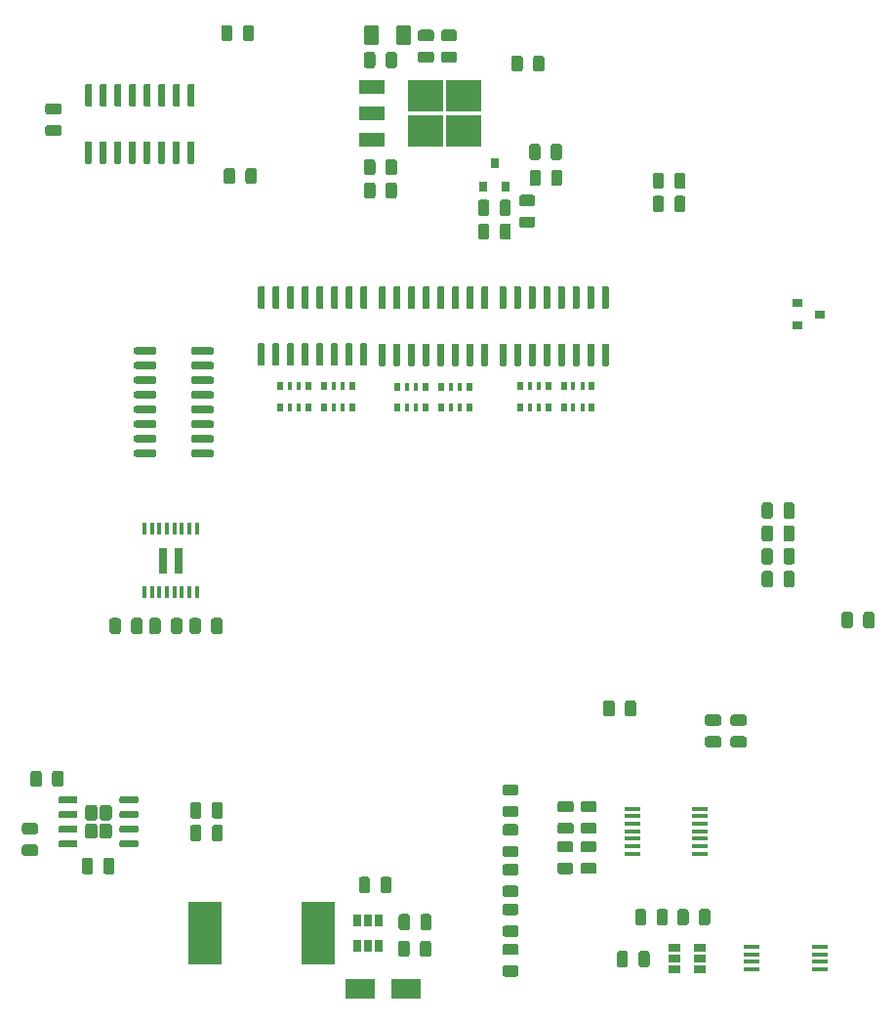
<source format=gbr>
G04 #@! TF.GenerationSoftware,KiCad,Pcbnew,(5.1.5)-3*
G04 #@! TF.CreationDate,2020-05-04T23:08:05+02:00*
G04 #@! TF.ProjectId,TrackRay_H01,54726163-6b52-4617-995f-4830312e6b69,rev?*
G04 #@! TF.SameCoordinates,Original*
G04 #@! TF.FileFunction,Paste,Bot*
G04 #@! TF.FilePolarity,Positive*
%FSLAX46Y46*%
G04 Gerber Fmt 4.6, Leading zero omitted, Abs format (unit mm)*
G04 Created by KiCad (PCBNEW (5.1.5)-3) date 2020-05-04 23:08:05*
%MOMM*%
%LPD*%
G04 APERTURE LIST*
%ADD10C,0.100000*%
%ADD11R,3.050000X2.750000*%
%ADD12R,2.200000X1.200000*%
%ADD13R,1.450000X0.450000*%
%ADD14R,0.900000X0.800000*%
%ADD15R,2.900000X5.400000*%
%ADD16R,0.650000X1.060000*%
%ADD17R,1.060000X0.650000*%
%ADD18R,0.800000X2.300000*%
%ADD19R,0.450000X1.050000*%
%ADD20R,0.500000X0.800000*%
%ADD21R,0.400000X0.800000*%
%ADD22R,0.800000X0.900000*%
%ADD23R,2.500000X1.800000*%
G04 APERTURE END LIST*
D10*
G36*
X76030142Y-58726174D02*
G01*
X76053803Y-58729684D01*
X76077007Y-58735496D01*
X76099529Y-58743554D01*
X76121153Y-58753782D01*
X76141670Y-58766079D01*
X76160883Y-58780329D01*
X76178607Y-58796393D01*
X76194671Y-58814117D01*
X76208921Y-58833330D01*
X76221218Y-58853847D01*
X76231446Y-58875471D01*
X76239504Y-58897993D01*
X76245316Y-58921197D01*
X76248826Y-58944858D01*
X76250000Y-58968750D01*
X76250000Y-59881250D01*
X76248826Y-59905142D01*
X76245316Y-59928803D01*
X76239504Y-59952007D01*
X76231446Y-59974529D01*
X76221218Y-59996153D01*
X76208921Y-60016670D01*
X76194671Y-60035883D01*
X76178607Y-60053607D01*
X76160883Y-60069671D01*
X76141670Y-60083921D01*
X76121153Y-60096218D01*
X76099529Y-60106446D01*
X76077007Y-60114504D01*
X76053803Y-60120316D01*
X76030142Y-60123826D01*
X76006250Y-60125000D01*
X75518750Y-60125000D01*
X75494858Y-60123826D01*
X75471197Y-60120316D01*
X75447993Y-60114504D01*
X75425471Y-60106446D01*
X75403847Y-60096218D01*
X75383330Y-60083921D01*
X75364117Y-60069671D01*
X75346393Y-60053607D01*
X75330329Y-60035883D01*
X75316079Y-60016670D01*
X75303782Y-59996153D01*
X75293554Y-59974529D01*
X75285496Y-59952007D01*
X75279684Y-59928803D01*
X75276174Y-59905142D01*
X75275000Y-59881250D01*
X75275000Y-58968750D01*
X75276174Y-58944858D01*
X75279684Y-58921197D01*
X75285496Y-58897993D01*
X75293554Y-58875471D01*
X75303782Y-58853847D01*
X75316079Y-58833330D01*
X75330329Y-58814117D01*
X75346393Y-58796393D01*
X75364117Y-58780329D01*
X75383330Y-58766079D01*
X75403847Y-58753782D01*
X75425471Y-58743554D01*
X75447993Y-58735496D01*
X75471197Y-58729684D01*
X75494858Y-58726174D01*
X75518750Y-58725000D01*
X76006250Y-58725000D01*
X76030142Y-58726174D01*
G37*
G36*
X74155142Y-58726174D02*
G01*
X74178803Y-58729684D01*
X74202007Y-58735496D01*
X74224529Y-58743554D01*
X74246153Y-58753782D01*
X74266670Y-58766079D01*
X74285883Y-58780329D01*
X74303607Y-58796393D01*
X74319671Y-58814117D01*
X74333921Y-58833330D01*
X74346218Y-58853847D01*
X74356446Y-58875471D01*
X74364504Y-58897993D01*
X74370316Y-58921197D01*
X74373826Y-58944858D01*
X74375000Y-58968750D01*
X74375000Y-59881250D01*
X74373826Y-59905142D01*
X74370316Y-59928803D01*
X74364504Y-59952007D01*
X74356446Y-59974529D01*
X74346218Y-59996153D01*
X74333921Y-60016670D01*
X74319671Y-60035883D01*
X74303607Y-60053607D01*
X74285883Y-60069671D01*
X74266670Y-60083921D01*
X74246153Y-60096218D01*
X74224529Y-60106446D01*
X74202007Y-60114504D01*
X74178803Y-60120316D01*
X74155142Y-60123826D01*
X74131250Y-60125000D01*
X73643750Y-60125000D01*
X73619858Y-60123826D01*
X73596197Y-60120316D01*
X73572993Y-60114504D01*
X73550471Y-60106446D01*
X73528847Y-60096218D01*
X73508330Y-60083921D01*
X73489117Y-60069671D01*
X73471393Y-60053607D01*
X73455329Y-60035883D01*
X73441079Y-60016670D01*
X73428782Y-59996153D01*
X73418554Y-59974529D01*
X73410496Y-59952007D01*
X73404684Y-59928803D01*
X73401174Y-59905142D01*
X73400000Y-59881250D01*
X73400000Y-58968750D01*
X73401174Y-58944858D01*
X73404684Y-58921197D01*
X73410496Y-58897993D01*
X73418554Y-58875471D01*
X73428782Y-58853847D01*
X73441079Y-58833330D01*
X73455329Y-58814117D01*
X73471393Y-58796393D01*
X73489117Y-58780329D01*
X73508330Y-58766079D01*
X73528847Y-58753782D01*
X73550471Y-58743554D01*
X73572993Y-58735496D01*
X73596197Y-58729684D01*
X73619858Y-58726174D01*
X73643750Y-58725000D01*
X74131250Y-58725000D01*
X74155142Y-58726174D01*
G37*
D11*
X37300000Y-13975000D03*
X40650000Y-17025000D03*
X37300000Y-17025000D03*
X40650000Y-13975000D03*
D12*
X32675000Y-13220000D03*
X32675000Y-15500000D03*
X32675000Y-17780000D03*
D13*
X61141400Y-79674000D03*
X61141400Y-79024000D03*
X61141400Y-78374000D03*
X61141400Y-77724000D03*
X61141400Y-77074000D03*
X61141400Y-76424000D03*
X61141400Y-75774000D03*
X55241400Y-75774000D03*
X55241400Y-76424000D03*
X55241400Y-77074000D03*
X55241400Y-77724000D03*
X55241400Y-78374000D03*
X55241400Y-79024000D03*
X55241400Y-79674000D03*
D10*
G36*
X37603342Y-84899174D02*
G01*
X37627003Y-84902684D01*
X37650207Y-84908496D01*
X37672729Y-84916554D01*
X37694353Y-84926782D01*
X37714870Y-84939079D01*
X37734083Y-84953329D01*
X37751807Y-84969393D01*
X37767871Y-84987117D01*
X37782121Y-85006330D01*
X37794418Y-85026847D01*
X37804646Y-85048471D01*
X37812704Y-85070993D01*
X37818516Y-85094197D01*
X37822026Y-85117858D01*
X37823200Y-85141750D01*
X37823200Y-86054250D01*
X37822026Y-86078142D01*
X37818516Y-86101803D01*
X37812704Y-86125007D01*
X37804646Y-86147529D01*
X37794418Y-86169153D01*
X37782121Y-86189670D01*
X37767871Y-86208883D01*
X37751807Y-86226607D01*
X37734083Y-86242671D01*
X37714870Y-86256921D01*
X37694353Y-86269218D01*
X37672729Y-86279446D01*
X37650207Y-86287504D01*
X37627003Y-86293316D01*
X37603342Y-86296826D01*
X37579450Y-86298000D01*
X37091950Y-86298000D01*
X37068058Y-86296826D01*
X37044397Y-86293316D01*
X37021193Y-86287504D01*
X36998671Y-86279446D01*
X36977047Y-86269218D01*
X36956530Y-86256921D01*
X36937317Y-86242671D01*
X36919593Y-86226607D01*
X36903529Y-86208883D01*
X36889279Y-86189670D01*
X36876982Y-86169153D01*
X36866754Y-86147529D01*
X36858696Y-86125007D01*
X36852884Y-86101803D01*
X36849374Y-86078142D01*
X36848200Y-86054250D01*
X36848200Y-85141750D01*
X36849374Y-85117858D01*
X36852884Y-85094197D01*
X36858696Y-85070993D01*
X36866754Y-85048471D01*
X36876982Y-85026847D01*
X36889279Y-85006330D01*
X36903529Y-84987117D01*
X36919593Y-84969393D01*
X36937317Y-84953329D01*
X36956530Y-84939079D01*
X36977047Y-84926782D01*
X36998671Y-84916554D01*
X37021193Y-84908496D01*
X37044397Y-84902684D01*
X37068058Y-84899174D01*
X37091950Y-84898000D01*
X37579450Y-84898000D01*
X37603342Y-84899174D01*
G37*
G36*
X35728342Y-84899174D02*
G01*
X35752003Y-84902684D01*
X35775207Y-84908496D01*
X35797729Y-84916554D01*
X35819353Y-84926782D01*
X35839870Y-84939079D01*
X35859083Y-84953329D01*
X35876807Y-84969393D01*
X35892871Y-84987117D01*
X35907121Y-85006330D01*
X35919418Y-85026847D01*
X35929646Y-85048471D01*
X35937704Y-85070993D01*
X35943516Y-85094197D01*
X35947026Y-85117858D01*
X35948200Y-85141750D01*
X35948200Y-86054250D01*
X35947026Y-86078142D01*
X35943516Y-86101803D01*
X35937704Y-86125007D01*
X35929646Y-86147529D01*
X35919418Y-86169153D01*
X35907121Y-86189670D01*
X35892871Y-86208883D01*
X35876807Y-86226607D01*
X35859083Y-86242671D01*
X35839870Y-86256921D01*
X35819353Y-86269218D01*
X35797729Y-86279446D01*
X35775207Y-86287504D01*
X35752003Y-86293316D01*
X35728342Y-86296826D01*
X35704450Y-86298000D01*
X35216950Y-86298000D01*
X35193058Y-86296826D01*
X35169397Y-86293316D01*
X35146193Y-86287504D01*
X35123671Y-86279446D01*
X35102047Y-86269218D01*
X35081530Y-86256921D01*
X35062317Y-86242671D01*
X35044593Y-86226607D01*
X35028529Y-86208883D01*
X35014279Y-86189670D01*
X35001982Y-86169153D01*
X34991754Y-86147529D01*
X34983696Y-86125007D01*
X34977884Y-86101803D01*
X34974374Y-86078142D01*
X34973200Y-86054250D01*
X34973200Y-85141750D01*
X34974374Y-85117858D01*
X34977884Y-85094197D01*
X34983696Y-85070993D01*
X34991754Y-85048471D01*
X35001982Y-85026847D01*
X35014279Y-85006330D01*
X35028529Y-84987117D01*
X35044593Y-84969393D01*
X35062317Y-84953329D01*
X35081530Y-84939079D01*
X35102047Y-84926782D01*
X35123671Y-84916554D01*
X35146193Y-84908496D01*
X35169397Y-84902684D01*
X35193058Y-84899174D01*
X35216950Y-84898000D01*
X35704450Y-84898000D01*
X35728342Y-84899174D01*
G37*
G36*
X37577942Y-87210574D02*
G01*
X37601603Y-87214084D01*
X37624807Y-87219896D01*
X37647329Y-87227954D01*
X37668953Y-87238182D01*
X37689470Y-87250479D01*
X37708683Y-87264729D01*
X37726407Y-87280793D01*
X37742471Y-87298517D01*
X37756721Y-87317730D01*
X37769018Y-87338247D01*
X37779246Y-87359871D01*
X37787304Y-87382393D01*
X37793116Y-87405597D01*
X37796626Y-87429258D01*
X37797800Y-87453150D01*
X37797800Y-88365650D01*
X37796626Y-88389542D01*
X37793116Y-88413203D01*
X37787304Y-88436407D01*
X37779246Y-88458929D01*
X37769018Y-88480553D01*
X37756721Y-88501070D01*
X37742471Y-88520283D01*
X37726407Y-88538007D01*
X37708683Y-88554071D01*
X37689470Y-88568321D01*
X37668953Y-88580618D01*
X37647329Y-88590846D01*
X37624807Y-88598904D01*
X37601603Y-88604716D01*
X37577942Y-88608226D01*
X37554050Y-88609400D01*
X37066550Y-88609400D01*
X37042658Y-88608226D01*
X37018997Y-88604716D01*
X36995793Y-88598904D01*
X36973271Y-88590846D01*
X36951647Y-88580618D01*
X36931130Y-88568321D01*
X36911917Y-88554071D01*
X36894193Y-88538007D01*
X36878129Y-88520283D01*
X36863879Y-88501070D01*
X36851582Y-88480553D01*
X36841354Y-88458929D01*
X36833296Y-88436407D01*
X36827484Y-88413203D01*
X36823974Y-88389542D01*
X36822800Y-88365650D01*
X36822800Y-87453150D01*
X36823974Y-87429258D01*
X36827484Y-87405597D01*
X36833296Y-87382393D01*
X36841354Y-87359871D01*
X36851582Y-87338247D01*
X36863879Y-87317730D01*
X36878129Y-87298517D01*
X36894193Y-87280793D01*
X36911917Y-87264729D01*
X36931130Y-87250479D01*
X36951647Y-87238182D01*
X36973271Y-87227954D01*
X36995793Y-87219896D01*
X37018997Y-87214084D01*
X37042658Y-87210574D01*
X37066550Y-87209400D01*
X37554050Y-87209400D01*
X37577942Y-87210574D01*
G37*
G36*
X35702942Y-87210574D02*
G01*
X35726603Y-87214084D01*
X35749807Y-87219896D01*
X35772329Y-87227954D01*
X35793953Y-87238182D01*
X35814470Y-87250479D01*
X35833683Y-87264729D01*
X35851407Y-87280793D01*
X35867471Y-87298517D01*
X35881721Y-87317730D01*
X35894018Y-87338247D01*
X35904246Y-87359871D01*
X35912304Y-87382393D01*
X35918116Y-87405597D01*
X35921626Y-87429258D01*
X35922800Y-87453150D01*
X35922800Y-88365650D01*
X35921626Y-88389542D01*
X35918116Y-88413203D01*
X35912304Y-88436407D01*
X35904246Y-88458929D01*
X35894018Y-88480553D01*
X35881721Y-88501070D01*
X35867471Y-88520283D01*
X35851407Y-88538007D01*
X35833683Y-88554071D01*
X35814470Y-88568321D01*
X35793953Y-88580618D01*
X35772329Y-88590846D01*
X35749807Y-88598904D01*
X35726603Y-88604716D01*
X35702942Y-88608226D01*
X35679050Y-88609400D01*
X35191550Y-88609400D01*
X35167658Y-88608226D01*
X35143997Y-88604716D01*
X35120793Y-88598904D01*
X35098271Y-88590846D01*
X35076647Y-88580618D01*
X35056130Y-88568321D01*
X35036917Y-88554071D01*
X35019193Y-88538007D01*
X35003129Y-88520283D01*
X34988879Y-88501070D01*
X34976582Y-88480553D01*
X34966354Y-88458929D01*
X34958296Y-88436407D01*
X34952484Y-88413203D01*
X34948974Y-88389542D01*
X34947800Y-88365650D01*
X34947800Y-87453150D01*
X34948974Y-87429258D01*
X34952484Y-87405597D01*
X34958296Y-87382393D01*
X34966354Y-87359871D01*
X34976582Y-87338247D01*
X34988879Y-87317730D01*
X35003129Y-87298517D01*
X35019193Y-87280793D01*
X35036917Y-87264729D01*
X35056130Y-87250479D01*
X35076647Y-87238182D01*
X35098271Y-87227954D01*
X35120793Y-87219896D01*
X35143997Y-87214084D01*
X35167658Y-87210574D01*
X35191550Y-87209400D01*
X35679050Y-87209400D01*
X35702942Y-87210574D01*
G37*
G36*
X3477342Y-77011374D02*
G01*
X3501003Y-77014884D01*
X3524207Y-77020696D01*
X3546729Y-77028754D01*
X3568353Y-77038982D01*
X3588870Y-77051279D01*
X3608083Y-77065529D01*
X3625807Y-77081593D01*
X3641871Y-77099317D01*
X3656121Y-77118530D01*
X3668418Y-77139047D01*
X3678646Y-77160671D01*
X3686704Y-77183193D01*
X3692516Y-77206397D01*
X3696026Y-77230058D01*
X3697200Y-77253950D01*
X3697200Y-77741450D01*
X3696026Y-77765342D01*
X3692516Y-77789003D01*
X3686704Y-77812207D01*
X3678646Y-77834729D01*
X3668418Y-77856353D01*
X3656121Y-77876870D01*
X3641871Y-77896083D01*
X3625807Y-77913807D01*
X3608083Y-77929871D01*
X3588870Y-77944121D01*
X3568353Y-77956418D01*
X3546729Y-77966646D01*
X3524207Y-77974704D01*
X3501003Y-77980516D01*
X3477342Y-77984026D01*
X3453450Y-77985200D01*
X2540950Y-77985200D01*
X2517058Y-77984026D01*
X2493397Y-77980516D01*
X2470193Y-77974704D01*
X2447671Y-77966646D01*
X2426047Y-77956418D01*
X2405530Y-77944121D01*
X2386317Y-77929871D01*
X2368593Y-77913807D01*
X2352529Y-77896083D01*
X2338279Y-77876870D01*
X2325982Y-77856353D01*
X2315754Y-77834729D01*
X2307696Y-77812207D01*
X2301884Y-77789003D01*
X2298374Y-77765342D01*
X2297200Y-77741450D01*
X2297200Y-77253950D01*
X2298374Y-77230058D01*
X2301884Y-77206397D01*
X2307696Y-77183193D01*
X2315754Y-77160671D01*
X2325982Y-77139047D01*
X2338279Y-77118530D01*
X2352529Y-77099317D01*
X2368593Y-77081593D01*
X2386317Y-77065529D01*
X2405530Y-77051279D01*
X2426047Y-77038982D01*
X2447671Y-77028754D01*
X2470193Y-77020696D01*
X2493397Y-77014884D01*
X2517058Y-77011374D01*
X2540950Y-77010200D01*
X3453450Y-77010200D01*
X3477342Y-77011374D01*
G37*
G36*
X3477342Y-78886374D02*
G01*
X3501003Y-78889884D01*
X3524207Y-78895696D01*
X3546729Y-78903754D01*
X3568353Y-78913982D01*
X3588870Y-78926279D01*
X3608083Y-78940529D01*
X3625807Y-78956593D01*
X3641871Y-78974317D01*
X3656121Y-78993530D01*
X3668418Y-79014047D01*
X3678646Y-79035671D01*
X3686704Y-79058193D01*
X3692516Y-79081397D01*
X3696026Y-79105058D01*
X3697200Y-79128950D01*
X3697200Y-79616450D01*
X3696026Y-79640342D01*
X3692516Y-79664003D01*
X3686704Y-79687207D01*
X3678646Y-79709729D01*
X3668418Y-79731353D01*
X3656121Y-79751870D01*
X3641871Y-79771083D01*
X3625807Y-79788807D01*
X3608083Y-79804871D01*
X3588870Y-79819121D01*
X3568353Y-79831418D01*
X3546729Y-79841646D01*
X3524207Y-79849704D01*
X3501003Y-79855516D01*
X3477342Y-79859026D01*
X3453450Y-79860200D01*
X2540950Y-79860200D01*
X2517058Y-79859026D01*
X2493397Y-79855516D01*
X2470193Y-79849704D01*
X2447671Y-79841646D01*
X2426047Y-79831418D01*
X2405530Y-79819121D01*
X2386317Y-79804871D01*
X2368593Y-79788807D01*
X2352529Y-79771083D01*
X2338279Y-79751870D01*
X2325982Y-79731353D01*
X2315754Y-79709729D01*
X2307696Y-79687207D01*
X2301884Y-79664003D01*
X2298374Y-79640342D01*
X2297200Y-79616450D01*
X2297200Y-79128950D01*
X2298374Y-79105058D01*
X2301884Y-79081397D01*
X2307696Y-79058193D01*
X2315754Y-79035671D01*
X2325982Y-79014047D01*
X2338279Y-78993530D01*
X2352529Y-78974317D01*
X2368593Y-78956593D01*
X2386317Y-78940529D01*
X2405530Y-78926279D01*
X2426047Y-78913982D01*
X2447671Y-78903754D01*
X2470193Y-78895696D01*
X2493397Y-78889884D01*
X2517058Y-78886374D01*
X2540950Y-78885200D01*
X3453450Y-78885200D01*
X3477342Y-78886374D01*
G37*
G36*
X59909142Y-84467374D02*
G01*
X59932803Y-84470884D01*
X59956007Y-84476696D01*
X59978529Y-84484754D01*
X60000153Y-84494982D01*
X60020670Y-84507279D01*
X60039883Y-84521529D01*
X60057607Y-84537593D01*
X60073671Y-84555317D01*
X60087921Y-84574530D01*
X60100218Y-84595047D01*
X60110446Y-84616671D01*
X60118504Y-84639193D01*
X60124316Y-84662397D01*
X60127826Y-84686058D01*
X60129000Y-84709950D01*
X60129000Y-85622450D01*
X60127826Y-85646342D01*
X60124316Y-85670003D01*
X60118504Y-85693207D01*
X60110446Y-85715729D01*
X60100218Y-85737353D01*
X60087921Y-85757870D01*
X60073671Y-85777083D01*
X60057607Y-85794807D01*
X60039883Y-85810871D01*
X60020670Y-85825121D01*
X60000153Y-85837418D01*
X59978529Y-85847646D01*
X59956007Y-85855704D01*
X59932803Y-85861516D01*
X59909142Y-85865026D01*
X59885250Y-85866200D01*
X59397750Y-85866200D01*
X59373858Y-85865026D01*
X59350197Y-85861516D01*
X59326993Y-85855704D01*
X59304471Y-85847646D01*
X59282847Y-85837418D01*
X59262330Y-85825121D01*
X59243117Y-85810871D01*
X59225393Y-85794807D01*
X59209329Y-85777083D01*
X59195079Y-85757870D01*
X59182782Y-85737353D01*
X59172554Y-85715729D01*
X59164496Y-85693207D01*
X59158684Y-85670003D01*
X59155174Y-85646342D01*
X59154000Y-85622450D01*
X59154000Y-84709950D01*
X59155174Y-84686058D01*
X59158684Y-84662397D01*
X59164496Y-84639193D01*
X59172554Y-84616671D01*
X59182782Y-84595047D01*
X59195079Y-84574530D01*
X59209329Y-84555317D01*
X59225393Y-84537593D01*
X59243117Y-84521529D01*
X59262330Y-84507279D01*
X59282847Y-84494982D01*
X59304471Y-84484754D01*
X59326993Y-84476696D01*
X59350197Y-84470884D01*
X59373858Y-84467374D01*
X59397750Y-84466200D01*
X59885250Y-84466200D01*
X59909142Y-84467374D01*
G37*
G36*
X61784142Y-84467374D02*
G01*
X61807803Y-84470884D01*
X61831007Y-84476696D01*
X61853529Y-84484754D01*
X61875153Y-84494982D01*
X61895670Y-84507279D01*
X61914883Y-84521529D01*
X61932607Y-84537593D01*
X61948671Y-84555317D01*
X61962921Y-84574530D01*
X61975218Y-84595047D01*
X61985446Y-84616671D01*
X61993504Y-84639193D01*
X61999316Y-84662397D01*
X62002826Y-84686058D01*
X62004000Y-84709950D01*
X62004000Y-85622450D01*
X62002826Y-85646342D01*
X61999316Y-85670003D01*
X61993504Y-85693207D01*
X61985446Y-85715729D01*
X61975218Y-85737353D01*
X61962921Y-85757870D01*
X61948671Y-85777083D01*
X61932607Y-85794807D01*
X61914883Y-85810871D01*
X61895670Y-85825121D01*
X61875153Y-85837418D01*
X61853529Y-85847646D01*
X61831007Y-85855704D01*
X61807803Y-85861516D01*
X61784142Y-85865026D01*
X61760250Y-85866200D01*
X61272750Y-85866200D01*
X61248858Y-85865026D01*
X61225197Y-85861516D01*
X61201993Y-85855704D01*
X61179471Y-85847646D01*
X61157847Y-85837418D01*
X61137330Y-85825121D01*
X61118117Y-85810871D01*
X61100393Y-85794807D01*
X61084329Y-85777083D01*
X61070079Y-85757870D01*
X61057782Y-85737353D01*
X61047554Y-85715729D01*
X61039496Y-85693207D01*
X61033684Y-85670003D01*
X61030174Y-85646342D01*
X61029000Y-85622450D01*
X61029000Y-84709950D01*
X61030174Y-84686058D01*
X61033684Y-84662397D01*
X61039496Y-84639193D01*
X61047554Y-84616671D01*
X61057782Y-84595047D01*
X61070079Y-84574530D01*
X61084329Y-84555317D01*
X61100393Y-84537593D01*
X61118117Y-84521529D01*
X61137330Y-84507279D01*
X61157847Y-84494982D01*
X61179471Y-84484754D01*
X61201993Y-84476696D01*
X61225197Y-84470884D01*
X61248858Y-84467374D01*
X61272750Y-84466200D01*
X61760250Y-84466200D01*
X61784142Y-84467374D01*
G37*
G36*
X54651342Y-88099574D02*
G01*
X54675003Y-88103084D01*
X54698207Y-88108896D01*
X54720729Y-88116954D01*
X54742353Y-88127182D01*
X54762870Y-88139479D01*
X54782083Y-88153729D01*
X54799807Y-88169793D01*
X54815871Y-88187517D01*
X54830121Y-88206730D01*
X54842418Y-88227247D01*
X54852646Y-88248871D01*
X54860704Y-88271393D01*
X54866516Y-88294597D01*
X54870026Y-88318258D01*
X54871200Y-88342150D01*
X54871200Y-89254650D01*
X54870026Y-89278542D01*
X54866516Y-89302203D01*
X54860704Y-89325407D01*
X54852646Y-89347929D01*
X54842418Y-89369553D01*
X54830121Y-89390070D01*
X54815871Y-89409283D01*
X54799807Y-89427007D01*
X54782083Y-89443071D01*
X54762870Y-89457321D01*
X54742353Y-89469618D01*
X54720729Y-89479846D01*
X54698207Y-89487904D01*
X54675003Y-89493716D01*
X54651342Y-89497226D01*
X54627450Y-89498400D01*
X54139950Y-89498400D01*
X54116058Y-89497226D01*
X54092397Y-89493716D01*
X54069193Y-89487904D01*
X54046671Y-89479846D01*
X54025047Y-89469618D01*
X54004530Y-89457321D01*
X53985317Y-89443071D01*
X53967593Y-89427007D01*
X53951529Y-89409283D01*
X53937279Y-89390070D01*
X53924982Y-89369553D01*
X53914754Y-89347929D01*
X53906696Y-89325407D01*
X53900884Y-89302203D01*
X53897374Y-89278542D01*
X53896200Y-89254650D01*
X53896200Y-88342150D01*
X53897374Y-88318258D01*
X53900884Y-88294597D01*
X53906696Y-88271393D01*
X53914754Y-88248871D01*
X53924982Y-88227247D01*
X53937279Y-88206730D01*
X53951529Y-88187517D01*
X53967593Y-88169793D01*
X53985317Y-88153729D01*
X54004530Y-88139479D01*
X54025047Y-88127182D01*
X54046671Y-88116954D01*
X54069193Y-88108896D01*
X54092397Y-88103084D01*
X54116058Y-88099574D01*
X54139950Y-88098400D01*
X54627450Y-88098400D01*
X54651342Y-88099574D01*
G37*
G36*
X56526342Y-88099574D02*
G01*
X56550003Y-88103084D01*
X56573207Y-88108896D01*
X56595729Y-88116954D01*
X56617353Y-88127182D01*
X56637870Y-88139479D01*
X56657083Y-88153729D01*
X56674807Y-88169793D01*
X56690871Y-88187517D01*
X56705121Y-88206730D01*
X56717418Y-88227247D01*
X56727646Y-88248871D01*
X56735704Y-88271393D01*
X56741516Y-88294597D01*
X56745026Y-88318258D01*
X56746200Y-88342150D01*
X56746200Y-89254650D01*
X56745026Y-89278542D01*
X56741516Y-89302203D01*
X56735704Y-89325407D01*
X56727646Y-89347929D01*
X56717418Y-89369553D01*
X56705121Y-89390070D01*
X56690871Y-89409283D01*
X56674807Y-89427007D01*
X56657083Y-89443071D01*
X56637870Y-89457321D01*
X56617353Y-89469618D01*
X56595729Y-89479846D01*
X56573207Y-89487904D01*
X56550003Y-89493716D01*
X56526342Y-89497226D01*
X56502450Y-89498400D01*
X56014950Y-89498400D01*
X55991058Y-89497226D01*
X55967397Y-89493716D01*
X55944193Y-89487904D01*
X55921671Y-89479846D01*
X55900047Y-89469618D01*
X55879530Y-89457321D01*
X55860317Y-89443071D01*
X55842593Y-89427007D01*
X55826529Y-89409283D01*
X55812279Y-89390070D01*
X55799982Y-89369553D01*
X55789754Y-89347929D01*
X55781696Y-89325407D01*
X55775884Y-89302203D01*
X55772374Y-89278542D01*
X55771200Y-89254650D01*
X55771200Y-88342150D01*
X55772374Y-88318258D01*
X55775884Y-88294597D01*
X55781696Y-88271393D01*
X55789754Y-88248871D01*
X55799982Y-88227247D01*
X55812279Y-88206730D01*
X55826529Y-88187517D01*
X55842593Y-88169793D01*
X55860317Y-88153729D01*
X55879530Y-88139479D01*
X55900047Y-88127182D01*
X55921671Y-88116954D01*
X55944193Y-88108896D01*
X55967397Y-88103084D01*
X55991058Y-88099574D01*
X56014950Y-88098400D01*
X56502450Y-88098400D01*
X56526342Y-88099574D01*
G37*
D14*
X71545200Y-32933600D03*
X69545200Y-31983600D03*
X69545200Y-33883600D03*
D10*
G36*
X35810104Y-7863804D02*
G01*
X35834373Y-7867404D01*
X35858171Y-7873365D01*
X35881271Y-7881630D01*
X35903449Y-7892120D01*
X35924493Y-7904733D01*
X35944198Y-7919347D01*
X35962377Y-7935823D01*
X35978853Y-7954002D01*
X35993467Y-7973707D01*
X36006080Y-7994751D01*
X36016570Y-8016929D01*
X36024835Y-8040029D01*
X36030796Y-8063827D01*
X36034396Y-8088096D01*
X36035600Y-8112600D01*
X36035600Y-9362600D01*
X36034396Y-9387104D01*
X36030796Y-9411373D01*
X36024835Y-9435171D01*
X36016570Y-9458271D01*
X36006080Y-9480449D01*
X35993467Y-9501493D01*
X35978853Y-9521198D01*
X35962377Y-9539377D01*
X35944198Y-9555853D01*
X35924493Y-9570467D01*
X35903449Y-9583080D01*
X35881271Y-9593570D01*
X35858171Y-9601835D01*
X35834373Y-9607796D01*
X35810104Y-9611396D01*
X35785600Y-9612600D01*
X35035600Y-9612600D01*
X35011096Y-9611396D01*
X34986827Y-9607796D01*
X34963029Y-9601835D01*
X34939929Y-9593570D01*
X34917751Y-9583080D01*
X34896707Y-9570467D01*
X34877002Y-9555853D01*
X34858823Y-9539377D01*
X34842347Y-9521198D01*
X34827733Y-9501493D01*
X34815120Y-9480449D01*
X34804630Y-9458271D01*
X34796365Y-9435171D01*
X34790404Y-9411373D01*
X34786804Y-9387104D01*
X34785600Y-9362600D01*
X34785600Y-8112600D01*
X34786804Y-8088096D01*
X34790404Y-8063827D01*
X34796365Y-8040029D01*
X34804630Y-8016929D01*
X34815120Y-7994751D01*
X34827733Y-7973707D01*
X34842347Y-7954002D01*
X34858823Y-7935823D01*
X34877002Y-7919347D01*
X34896707Y-7904733D01*
X34917751Y-7892120D01*
X34939929Y-7881630D01*
X34963029Y-7873365D01*
X34986827Y-7867404D01*
X35011096Y-7863804D01*
X35035600Y-7862600D01*
X35785600Y-7862600D01*
X35810104Y-7863804D01*
G37*
G36*
X33010104Y-7863804D02*
G01*
X33034373Y-7867404D01*
X33058171Y-7873365D01*
X33081271Y-7881630D01*
X33103449Y-7892120D01*
X33124493Y-7904733D01*
X33144198Y-7919347D01*
X33162377Y-7935823D01*
X33178853Y-7954002D01*
X33193467Y-7973707D01*
X33206080Y-7994751D01*
X33216570Y-8016929D01*
X33224835Y-8040029D01*
X33230796Y-8063827D01*
X33234396Y-8088096D01*
X33235600Y-8112600D01*
X33235600Y-9362600D01*
X33234396Y-9387104D01*
X33230796Y-9411373D01*
X33224835Y-9435171D01*
X33216570Y-9458271D01*
X33206080Y-9480449D01*
X33193467Y-9501493D01*
X33178853Y-9521198D01*
X33162377Y-9539377D01*
X33144198Y-9555853D01*
X33124493Y-9570467D01*
X33103449Y-9583080D01*
X33081271Y-9593570D01*
X33058171Y-9601835D01*
X33034373Y-9607796D01*
X33010104Y-9611396D01*
X32985600Y-9612600D01*
X32235600Y-9612600D01*
X32211096Y-9611396D01*
X32186827Y-9607796D01*
X32163029Y-9601835D01*
X32139929Y-9593570D01*
X32117751Y-9583080D01*
X32096707Y-9570467D01*
X32077002Y-9555853D01*
X32058823Y-9539377D01*
X32042347Y-9521198D01*
X32027733Y-9501493D01*
X32015120Y-9480449D01*
X32004630Y-9458271D01*
X31996365Y-9435171D01*
X31990404Y-9411373D01*
X31986804Y-9387104D01*
X31985600Y-9362600D01*
X31985600Y-8112600D01*
X31986804Y-8088096D01*
X31990404Y-8063827D01*
X31996365Y-8040029D01*
X32004630Y-8016929D01*
X32015120Y-7994751D01*
X32027733Y-7973707D01*
X32042347Y-7954002D01*
X32058823Y-7935823D01*
X32077002Y-7919347D01*
X32096707Y-7904733D01*
X32117751Y-7892120D01*
X32139929Y-7881630D01*
X32163029Y-7873365D01*
X32186827Y-7867404D01*
X32211096Y-7863804D01*
X32235600Y-7862600D01*
X32985600Y-7862600D01*
X33010104Y-7863804D01*
G37*
D15*
X28038600Y-86537800D03*
X18138600Y-86537800D03*
D16*
X32334200Y-87688600D03*
X31384200Y-87688600D03*
X33284200Y-87688600D03*
X33284200Y-85488600D03*
X32334200Y-85488600D03*
X31384200Y-85488600D03*
D17*
X58869400Y-88747600D03*
X58869400Y-87797600D03*
X58869400Y-89697600D03*
X61069400Y-89697600D03*
X61069400Y-88747600D03*
X61069400Y-87797600D03*
D18*
X15849200Y-54254400D03*
X14529200Y-54254400D03*
D19*
X12914200Y-57029400D03*
X13564200Y-57029400D03*
X14214200Y-57029400D03*
X14864200Y-57029400D03*
X15514200Y-57029400D03*
X16164200Y-57029400D03*
X16814200Y-57029400D03*
X17464200Y-57029400D03*
X17464200Y-51479400D03*
X16814200Y-51479400D03*
X16164200Y-51479400D03*
X15514200Y-51479400D03*
X14864200Y-51479400D03*
X14214200Y-51479400D03*
X13564200Y-51479400D03*
X12914200Y-51479400D03*
D10*
G36*
X18783303Y-44684122D02*
G01*
X18797864Y-44686282D01*
X18812143Y-44689859D01*
X18826003Y-44694818D01*
X18839310Y-44701112D01*
X18851936Y-44708680D01*
X18863759Y-44717448D01*
X18874666Y-44727334D01*
X18884552Y-44738241D01*
X18893320Y-44750064D01*
X18900888Y-44762690D01*
X18907182Y-44775997D01*
X18912141Y-44789857D01*
X18915718Y-44804136D01*
X18917878Y-44818697D01*
X18918600Y-44833400D01*
X18918600Y-45133400D01*
X18917878Y-45148103D01*
X18915718Y-45162664D01*
X18912141Y-45176943D01*
X18907182Y-45190803D01*
X18900888Y-45204110D01*
X18893320Y-45216736D01*
X18884552Y-45228559D01*
X18874666Y-45239466D01*
X18863759Y-45249352D01*
X18851936Y-45258120D01*
X18839310Y-45265688D01*
X18826003Y-45271982D01*
X18812143Y-45276941D01*
X18797864Y-45280518D01*
X18783303Y-45282678D01*
X18768600Y-45283400D01*
X17118600Y-45283400D01*
X17103897Y-45282678D01*
X17089336Y-45280518D01*
X17075057Y-45276941D01*
X17061197Y-45271982D01*
X17047890Y-45265688D01*
X17035264Y-45258120D01*
X17023441Y-45249352D01*
X17012534Y-45239466D01*
X17002648Y-45228559D01*
X16993880Y-45216736D01*
X16986312Y-45204110D01*
X16980018Y-45190803D01*
X16975059Y-45176943D01*
X16971482Y-45162664D01*
X16969322Y-45148103D01*
X16968600Y-45133400D01*
X16968600Y-44833400D01*
X16969322Y-44818697D01*
X16971482Y-44804136D01*
X16975059Y-44789857D01*
X16980018Y-44775997D01*
X16986312Y-44762690D01*
X16993880Y-44750064D01*
X17002648Y-44738241D01*
X17012534Y-44727334D01*
X17023441Y-44717448D01*
X17035264Y-44708680D01*
X17047890Y-44701112D01*
X17061197Y-44694818D01*
X17075057Y-44689859D01*
X17089336Y-44686282D01*
X17103897Y-44684122D01*
X17118600Y-44683400D01*
X18768600Y-44683400D01*
X18783303Y-44684122D01*
G37*
G36*
X18783303Y-43414122D02*
G01*
X18797864Y-43416282D01*
X18812143Y-43419859D01*
X18826003Y-43424818D01*
X18839310Y-43431112D01*
X18851936Y-43438680D01*
X18863759Y-43447448D01*
X18874666Y-43457334D01*
X18884552Y-43468241D01*
X18893320Y-43480064D01*
X18900888Y-43492690D01*
X18907182Y-43505997D01*
X18912141Y-43519857D01*
X18915718Y-43534136D01*
X18917878Y-43548697D01*
X18918600Y-43563400D01*
X18918600Y-43863400D01*
X18917878Y-43878103D01*
X18915718Y-43892664D01*
X18912141Y-43906943D01*
X18907182Y-43920803D01*
X18900888Y-43934110D01*
X18893320Y-43946736D01*
X18884552Y-43958559D01*
X18874666Y-43969466D01*
X18863759Y-43979352D01*
X18851936Y-43988120D01*
X18839310Y-43995688D01*
X18826003Y-44001982D01*
X18812143Y-44006941D01*
X18797864Y-44010518D01*
X18783303Y-44012678D01*
X18768600Y-44013400D01*
X17118600Y-44013400D01*
X17103897Y-44012678D01*
X17089336Y-44010518D01*
X17075057Y-44006941D01*
X17061197Y-44001982D01*
X17047890Y-43995688D01*
X17035264Y-43988120D01*
X17023441Y-43979352D01*
X17012534Y-43969466D01*
X17002648Y-43958559D01*
X16993880Y-43946736D01*
X16986312Y-43934110D01*
X16980018Y-43920803D01*
X16975059Y-43906943D01*
X16971482Y-43892664D01*
X16969322Y-43878103D01*
X16968600Y-43863400D01*
X16968600Y-43563400D01*
X16969322Y-43548697D01*
X16971482Y-43534136D01*
X16975059Y-43519857D01*
X16980018Y-43505997D01*
X16986312Y-43492690D01*
X16993880Y-43480064D01*
X17002648Y-43468241D01*
X17012534Y-43457334D01*
X17023441Y-43447448D01*
X17035264Y-43438680D01*
X17047890Y-43431112D01*
X17061197Y-43424818D01*
X17075057Y-43419859D01*
X17089336Y-43416282D01*
X17103897Y-43414122D01*
X17118600Y-43413400D01*
X18768600Y-43413400D01*
X18783303Y-43414122D01*
G37*
G36*
X18783303Y-42144122D02*
G01*
X18797864Y-42146282D01*
X18812143Y-42149859D01*
X18826003Y-42154818D01*
X18839310Y-42161112D01*
X18851936Y-42168680D01*
X18863759Y-42177448D01*
X18874666Y-42187334D01*
X18884552Y-42198241D01*
X18893320Y-42210064D01*
X18900888Y-42222690D01*
X18907182Y-42235997D01*
X18912141Y-42249857D01*
X18915718Y-42264136D01*
X18917878Y-42278697D01*
X18918600Y-42293400D01*
X18918600Y-42593400D01*
X18917878Y-42608103D01*
X18915718Y-42622664D01*
X18912141Y-42636943D01*
X18907182Y-42650803D01*
X18900888Y-42664110D01*
X18893320Y-42676736D01*
X18884552Y-42688559D01*
X18874666Y-42699466D01*
X18863759Y-42709352D01*
X18851936Y-42718120D01*
X18839310Y-42725688D01*
X18826003Y-42731982D01*
X18812143Y-42736941D01*
X18797864Y-42740518D01*
X18783303Y-42742678D01*
X18768600Y-42743400D01*
X17118600Y-42743400D01*
X17103897Y-42742678D01*
X17089336Y-42740518D01*
X17075057Y-42736941D01*
X17061197Y-42731982D01*
X17047890Y-42725688D01*
X17035264Y-42718120D01*
X17023441Y-42709352D01*
X17012534Y-42699466D01*
X17002648Y-42688559D01*
X16993880Y-42676736D01*
X16986312Y-42664110D01*
X16980018Y-42650803D01*
X16975059Y-42636943D01*
X16971482Y-42622664D01*
X16969322Y-42608103D01*
X16968600Y-42593400D01*
X16968600Y-42293400D01*
X16969322Y-42278697D01*
X16971482Y-42264136D01*
X16975059Y-42249857D01*
X16980018Y-42235997D01*
X16986312Y-42222690D01*
X16993880Y-42210064D01*
X17002648Y-42198241D01*
X17012534Y-42187334D01*
X17023441Y-42177448D01*
X17035264Y-42168680D01*
X17047890Y-42161112D01*
X17061197Y-42154818D01*
X17075057Y-42149859D01*
X17089336Y-42146282D01*
X17103897Y-42144122D01*
X17118600Y-42143400D01*
X18768600Y-42143400D01*
X18783303Y-42144122D01*
G37*
G36*
X18783303Y-40874122D02*
G01*
X18797864Y-40876282D01*
X18812143Y-40879859D01*
X18826003Y-40884818D01*
X18839310Y-40891112D01*
X18851936Y-40898680D01*
X18863759Y-40907448D01*
X18874666Y-40917334D01*
X18884552Y-40928241D01*
X18893320Y-40940064D01*
X18900888Y-40952690D01*
X18907182Y-40965997D01*
X18912141Y-40979857D01*
X18915718Y-40994136D01*
X18917878Y-41008697D01*
X18918600Y-41023400D01*
X18918600Y-41323400D01*
X18917878Y-41338103D01*
X18915718Y-41352664D01*
X18912141Y-41366943D01*
X18907182Y-41380803D01*
X18900888Y-41394110D01*
X18893320Y-41406736D01*
X18884552Y-41418559D01*
X18874666Y-41429466D01*
X18863759Y-41439352D01*
X18851936Y-41448120D01*
X18839310Y-41455688D01*
X18826003Y-41461982D01*
X18812143Y-41466941D01*
X18797864Y-41470518D01*
X18783303Y-41472678D01*
X18768600Y-41473400D01*
X17118600Y-41473400D01*
X17103897Y-41472678D01*
X17089336Y-41470518D01*
X17075057Y-41466941D01*
X17061197Y-41461982D01*
X17047890Y-41455688D01*
X17035264Y-41448120D01*
X17023441Y-41439352D01*
X17012534Y-41429466D01*
X17002648Y-41418559D01*
X16993880Y-41406736D01*
X16986312Y-41394110D01*
X16980018Y-41380803D01*
X16975059Y-41366943D01*
X16971482Y-41352664D01*
X16969322Y-41338103D01*
X16968600Y-41323400D01*
X16968600Y-41023400D01*
X16969322Y-41008697D01*
X16971482Y-40994136D01*
X16975059Y-40979857D01*
X16980018Y-40965997D01*
X16986312Y-40952690D01*
X16993880Y-40940064D01*
X17002648Y-40928241D01*
X17012534Y-40917334D01*
X17023441Y-40907448D01*
X17035264Y-40898680D01*
X17047890Y-40891112D01*
X17061197Y-40884818D01*
X17075057Y-40879859D01*
X17089336Y-40876282D01*
X17103897Y-40874122D01*
X17118600Y-40873400D01*
X18768600Y-40873400D01*
X18783303Y-40874122D01*
G37*
G36*
X18783303Y-39604122D02*
G01*
X18797864Y-39606282D01*
X18812143Y-39609859D01*
X18826003Y-39614818D01*
X18839310Y-39621112D01*
X18851936Y-39628680D01*
X18863759Y-39637448D01*
X18874666Y-39647334D01*
X18884552Y-39658241D01*
X18893320Y-39670064D01*
X18900888Y-39682690D01*
X18907182Y-39695997D01*
X18912141Y-39709857D01*
X18915718Y-39724136D01*
X18917878Y-39738697D01*
X18918600Y-39753400D01*
X18918600Y-40053400D01*
X18917878Y-40068103D01*
X18915718Y-40082664D01*
X18912141Y-40096943D01*
X18907182Y-40110803D01*
X18900888Y-40124110D01*
X18893320Y-40136736D01*
X18884552Y-40148559D01*
X18874666Y-40159466D01*
X18863759Y-40169352D01*
X18851936Y-40178120D01*
X18839310Y-40185688D01*
X18826003Y-40191982D01*
X18812143Y-40196941D01*
X18797864Y-40200518D01*
X18783303Y-40202678D01*
X18768600Y-40203400D01*
X17118600Y-40203400D01*
X17103897Y-40202678D01*
X17089336Y-40200518D01*
X17075057Y-40196941D01*
X17061197Y-40191982D01*
X17047890Y-40185688D01*
X17035264Y-40178120D01*
X17023441Y-40169352D01*
X17012534Y-40159466D01*
X17002648Y-40148559D01*
X16993880Y-40136736D01*
X16986312Y-40124110D01*
X16980018Y-40110803D01*
X16975059Y-40096943D01*
X16971482Y-40082664D01*
X16969322Y-40068103D01*
X16968600Y-40053400D01*
X16968600Y-39753400D01*
X16969322Y-39738697D01*
X16971482Y-39724136D01*
X16975059Y-39709857D01*
X16980018Y-39695997D01*
X16986312Y-39682690D01*
X16993880Y-39670064D01*
X17002648Y-39658241D01*
X17012534Y-39647334D01*
X17023441Y-39637448D01*
X17035264Y-39628680D01*
X17047890Y-39621112D01*
X17061197Y-39614818D01*
X17075057Y-39609859D01*
X17089336Y-39606282D01*
X17103897Y-39604122D01*
X17118600Y-39603400D01*
X18768600Y-39603400D01*
X18783303Y-39604122D01*
G37*
G36*
X18783303Y-38334122D02*
G01*
X18797864Y-38336282D01*
X18812143Y-38339859D01*
X18826003Y-38344818D01*
X18839310Y-38351112D01*
X18851936Y-38358680D01*
X18863759Y-38367448D01*
X18874666Y-38377334D01*
X18884552Y-38388241D01*
X18893320Y-38400064D01*
X18900888Y-38412690D01*
X18907182Y-38425997D01*
X18912141Y-38439857D01*
X18915718Y-38454136D01*
X18917878Y-38468697D01*
X18918600Y-38483400D01*
X18918600Y-38783400D01*
X18917878Y-38798103D01*
X18915718Y-38812664D01*
X18912141Y-38826943D01*
X18907182Y-38840803D01*
X18900888Y-38854110D01*
X18893320Y-38866736D01*
X18884552Y-38878559D01*
X18874666Y-38889466D01*
X18863759Y-38899352D01*
X18851936Y-38908120D01*
X18839310Y-38915688D01*
X18826003Y-38921982D01*
X18812143Y-38926941D01*
X18797864Y-38930518D01*
X18783303Y-38932678D01*
X18768600Y-38933400D01*
X17118600Y-38933400D01*
X17103897Y-38932678D01*
X17089336Y-38930518D01*
X17075057Y-38926941D01*
X17061197Y-38921982D01*
X17047890Y-38915688D01*
X17035264Y-38908120D01*
X17023441Y-38899352D01*
X17012534Y-38889466D01*
X17002648Y-38878559D01*
X16993880Y-38866736D01*
X16986312Y-38854110D01*
X16980018Y-38840803D01*
X16975059Y-38826943D01*
X16971482Y-38812664D01*
X16969322Y-38798103D01*
X16968600Y-38783400D01*
X16968600Y-38483400D01*
X16969322Y-38468697D01*
X16971482Y-38454136D01*
X16975059Y-38439857D01*
X16980018Y-38425997D01*
X16986312Y-38412690D01*
X16993880Y-38400064D01*
X17002648Y-38388241D01*
X17012534Y-38377334D01*
X17023441Y-38367448D01*
X17035264Y-38358680D01*
X17047890Y-38351112D01*
X17061197Y-38344818D01*
X17075057Y-38339859D01*
X17089336Y-38336282D01*
X17103897Y-38334122D01*
X17118600Y-38333400D01*
X18768600Y-38333400D01*
X18783303Y-38334122D01*
G37*
G36*
X18783303Y-37064122D02*
G01*
X18797864Y-37066282D01*
X18812143Y-37069859D01*
X18826003Y-37074818D01*
X18839310Y-37081112D01*
X18851936Y-37088680D01*
X18863759Y-37097448D01*
X18874666Y-37107334D01*
X18884552Y-37118241D01*
X18893320Y-37130064D01*
X18900888Y-37142690D01*
X18907182Y-37155997D01*
X18912141Y-37169857D01*
X18915718Y-37184136D01*
X18917878Y-37198697D01*
X18918600Y-37213400D01*
X18918600Y-37513400D01*
X18917878Y-37528103D01*
X18915718Y-37542664D01*
X18912141Y-37556943D01*
X18907182Y-37570803D01*
X18900888Y-37584110D01*
X18893320Y-37596736D01*
X18884552Y-37608559D01*
X18874666Y-37619466D01*
X18863759Y-37629352D01*
X18851936Y-37638120D01*
X18839310Y-37645688D01*
X18826003Y-37651982D01*
X18812143Y-37656941D01*
X18797864Y-37660518D01*
X18783303Y-37662678D01*
X18768600Y-37663400D01*
X17118600Y-37663400D01*
X17103897Y-37662678D01*
X17089336Y-37660518D01*
X17075057Y-37656941D01*
X17061197Y-37651982D01*
X17047890Y-37645688D01*
X17035264Y-37638120D01*
X17023441Y-37629352D01*
X17012534Y-37619466D01*
X17002648Y-37608559D01*
X16993880Y-37596736D01*
X16986312Y-37584110D01*
X16980018Y-37570803D01*
X16975059Y-37556943D01*
X16971482Y-37542664D01*
X16969322Y-37528103D01*
X16968600Y-37513400D01*
X16968600Y-37213400D01*
X16969322Y-37198697D01*
X16971482Y-37184136D01*
X16975059Y-37169857D01*
X16980018Y-37155997D01*
X16986312Y-37142690D01*
X16993880Y-37130064D01*
X17002648Y-37118241D01*
X17012534Y-37107334D01*
X17023441Y-37097448D01*
X17035264Y-37088680D01*
X17047890Y-37081112D01*
X17061197Y-37074818D01*
X17075057Y-37069859D01*
X17089336Y-37066282D01*
X17103897Y-37064122D01*
X17118600Y-37063400D01*
X18768600Y-37063400D01*
X18783303Y-37064122D01*
G37*
G36*
X18783303Y-35794122D02*
G01*
X18797864Y-35796282D01*
X18812143Y-35799859D01*
X18826003Y-35804818D01*
X18839310Y-35811112D01*
X18851936Y-35818680D01*
X18863759Y-35827448D01*
X18874666Y-35837334D01*
X18884552Y-35848241D01*
X18893320Y-35860064D01*
X18900888Y-35872690D01*
X18907182Y-35885997D01*
X18912141Y-35899857D01*
X18915718Y-35914136D01*
X18917878Y-35928697D01*
X18918600Y-35943400D01*
X18918600Y-36243400D01*
X18917878Y-36258103D01*
X18915718Y-36272664D01*
X18912141Y-36286943D01*
X18907182Y-36300803D01*
X18900888Y-36314110D01*
X18893320Y-36326736D01*
X18884552Y-36338559D01*
X18874666Y-36349466D01*
X18863759Y-36359352D01*
X18851936Y-36368120D01*
X18839310Y-36375688D01*
X18826003Y-36381982D01*
X18812143Y-36386941D01*
X18797864Y-36390518D01*
X18783303Y-36392678D01*
X18768600Y-36393400D01*
X17118600Y-36393400D01*
X17103897Y-36392678D01*
X17089336Y-36390518D01*
X17075057Y-36386941D01*
X17061197Y-36381982D01*
X17047890Y-36375688D01*
X17035264Y-36368120D01*
X17023441Y-36359352D01*
X17012534Y-36349466D01*
X17002648Y-36338559D01*
X16993880Y-36326736D01*
X16986312Y-36314110D01*
X16980018Y-36300803D01*
X16975059Y-36286943D01*
X16971482Y-36272664D01*
X16969322Y-36258103D01*
X16968600Y-36243400D01*
X16968600Y-35943400D01*
X16969322Y-35928697D01*
X16971482Y-35914136D01*
X16975059Y-35899857D01*
X16980018Y-35885997D01*
X16986312Y-35872690D01*
X16993880Y-35860064D01*
X17002648Y-35848241D01*
X17012534Y-35837334D01*
X17023441Y-35827448D01*
X17035264Y-35818680D01*
X17047890Y-35811112D01*
X17061197Y-35804818D01*
X17075057Y-35799859D01*
X17089336Y-35796282D01*
X17103897Y-35794122D01*
X17118600Y-35793400D01*
X18768600Y-35793400D01*
X18783303Y-35794122D01*
G37*
G36*
X13833303Y-35794122D02*
G01*
X13847864Y-35796282D01*
X13862143Y-35799859D01*
X13876003Y-35804818D01*
X13889310Y-35811112D01*
X13901936Y-35818680D01*
X13913759Y-35827448D01*
X13924666Y-35837334D01*
X13934552Y-35848241D01*
X13943320Y-35860064D01*
X13950888Y-35872690D01*
X13957182Y-35885997D01*
X13962141Y-35899857D01*
X13965718Y-35914136D01*
X13967878Y-35928697D01*
X13968600Y-35943400D01*
X13968600Y-36243400D01*
X13967878Y-36258103D01*
X13965718Y-36272664D01*
X13962141Y-36286943D01*
X13957182Y-36300803D01*
X13950888Y-36314110D01*
X13943320Y-36326736D01*
X13934552Y-36338559D01*
X13924666Y-36349466D01*
X13913759Y-36359352D01*
X13901936Y-36368120D01*
X13889310Y-36375688D01*
X13876003Y-36381982D01*
X13862143Y-36386941D01*
X13847864Y-36390518D01*
X13833303Y-36392678D01*
X13818600Y-36393400D01*
X12168600Y-36393400D01*
X12153897Y-36392678D01*
X12139336Y-36390518D01*
X12125057Y-36386941D01*
X12111197Y-36381982D01*
X12097890Y-36375688D01*
X12085264Y-36368120D01*
X12073441Y-36359352D01*
X12062534Y-36349466D01*
X12052648Y-36338559D01*
X12043880Y-36326736D01*
X12036312Y-36314110D01*
X12030018Y-36300803D01*
X12025059Y-36286943D01*
X12021482Y-36272664D01*
X12019322Y-36258103D01*
X12018600Y-36243400D01*
X12018600Y-35943400D01*
X12019322Y-35928697D01*
X12021482Y-35914136D01*
X12025059Y-35899857D01*
X12030018Y-35885997D01*
X12036312Y-35872690D01*
X12043880Y-35860064D01*
X12052648Y-35848241D01*
X12062534Y-35837334D01*
X12073441Y-35827448D01*
X12085264Y-35818680D01*
X12097890Y-35811112D01*
X12111197Y-35804818D01*
X12125057Y-35799859D01*
X12139336Y-35796282D01*
X12153897Y-35794122D01*
X12168600Y-35793400D01*
X13818600Y-35793400D01*
X13833303Y-35794122D01*
G37*
G36*
X13833303Y-37064122D02*
G01*
X13847864Y-37066282D01*
X13862143Y-37069859D01*
X13876003Y-37074818D01*
X13889310Y-37081112D01*
X13901936Y-37088680D01*
X13913759Y-37097448D01*
X13924666Y-37107334D01*
X13934552Y-37118241D01*
X13943320Y-37130064D01*
X13950888Y-37142690D01*
X13957182Y-37155997D01*
X13962141Y-37169857D01*
X13965718Y-37184136D01*
X13967878Y-37198697D01*
X13968600Y-37213400D01*
X13968600Y-37513400D01*
X13967878Y-37528103D01*
X13965718Y-37542664D01*
X13962141Y-37556943D01*
X13957182Y-37570803D01*
X13950888Y-37584110D01*
X13943320Y-37596736D01*
X13934552Y-37608559D01*
X13924666Y-37619466D01*
X13913759Y-37629352D01*
X13901936Y-37638120D01*
X13889310Y-37645688D01*
X13876003Y-37651982D01*
X13862143Y-37656941D01*
X13847864Y-37660518D01*
X13833303Y-37662678D01*
X13818600Y-37663400D01*
X12168600Y-37663400D01*
X12153897Y-37662678D01*
X12139336Y-37660518D01*
X12125057Y-37656941D01*
X12111197Y-37651982D01*
X12097890Y-37645688D01*
X12085264Y-37638120D01*
X12073441Y-37629352D01*
X12062534Y-37619466D01*
X12052648Y-37608559D01*
X12043880Y-37596736D01*
X12036312Y-37584110D01*
X12030018Y-37570803D01*
X12025059Y-37556943D01*
X12021482Y-37542664D01*
X12019322Y-37528103D01*
X12018600Y-37513400D01*
X12018600Y-37213400D01*
X12019322Y-37198697D01*
X12021482Y-37184136D01*
X12025059Y-37169857D01*
X12030018Y-37155997D01*
X12036312Y-37142690D01*
X12043880Y-37130064D01*
X12052648Y-37118241D01*
X12062534Y-37107334D01*
X12073441Y-37097448D01*
X12085264Y-37088680D01*
X12097890Y-37081112D01*
X12111197Y-37074818D01*
X12125057Y-37069859D01*
X12139336Y-37066282D01*
X12153897Y-37064122D01*
X12168600Y-37063400D01*
X13818600Y-37063400D01*
X13833303Y-37064122D01*
G37*
G36*
X13833303Y-38334122D02*
G01*
X13847864Y-38336282D01*
X13862143Y-38339859D01*
X13876003Y-38344818D01*
X13889310Y-38351112D01*
X13901936Y-38358680D01*
X13913759Y-38367448D01*
X13924666Y-38377334D01*
X13934552Y-38388241D01*
X13943320Y-38400064D01*
X13950888Y-38412690D01*
X13957182Y-38425997D01*
X13962141Y-38439857D01*
X13965718Y-38454136D01*
X13967878Y-38468697D01*
X13968600Y-38483400D01*
X13968600Y-38783400D01*
X13967878Y-38798103D01*
X13965718Y-38812664D01*
X13962141Y-38826943D01*
X13957182Y-38840803D01*
X13950888Y-38854110D01*
X13943320Y-38866736D01*
X13934552Y-38878559D01*
X13924666Y-38889466D01*
X13913759Y-38899352D01*
X13901936Y-38908120D01*
X13889310Y-38915688D01*
X13876003Y-38921982D01*
X13862143Y-38926941D01*
X13847864Y-38930518D01*
X13833303Y-38932678D01*
X13818600Y-38933400D01*
X12168600Y-38933400D01*
X12153897Y-38932678D01*
X12139336Y-38930518D01*
X12125057Y-38926941D01*
X12111197Y-38921982D01*
X12097890Y-38915688D01*
X12085264Y-38908120D01*
X12073441Y-38899352D01*
X12062534Y-38889466D01*
X12052648Y-38878559D01*
X12043880Y-38866736D01*
X12036312Y-38854110D01*
X12030018Y-38840803D01*
X12025059Y-38826943D01*
X12021482Y-38812664D01*
X12019322Y-38798103D01*
X12018600Y-38783400D01*
X12018600Y-38483400D01*
X12019322Y-38468697D01*
X12021482Y-38454136D01*
X12025059Y-38439857D01*
X12030018Y-38425997D01*
X12036312Y-38412690D01*
X12043880Y-38400064D01*
X12052648Y-38388241D01*
X12062534Y-38377334D01*
X12073441Y-38367448D01*
X12085264Y-38358680D01*
X12097890Y-38351112D01*
X12111197Y-38344818D01*
X12125057Y-38339859D01*
X12139336Y-38336282D01*
X12153897Y-38334122D01*
X12168600Y-38333400D01*
X13818600Y-38333400D01*
X13833303Y-38334122D01*
G37*
G36*
X13833303Y-39604122D02*
G01*
X13847864Y-39606282D01*
X13862143Y-39609859D01*
X13876003Y-39614818D01*
X13889310Y-39621112D01*
X13901936Y-39628680D01*
X13913759Y-39637448D01*
X13924666Y-39647334D01*
X13934552Y-39658241D01*
X13943320Y-39670064D01*
X13950888Y-39682690D01*
X13957182Y-39695997D01*
X13962141Y-39709857D01*
X13965718Y-39724136D01*
X13967878Y-39738697D01*
X13968600Y-39753400D01*
X13968600Y-40053400D01*
X13967878Y-40068103D01*
X13965718Y-40082664D01*
X13962141Y-40096943D01*
X13957182Y-40110803D01*
X13950888Y-40124110D01*
X13943320Y-40136736D01*
X13934552Y-40148559D01*
X13924666Y-40159466D01*
X13913759Y-40169352D01*
X13901936Y-40178120D01*
X13889310Y-40185688D01*
X13876003Y-40191982D01*
X13862143Y-40196941D01*
X13847864Y-40200518D01*
X13833303Y-40202678D01*
X13818600Y-40203400D01*
X12168600Y-40203400D01*
X12153897Y-40202678D01*
X12139336Y-40200518D01*
X12125057Y-40196941D01*
X12111197Y-40191982D01*
X12097890Y-40185688D01*
X12085264Y-40178120D01*
X12073441Y-40169352D01*
X12062534Y-40159466D01*
X12052648Y-40148559D01*
X12043880Y-40136736D01*
X12036312Y-40124110D01*
X12030018Y-40110803D01*
X12025059Y-40096943D01*
X12021482Y-40082664D01*
X12019322Y-40068103D01*
X12018600Y-40053400D01*
X12018600Y-39753400D01*
X12019322Y-39738697D01*
X12021482Y-39724136D01*
X12025059Y-39709857D01*
X12030018Y-39695997D01*
X12036312Y-39682690D01*
X12043880Y-39670064D01*
X12052648Y-39658241D01*
X12062534Y-39647334D01*
X12073441Y-39637448D01*
X12085264Y-39628680D01*
X12097890Y-39621112D01*
X12111197Y-39614818D01*
X12125057Y-39609859D01*
X12139336Y-39606282D01*
X12153897Y-39604122D01*
X12168600Y-39603400D01*
X13818600Y-39603400D01*
X13833303Y-39604122D01*
G37*
G36*
X13833303Y-40874122D02*
G01*
X13847864Y-40876282D01*
X13862143Y-40879859D01*
X13876003Y-40884818D01*
X13889310Y-40891112D01*
X13901936Y-40898680D01*
X13913759Y-40907448D01*
X13924666Y-40917334D01*
X13934552Y-40928241D01*
X13943320Y-40940064D01*
X13950888Y-40952690D01*
X13957182Y-40965997D01*
X13962141Y-40979857D01*
X13965718Y-40994136D01*
X13967878Y-41008697D01*
X13968600Y-41023400D01*
X13968600Y-41323400D01*
X13967878Y-41338103D01*
X13965718Y-41352664D01*
X13962141Y-41366943D01*
X13957182Y-41380803D01*
X13950888Y-41394110D01*
X13943320Y-41406736D01*
X13934552Y-41418559D01*
X13924666Y-41429466D01*
X13913759Y-41439352D01*
X13901936Y-41448120D01*
X13889310Y-41455688D01*
X13876003Y-41461982D01*
X13862143Y-41466941D01*
X13847864Y-41470518D01*
X13833303Y-41472678D01*
X13818600Y-41473400D01*
X12168600Y-41473400D01*
X12153897Y-41472678D01*
X12139336Y-41470518D01*
X12125057Y-41466941D01*
X12111197Y-41461982D01*
X12097890Y-41455688D01*
X12085264Y-41448120D01*
X12073441Y-41439352D01*
X12062534Y-41429466D01*
X12052648Y-41418559D01*
X12043880Y-41406736D01*
X12036312Y-41394110D01*
X12030018Y-41380803D01*
X12025059Y-41366943D01*
X12021482Y-41352664D01*
X12019322Y-41338103D01*
X12018600Y-41323400D01*
X12018600Y-41023400D01*
X12019322Y-41008697D01*
X12021482Y-40994136D01*
X12025059Y-40979857D01*
X12030018Y-40965997D01*
X12036312Y-40952690D01*
X12043880Y-40940064D01*
X12052648Y-40928241D01*
X12062534Y-40917334D01*
X12073441Y-40907448D01*
X12085264Y-40898680D01*
X12097890Y-40891112D01*
X12111197Y-40884818D01*
X12125057Y-40879859D01*
X12139336Y-40876282D01*
X12153897Y-40874122D01*
X12168600Y-40873400D01*
X13818600Y-40873400D01*
X13833303Y-40874122D01*
G37*
G36*
X13833303Y-42144122D02*
G01*
X13847864Y-42146282D01*
X13862143Y-42149859D01*
X13876003Y-42154818D01*
X13889310Y-42161112D01*
X13901936Y-42168680D01*
X13913759Y-42177448D01*
X13924666Y-42187334D01*
X13934552Y-42198241D01*
X13943320Y-42210064D01*
X13950888Y-42222690D01*
X13957182Y-42235997D01*
X13962141Y-42249857D01*
X13965718Y-42264136D01*
X13967878Y-42278697D01*
X13968600Y-42293400D01*
X13968600Y-42593400D01*
X13967878Y-42608103D01*
X13965718Y-42622664D01*
X13962141Y-42636943D01*
X13957182Y-42650803D01*
X13950888Y-42664110D01*
X13943320Y-42676736D01*
X13934552Y-42688559D01*
X13924666Y-42699466D01*
X13913759Y-42709352D01*
X13901936Y-42718120D01*
X13889310Y-42725688D01*
X13876003Y-42731982D01*
X13862143Y-42736941D01*
X13847864Y-42740518D01*
X13833303Y-42742678D01*
X13818600Y-42743400D01*
X12168600Y-42743400D01*
X12153897Y-42742678D01*
X12139336Y-42740518D01*
X12125057Y-42736941D01*
X12111197Y-42731982D01*
X12097890Y-42725688D01*
X12085264Y-42718120D01*
X12073441Y-42709352D01*
X12062534Y-42699466D01*
X12052648Y-42688559D01*
X12043880Y-42676736D01*
X12036312Y-42664110D01*
X12030018Y-42650803D01*
X12025059Y-42636943D01*
X12021482Y-42622664D01*
X12019322Y-42608103D01*
X12018600Y-42593400D01*
X12018600Y-42293400D01*
X12019322Y-42278697D01*
X12021482Y-42264136D01*
X12025059Y-42249857D01*
X12030018Y-42235997D01*
X12036312Y-42222690D01*
X12043880Y-42210064D01*
X12052648Y-42198241D01*
X12062534Y-42187334D01*
X12073441Y-42177448D01*
X12085264Y-42168680D01*
X12097890Y-42161112D01*
X12111197Y-42154818D01*
X12125057Y-42149859D01*
X12139336Y-42146282D01*
X12153897Y-42144122D01*
X12168600Y-42143400D01*
X13818600Y-42143400D01*
X13833303Y-42144122D01*
G37*
G36*
X13833303Y-43414122D02*
G01*
X13847864Y-43416282D01*
X13862143Y-43419859D01*
X13876003Y-43424818D01*
X13889310Y-43431112D01*
X13901936Y-43438680D01*
X13913759Y-43447448D01*
X13924666Y-43457334D01*
X13934552Y-43468241D01*
X13943320Y-43480064D01*
X13950888Y-43492690D01*
X13957182Y-43505997D01*
X13962141Y-43519857D01*
X13965718Y-43534136D01*
X13967878Y-43548697D01*
X13968600Y-43563400D01*
X13968600Y-43863400D01*
X13967878Y-43878103D01*
X13965718Y-43892664D01*
X13962141Y-43906943D01*
X13957182Y-43920803D01*
X13950888Y-43934110D01*
X13943320Y-43946736D01*
X13934552Y-43958559D01*
X13924666Y-43969466D01*
X13913759Y-43979352D01*
X13901936Y-43988120D01*
X13889310Y-43995688D01*
X13876003Y-44001982D01*
X13862143Y-44006941D01*
X13847864Y-44010518D01*
X13833303Y-44012678D01*
X13818600Y-44013400D01*
X12168600Y-44013400D01*
X12153897Y-44012678D01*
X12139336Y-44010518D01*
X12125057Y-44006941D01*
X12111197Y-44001982D01*
X12097890Y-43995688D01*
X12085264Y-43988120D01*
X12073441Y-43979352D01*
X12062534Y-43969466D01*
X12052648Y-43958559D01*
X12043880Y-43946736D01*
X12036312Y-43934110D01*
X12030018Y-43920803D01*
X12025059Y-43906943D01*
X12021482Y-43892664D01*
X12019322Y-43878103D01*
X12018600Y-43863400D01*
X12018600Y-43563400D01*
X12019322Y-43548697D01*
X12021482Y-43534136D01*
X12025059Y-43519857D01*
X12030018Y-43505997D01*
X12036312Y-43492690D01*
X12043880Y-43480064D01*
X12052648Y-43468241D01*
X12062534Y-43457334D01*
X12073441Y-43447448D01*
X12085264Y-43438680D01*
X12097890Y-43431112D01*
X12111197Y-43424818D01*
X12125057Y-43419859D01*
X12139336Y-43416282D01*
X12153897Y-43414122D01*
X12168600Y-43413400D01*
X13818600Y-43413400D01*
X13833303Y-43414122D01*
G37*
G36*
X13833303Y-44684122D02*
G01*
X13847864Y-44686282D01*
X13862143Y-44689859D01*
X13876003Y-44694818D01*
X13889310Y-44701112D01*
X13901936Y-44708680D01*
X13913759Y-44717448D01*
X13924666Y-44727334D01*
X13934552Y-44738241D01*
X13943320Y-44750064D01*
X13950888Y-44762690D01*
X13957182Y-44775997D01*
X13962141Y-44789857D01*
X13965718Y-44804136D01*
X13967878Y-44818697D01*
X13968600Y-44833400D01*
X13968600Y-45133400D01*
X13967878Y-45148103D01*
X13965718Y-45162664D01*
X13962141Y-45176943D01*
X13957182Y-45190803D01*
X13950888Y-45204110D01*
X13943320Y-45216736D01*
X13934552Y-45228559D01*
X13924666Y-45239466D01*
X13913759Y-45249352D01*
X13901936Y-45258120D01*
X13889310Y-45265688D01*
X13876003Y-45271982D01*
X13862143Y-45276941D01*
X13847864Y-45280518D01*
X13833303Y-45282678D01*
X13818600Y-45283400D01*
X12168600Y-45283400D01*
X12153897Y-45282678D01*
X12139336Y-45280518D01*
X12125057Y-45276941D01*
X12111197Y-45271982D01*
X12097890Y-45265688D01*
X12085264Y-45258120D01*
X12073441Y-45249352D01*
X12062534Y-45239466D01*
X12052648Y-45228559D01*
X12043880Y-45216736D01*
X12036312Y-45204110D01*
X12030018Y-45190803D01*
X12025059Y-45176943D01*
X12021482Y-45162664D01*
X12019322Y-45148103D01*
X12018600Y-45133400D01*
X12018600Y-44833400D01*
X12019322Y-44818697D01*
X12021482Y-44804136D01*
X12025059Y-44789857D01*
X12030018Y-44775997D01*
X12036312Y-44762690D01*
X12043880Y-44750064D01*
X12052648Y-44738241D01*
X12062534Y-44727334D01*
X12073441Y-44717448D01*
X12085264Y-44708680D01*
X12097890Y-44701112D01*
X12111197Y-44694818D01*
X12125057Y-44689859D01*
X12139336Y-44686282D01*
X12153897Y-44684122D01*
X12168600Y-44683400D01*
X13818600Y-44683400D01*
X13833303Y-44684122D01*
G37*
G36*
X42608103Y-35460522D02*
G01*
X42622664Y-35462682D01*
X42636943Y-35466259D01*
X42650803Y-35471218D01*
X42664110Y-35477512D01*
X42676736Y-35485080D01*
X42688559Y-35493848D01*
X42699466Y-35503734D01*
X42709352Y-35514641D01*
X42718120Y-35526464D01*
X42725688Y-35539090D01*
X42731982Y-35552397D01*
X42736941Y-35566257D01*
X42740518Y-35580536D01*
X42742678Y-35595097D01*
X42743400Y-35609800D01*
X42743400Y-37259800D01*
X42742678Y-37274503D01*
X42740518Y-37289064D01*
X42736941Y-37303343D01*
X42731982Y-37317203D01*
X42725688Y-37330510D01*
X42718120Y-37343136D01*
X42709352Y-37354959D01*
X42699466Y-37365866D01*
X42688559Y-37375752D01*
X42676736Y-37384520D01*
X42664110Y-37392088D01*
X42650803Y-37398382D01*
X42636943Y-37403341D01*
X42622664Y-37406918D01*
X42608103Y-37409078D01*
X42593400Y-37409800D01*
X42293400Y-37409800D01*
X42278697Y-37409078D01*
X42264136Y-37406918D01*
X42249857Y-37403341D01*
X42235997Y-37398382D01*
X42222690Y-37392088D01*
X42210064Y-37384520D01*
X42198241Y-37375752D01*
X42187334Y-37365866D01*
X42177448Y-37354959D01*
X42168680Y-37343136D01*
X42161112Y-37330510D01*
X42154818Y-37317203D01*
X42149859Y-37303343D01*
X42146282Y-37289064D01*
X42144122Y-37274503D01*
X42143400Y-37259800D01*
X42143400Y-35609800D01*
X42144122Y-35595097D01*
X42146282Y-35580536D01*
X42149859Y-35566257D01*
X42154818Y-35552397D01*
X42161112Y-35539090D01*
X42168680Y-35526464D01*
X42177448Y-35514641D01*
X42187334Y-35503734D01*
X42198241Y-35493848D01*
X42210064Y-35485080D01*
X42222690Y-35477512D01*
X42235997Y-35471218D01*
X42249857Y-35466259D01*
X42264136Y-35462682D01*
X42278697Y-35460522D01*
X42293400Y-35459800D01*
X42593400Y-35459800D01*
X42608103Y-35460522D01*
G37*
G36*
X41338103Y-35460522D02*
G01*
X41352664Y-35462682D01*
X41366943Y-35466259D01*
X41380803Y-35471218D01*
X41394110Y-35477512D01*
X41406736Y-35485080D01*
X41418559Y-35493848D01*
X41429466Y-35503734D01*
X41439352Y-35514641D01*
X41448120Y-35526464D01*
X41455688Y-35539090D01*
X41461982Y-35552397D01*
X41466941Y-35566257D01*
X41470518Y-35580536D01*
X41472678Y-35595097D01*
X41473400Y-35609800D01*
X41473400Y-37259800D01*
X41472678Y-37274503D01*
X41470518Y-37289064D01*
X41466941Y-37303343D01*
X41461982Y-37317203D01*
X41455688Y-37330510D01*
X41448120Y-37343136D01*
X41439352Y-37354959D01*
X41429466Y-37365866D01*
X41418559Y-37375752D01*
X41406736Y-37384520D01*
X41394110Y-37392088D01*
X41380803Y-37398382D01*
X41366943Y-37403341D01*
X41352664Y-37406918D01*
X41338103Y-37409078D01*
X41323400Y-37409800D01*
X41023400Y-37409800D01*
X41008697Y-37409078D01*
X40994136Y-37406918D01*
X40979857Y-37403341D01*
X40965997Y-37398382D01*
X40952690Y-37392088D01*
X40940064Y-37384520D01*
X40928241Y-37375752D01*
X40917334Y-37365866D01*
X40907448Y-37354959D01*
X40898680Y-37343136D01*
X40891112Y-37330510D01*
X40884818Y-37317203D01*
X40879859Y-37303343D01*
X40876282Y-37289064D01*
X40874122Y-37274503D01*
X40873400Y-37259800D01*
X40873400Y-35609800D01*
X40874122Y-35595097D01*
X40876282Y-35580536D01*
X40879859Y-35566257D01*
X40884818Y-35552397D01*
X40891112Y-35539090D01*
X40898680Y-35526464D01*
X40907448Y-35514641D01*
X40917334Y-35503734D01*
X40928241Y-35493848D01*
X40940064Y-35485080D01*
X40952690Y-35477512D01*
X40965997Y-35471218D01*
X40979857Y-35466259D01*
X40994136Y-35462682D01*
X41008697Y-35460522D01*
X41023400Y-35459800D01*
X41323400Y-35459800D01*
X41338103Y-35460522D01*
G37*
G36*
X40068103Y-35460522D02*
G01*
X40082664Y-35462682D01*
X40096943Y-35466259D01*
X40110803Y-35471218D01*
X40124110Y-35477512D01*
X40136736Y-35485080D01*
X40148559Y-35493848D01*
X40159466Y-35503734D01*
X40169352Y-35514641D01*
X40178120Y-35526464D01*
X40185688Y-35539090D01*
X40191982Y-35552397D01*
X40196941Y-35566257D01*
X40200518Y-35580536D01*
X40202678Y-35595097D01*
X40203400Y-35609800D01*
X40203400Y-37259800D01*
X40202678Y-37274503D01*
X40200518Y-37289064D01*
X40196941Y-37303343D01*
X40191982Y-37317203D01*
X40185688Y-37330510D01*
X40178120Y-37343136D01*
X40169352Y-37354959D01*
X40159466Y-37365866D01*
X40148559Y-37375752D01*
X40136736Y-37384520D01*
X40124110Y-37392088D01*
X40110803Y-37398382D01*
X40096943Y-37403341D01*
X40082664Y-37406918D01*
X40068103Y-37409078D01*
X40053400Y-37409800D01*
X39753400Y-37409800D01*
X39738697Y-37409078D01*
X39724136Y-37406918D01*
X39709857Y-37403341D01*
X39695997Y-37398382D01*
X39682690Y-37392088D01*
X39670064Y-37384520D01*
X39658241Y-37375752D01*
X39647334Y-37365866D01*
X39637448Y-37354959D01*
X39628680Y-37343136D01*
X39621112Y-37330510D01*
X39614818Y-37317203D01*
X39609859Y-37303343D01*
X39606282Y-37289064D01*
X39604122Y-37274503D01*
X39603400Y-37259800D01*
X39603400Y-35609800D01*
X39604122Y-35595097D01*
X39606282Y-35580536D01*
X39609859Y-35566257D01*
X39614818Y-35552397D01*
X39621112Y-35539090D01*
X39628680Y-35526464D01*
X39637448Y-35514641D01*
X39647334Y-35503734D01*
X39658241Y-35493848D01*
X39670064Y-35485080D01*
X39682690Y-35477512D01*
X39695997Y-35471218D01*
X39709857Y-35466259D01*
X39724136Y-35462682D01*
X39738697Y-35460522D01*
X39753400Y-35459800D01*
X40053400Y-35459800D01*
X40068103Y-35460522D01*
G37*
G36*
X38798103Y-35460522D02*
G01*
X38812664Y-35462682D01*
X38826943Y-35466259D01*
X38840803Y-35471218D01*
X38854110Y-35477512D01*
X38866736Y-35485080D01*
X38878559Y-35493848D01*
X38889466Y-35503734D01*
X38899352Y-35514641D01*
X38908120Y-35526464D01*
X38915688Y-35539090D01*
X38921982Y-35552397D01*
X38926941Y-35566257D01*
X38930518Y-35580536D01*
X38932678Y-35595097D01*
X38933400Y-35609800D01*
X38933400Y-37259800D01*
X38932678Y-37274503D01*
X38930518Y-37289064D01*
X38926941Y-37303343D01*
X38921982Y-37317203D01*
X38915688Y-37330510D01*
X38908120Y-37343136D01*
X38899352Y-37354959D01*
X38889466Y-37365866D01*
X38878559Y-37375752D01*
X38866736Y-37384520D01*
X38854110Y-37392088D01*
X38840803Y-37398382D01*
X38826943Y-37403341D01*
X38812664Y-37406918D01*
X38798103Y-37409078D01*
X38783400Y-37409800D01*
X38483400Y-37409800D01*
X38468697Y-37409078D01*
X38454136Y-37406918D01*
X38439857Y-37403341D01*
X38425997Y-37398382D01*
X38412690Y-37392088D01*
X38400064Y-37384520D01*
X38388241Y-37375752D01*
X38377334Y-37365866D01*
X38367448Y-37354959D01*
X38358680Y-37343136D01*
X38351112Y-37330510D01*
X38344818Y-37317203D01*
X38339859Y-37303343D01*
X38336282Y-37289064D01*
X38334122Y-37274503D01*
X38333400Y-37259800D01*
X38333400Y-35609800D01*
X38334122Y-35595097D01*
X38336282Y-35580536D01*
X38339859Y-35566257D01*
X38344818Y-35552397D01*
X38351112Y-35539090D01*
X38358680Y-35526464D01*
X38367448Y-35514641D01*
X38377334Y-35503734D01*
X38388241Y-35493848D01*
X38400064Y-35485080D01*
X38412690Y-35477512D01*
X38425997Y-35471218D01*
X38439857Y-35466259D01*
X38454136Y-35462682D01*
X38468697Y-35460522D01*
X38483400Y-35459800D01*
X38783400Y-35459800D01*
X38798103Y-35460522D01*
G37*
G36*
X37528103Y-35460522D02*
G01*
X37542664Y-35462682D01*
X37556943Y-35466259D01*
X37570803Y-35471218D01*
X37584110Y-35477512D01*
X37596736Y-35485080D01*
X37608559Y-35493848D01*
X37619466Y-35503734D01*
X37629352Y-35514641D01*
X37638120Y-35526464D01*
X37645688Y-35539090D01*
X37651982Y-35552397D01*
X37656941Y-35566257D01*
X37660518Y-35580536D01*
X37662678Y-35595097D01*
X37663400Y-35609800D01*
X37663400Y-37259800D01*
X37662678Y-37274503D01*
X37660518Y-37289064D01*
X37656941Y-37303343D01*
X37651982Y-37317203D01*
X37645688Y-37330510D01*
X37638120Y-37343136D01*
X37629352Y-37354959D01*
X37619466Y-37365866D01*
X37608559Y-37375752D01*
X37596736Y-37384520D01*
X37584110Y-37392088D01*
X37570803Y-37398382D01*
X37556943Y-37403341D01*
X37542664Y-37406918D01*
X37528103Y-37409078D01*
X37513400Y-37409800D01*
X37213400Y-37409800D01*
X37198697Y-37409078D01*
X37184136Y-37406918D01*
X37169857Y-37403341D01*
X37155997Y-37398382D01*
X37142690Y-37392088D01*
X37130064Y-37384520D01*
X37118241Y-37375752D01*
X37107334Y-37365866D01*
X37097448Y-37354959D01*
X37088680Y-37343136D01*
X37081112Y-37330510D01*
X37074818Y-37317203D01*
X37069859Y-37303343D01*
X37066282Y-37289064D01*
X37064122Y-37274503D01*
X37063400Y-37259800D01*
X37063400Y-35609800D01*
X37064122Y-35595097D01*
X37066282Y-35580536D01*
X37069859Y-35566257D01*
X37074818Y-35552397D01*
X37081112Y-35539090D01*
X37088680Y-35526464D01*
X37097448Y-35514641D01*
X37107334Y-35503734D01*
X37118241Y-35493848D01*
X37130064Y-35485080D01*
X37142690Y-35477512D01*
X37155997Y-35471218D01*
X37169857Y-35466259D01*
X37184136Y-35462682D01*
X37198697Y-35460522D01*
X37213400Y-35459800D01*
X37513400Y-35459800D01*
X37528103Y-35460522D01*
G37*
G36*
X36258103Y-35460522D02*
G01*
X36272664Y-35462682D01*
X36286943Y-35466259D01*
X36300803Y-35471218D01*
X36314110Y-35477512D01*
X36326736Y-35485080D01*
X36338559Y-35493848D01*
X36349466Y-35503734D01*
X36359352Y-35514641D01*
X36368120Y-35526464D01*
X36375688Y-35539090D01*
X36381982Y-35552397D01*
X36386941Y-35566257D01*
X36390518Y-35580536D01*
X36392678Y-35595097D01*
X36393400Y-35609800D01*
X36393400Y-37259800D01*
X36392678Y-37274503D01*
X36390518Y-37289064D01*
X36386941Y-37303343D01*
X36381982Y-37317203D01*
X36375688Y-37330510D01*
X36368120Y-37343136D01*
X36359352Y-37354959D01*
X36349466Y-37365866D01*
X36338559Y-37375752D01*
X36326736Y-37384520D01*
X36314110Y-37392088D01*
X36300803Y-37398382D01*
X36286943Y-37403341D01*
X36272664Y-37406918D01*
X36258103Y-37409078D01*
X36243400Y-37409800D01*
X35943400Y-37409800D01*
X35928697Y-37409078D01*
X35914136Y-37406918D01*
X35899857Y-37403341D01*
X35885997Y-37398382D01*
X35872690Y-37392088D01*
X35860064Y-37384520D01*
X35848241Y-37375752D01*
X35837334Y-37365866D01*
X35827448Y-37354959D01*
X35818680Y-37343136D01*
X35811112Y-37330510D01*
X35804818Y-37317203D01*
X35799859Y-37303343D01*
X35796282Y-37289064D01*
X35794122Y-37274503D01*
X35793400Y-37259800D01*
X35793400Y-35609800D01*
X35794122Y-35595097D01*
X35796282Y-35580536D01*
X35799859Y-35566257D01*
X35804818Y-35552397D01*
X35811112Y-35539090D01*
X35818680Y-35526464D01*
X35827448Y-35514641D01*
X35837334Y-35503734D01*
X35848241Y-35493848D01*
X35860064Y-35485080D01*
X35872690Y-35477512D01*
X35885997Y-35471218D01*
X35899857Y-35466259D01*
X35914136Y-35462682D01*
X35928697Y-35460522D01*
X35943400Y-35459800D01*
X36243400Y-35459800D01*
X36258103Y-35460522D01*
G37*
G36*
X34988103Y-35460522D02*
G01*
X35002664Y-35462682D01*
X35016943Y-35466259D01*
X35030803Y-35471218D01*
X35044110Y-35477512D01*
X35056736Y-35485080D01*
X35068559Y-35493848D01*
X35079466Y-35503734D01*
X35089352Y-35514641D01*
X35098120Y-35526464D01*
X35105688Y-35539090D01*
X35111982Y-35552397D01*
X35116941Y-35566257D01*
X35120518Y-35580536D01*
X35122678Y-35595097D01*
X35123400Y-35609800D01*
X35123400Y-37259800D01*
X35122678Y-37274503D01*
X35120518Y-37289064D01*
X35116941Y-37303343D01*
X35111982Y-37317203D01*
X35105688Y-37330510D01*
X35098120Y-37343136D01*
X35089352Y-37354959D01*
X35079466Y-37365866D01*
X35068559Y-37375752D01*
X35056736Y-37384520D01*
X35044110Y-37392088D01*
X35030803Y-37398382D01*
X35016943Y-37403341D01*
X35002664Y-37406918D01*
X34988103Y-37409078D01*
X34973400Y-37409800D01*
X34673400Y-37409800D01*
X34658697Y-37409078D01*
X34644136Y-37406918D01*
X34629857Y-37403341D01*
X34615997Y-37398382D01*
X34602690Y-37392088D01*
X34590064Y-37384520D01*
X34578241Y-37375752D01*
X34567334Y-37365866D01*
X34557448Y-37354959D01*
X34548680Y-37343136D01*
X34541112Y-37330510D01*
X34534818Y-37317203D01*
X34529859Y-37303343D01*
X34526282Y-37289064D01*
X34524122Y-37274503D01*
X34523400Y-37259800D01*
X34523400Y-35609800D01*
X34524122Y-35595097D01*
X34526282Y-35580536D01*
X34529859Y-35566257D01*
X34534818Y-35552397D01*
X34541112Y-35539090D01*
X34548680Y-35526464D01*
X34557448Y-35514641D01*
X34567334Y-35503734D01*
X34578241Y-35493848D01*
X34590064Y-35485080D01*
X34602690Y-35477512D01*
X34615997Y-35471218D01*
X34629857Y-35466259D01*
X34644136Y-35462682D01*
X34658697Y-35460522D01*
X34673400Y-35459800D01*
X34973400Y-35459800D01*
X34988103Y-35460522D01*
G37*
G36*
X33718103Y-35460522D02*
G01*
X33732664Y-35462682D01*
X33746943Y-35466259D01*
X33760803Y-35471218D01*
X33774110Y-35477512D01*
X33786736Y-35485080D01*
X33798559Y-35493848D01*
X33809466Y-35503734D01*
X33819352Y-35514641D01*
X33828120Y-35526464D01*
X33835688Y-35539090D01*
X33841982Y-35552397D01*
X33846941Y-35566257D01*
X33850518Y-35580536D01*
X33852678Y-35595097D01*
X33853400Y-35609800D01*
X33853400Y-37259800D01*
X33852678Y-37274503D01*
X33850518Y-37289064D01*
X33846941Y-37303343D01*
X33841982Y-37317203D01*
X33835688Y-37330510D01*
X33828120Y-37343136D01*
X33819352Y-37354959D01*
X33809466Y-37365866D01*
X33798559Y-37375752D01*
X33786736Y-37384520D01*
X33774110Y-37392088D01*
X33760803Y-37398382D01*
X33746943Y-37403341D01*
X33732664Y-37406918D01*
X33718103Y-37409078D01*
X33703400Y-37409800D01*
X33403400Y-37409800D01*
X33388697Y-37409078D01*
X33374136Y-37406918D01*
X33359857Y-37403341D01*
X33345997Y-37398382D01*
X33332690Y-37392088D01*
X33320064Y-37384520D01*
X33308241Y-37375752D01*
X33297334Y-37365866D01*
X33287448Y-37354959D01*
X33278680Y-37343136D01*
X33271112Y-37330510D01*
X33264818Y-37317203D01*
X33259859Y-37303343D01*
X33256282Y-37289064D01*
X33254122Y-37274503D01*
X33253400Y-37259800D01*
X33253400Y-35609800D01*
X33254122Y-35595097D01*
X33256282Y-35580536D01*
X33259859Y-35566257D01*
X33264818Y-35552397D01*
X33271112Y-35539090D01*
X33278680Y-35526464D01*
X33287448Y-35514641D01*
X33297334Y-35503734D01*
X33308241Y-35493848D01*
X33320064Y-35485080D01*
X33332690Y-35477512D01*
X33345997Y-35471218D01*
X33359857Y-35466259D01*
X33374136Y-35462682D01*
X33388697Y-35460522D01*
X33403400Y-35459800D01*
X33703400Y-35459800D01*
X33718103Y-35460522D01*
G37*
G36*
X33718103Y-30510522D02*
G01*
X33732664Y-30512682D01*
X33746943Y-30516259D01*
X33760803Y-30521218D01*
X33774110Y-30527512D01*
X33786736Y-30535080D01*
X33798559Y-30543848D01*
X33809466Y-30553734D01*
X33819352Y-30564641D01*
X33828120Y-30576464D01*
X33835688Y-30589090D01*
X33841982Y-30602397D01*
X33846941Y-30616257D01*
X33850518Y-30630536D01*
X33852678Y-30645097D01*
X33853400Y-30659800D01*
X33853400Y-32309800D01*
X33852678Y-32324503D01*
X33850518Y-32339064D01*
X33846941Y-32353343D01*
X33841982Y-32367203D01*
X33835688Y-32380510D01*
X33828120Y-32393136D01*
X33819352Y-32404959D01*
X33809466Y-32415866D01*
X33798559Y-32425752D01*
X33786736Y-32434520D01*
X33774110Y-32442088D01*
X33760803Y-32448382D01*
X33746943Y-32453341D01*
X33732664Y-32456918D01*
X33718103Y-32459078D01*
X33703400Y-32459800D01*
X33403400Y-32459800D01*
X33388697Y-32459078D01*
X33374136Y-32456918D01*
X33359857Y-32453341D01*
X33345997Y-32448382D01*
X33332690Y-32442088D01*
X33320064Y-32434520D01*
X33308241Y-32425752D01*
X33297334Y-32415866D01*
X33287448Y-32404959D01*
X33278680Y-32393136D01*
X33271112Y-32380510D01*
X33264818Y-32367203D01*
X33259859Y-32353343D01*
X33256282Y-32339064D01*
X33254122Y-32324503D01*
X33253400Y-32309800D01*
X33253400Y-30659800D01*
X33254122Y-30645097D01*
X33256282Y-30630536D01*
X33259859Y-30616257D01*
X33264818Y-30602397D01*
X33271112Y-30589090D01*
X33278680Y-30576464D01*
X33287448Y-30564641D01*
X33297334Y-30553734D01*
X33308241Y-30543848D01*
X33320064Y-30535080D01*
X33332690Y-30527512D01*
X33345997Y-30521218D01*
X33359857Y-30516259D01*
X33374136Y-30512682D01*
X33388697Y-30510522D01*
X33403400Y-30509800D01*
X33703400Y-30509800D01*
X33718103Y-30510522D01*
G37*
G36*
X34988103Y-30510522D02*
G01*
X35002664Y-30512682D01*
X35016943Y-30516259D01*
X35030803Y-30521218D01*
X35044110Y-30527512D01*
X35056736Y-30535080D01*
X35068559Y-30543848D01*
X35079466Y-30553734D01*
X35089352Y-30564641D01*
X35098120Y-30576464D01*
X35105688Y-30589090D01*
X35111982Y-30602397D01*
X35116941Y-30616257D01*
X35120518Y-30630536D01*
X35122678Y-30645097D01*
X35123400Y-30659800D01*
X35123400Y-32309800D01*
X35122678Y-32324503D01*
X35120518Y-32339064D01*
X35116941Y-32353343D01*
X35111982Y-32367203D01*
X35105688Y-32380510D01*
X35098120Y-32393136D01*
X35089352Y-32404959D01*
X35079466Y-32415866D01*
X35068559Y-32425752D01*
X35056736Y-32434520D01*
X35044110Y-32442088D01*
X35030803Y-32448382D01*
X35016943Y-32453341D01*
X35002664Y-32456918D01*
X34988103Y-32459078D01*
X34973400Y-32459800D01*
X34673400Y-32459800D01*
X34658697Y-32459078D01*
X34644136Y-32456918D01*
X34629857Y-32453341D01*
X34615997Y-32448382D01*
X34602690Y-32442088D01*
X34590064Y-32434520D01*
X34578241Y-32425752D01*
X34567334Y-32415866D01*
X34557448Y-32404959D01*
X34548680Y-32393136D01*
X34541112Y-32380510D01*
X34534818Y-32367203D01*
X34529859Y-32353343D01*
X34526282Y-32339064D01*
X34524122Y-32324503D01*
X34523400Y-32309800D01*
X34523400Y-30659800D01*
X34524122Y-30645097D01*
X34526282Y-30630536D01*
X34529859Y-30616257D01*
X34534818Y-30602397D01*
X34541112Y-30589090D01*
X34548680Y-30576464D01*
X34557448Y-30564641D01*
X34567334Y-30553734D01*
X34578241Y-30543848D01*
X34590064Y-30535080D01*
X34602690Y-30527512D01*
X34615997Y-30521218D01*
X34629857Y-30516259D01*
X34644136Y-30512682D01*
X34658697Y-30510522D01*
X34673400Y-30509800D01*
X34973400Y-30509800D01*
X34988103Y-30510522D01*
G37*
G36*
X36258103Y-30510522D02*
G01*
X36272664Y-30512682D01*
X36286943Y-30516259D01*
X36300803Y-30521218D01*
X36314110Y-30527512D01*
X36326736Y-30535080D01*
X36338559Y-30543848D01*
X36349466Y-30553734D01*
X36359352Y-30564641D01*
X36368120Y-30576464D01*
X36375688Y-30589090D01*
X36381982Y-30602397D01*
X36386941Y-30616257D01*
X36390518Y-30630536D01*
X36392678Y-30645097D01*
X36393400Y-30659800D01*
X36393400Y-32309800D01*
X36392678Y-32324503D01*
X36390518Y-32339064D01*
X36386941Y-32353343D01*
X36381982Y-32367203D01*
X36375688Y-32380510D01*
X36368120Y-32393136D01*
X36359352Y-32404959D01*
X36349466Y-32415866D01*
X36338559Y-32425752D01*
X36326736Y-32434520D01*
X36314110Y-32442088D01*
X36300803Y-32448382D01*
X36286943Y-32453341D01*
X36272664Y-32456918D01*
X36258103Y-32459078D01*
X36243400Y-32459800D01*
X35943400Y-32459800D01*
X35928697Y-32459078D01*
X35914136Y-32456918D01*
X35899857Y-32453341D01*
X35885997Y-32448382D01*
X35872690Y-32442088D01*
X35860064Y-32434520D01*
X35848241Y-32425752D01*
X35837334Y-32415866D01*
X35827448Y-32404959D01*
X35818680Y-32393136D01*
X35811112Y-32380510D01*
X35804818Y-32367203D01*
X35799859Y-32353343D01*
X35796282Y-32339064D01*
X35794122Y-32324503D01*
X35793400Y-32309800D01*
X35793400Y-30659800D01*
X35794122Y-30645097D01*
X35796282Y-30630536D01*
X35799859Y-30616257D01*
X35804818Y-30602397D01*
X35811112Y-30589090D01*
X35818680Y-30576464D01*
X35827448Y-30564641D01*
X35837334Y-30553734D01*
X35848241Y-30543848D01*
X35860064Y-30535080D01*
X35872690Y-30527512D01*
X35885997Y-30521218D01*
X35899857Y-30516259D01*
X35914136Y-30512682D01*
X35928697Y-30510522D01*
X35943400Y-30509800D01*
X36243400Y-30509800D01*
X36258103Y-30510522D01*
G37*
G36*
X37528103Y-30510522D02*
G01*
X37542664Y-30512682D01*
X37556943Y-30516259D01*
X37570803Y-30521218D01*
X37584110Y-30527512D01*
X37596736Y-30535080D01*
X37608559Y-30543848D01*
X37619466Y-30553734D01*
X37629352Y-30564641D01*
X37638120Y-30576464D01*
X37645688Y-30589090D01*
X37651982Y-30602397D01*
X37656941Y-30616257D01*
X37660518Y-30630536D01*
X37662678Y-30645097D01*
X37663400Y-30659800D01*
X37663400Y-32309800D01*
X37662678Y-32324503D01*
X37660518Y-32339064D01*
X37656941Y-32353343D01*
X37651982Y-32367203D01*
X37645688Y-32380510D01*
X37638120Y-32393136D01*
X37629352Y-32404959D01*
X37619466Y-32415866D01*
X37608559Y-32425752D01*
X37596736Y-32434520D01*
X37584110Y-32442088D01*
X37570803Y-32448382D01*
X37556943Y-32453341D01*
X37542664Y-32456918D01*
X37528103Y-32459078D01*
X37513400Y-32459800D01*
X37213400Y-32459800D01*
X37198697Y-32459078D01*
X37184136Y-32456918D01*
X37169857Y-32453341D01*
X37155997Y-32448382D01*
X37142690Y-32442088D01*
X37130064Y-32434520D01*
X37118241Y-32425752D01*
X37107334Y-32415866D01*
X37097448Y-32404959D01*
X37088680Y-32393136D01*
X37081112Y-32380510D01*
X37074818Y-32367203D01*
X37069859Y-32353343D01*
X37066282Y-32339064D01*
X37064122Y-32324503D01*
X37063400Y-32309800D01*
X37063400Y-30659800D01*
X37064122Y-30645097D01*
X37066282Y-30630536D01*
X37069859Y-30616257D01*
X37074818Y-30602397D01*
X37081112Y-30589090D01*
X37088680Y-30576464D01*
X37097448Y-30564641D01*
X37107334Y-30553734D01*
X37118241Y-30543848D01*
X37130064Y-30535080D01*
X37142690Y-30527512D01*
X37155997Y-30521218D01*
X37169857Y-30516259D01*
X37184136Y-30512682D01*
X37198697Y-30510522D01*
X37213400Y-30509800D01*
X37513400Y-30509800D01*
X37528103Y-30510522D01*
G37*
G36*
X38798103Y-30510522D02*
G01*
X38812664Y-30512682D01*
X38826943Y-30516259D01*
X38840803Y-30521218D01*
X38854110Y-30527512D01*
X38866736Y-30535080D01*
X38878559Y-30543848D01*
X38889466Y-30553734D01*
X38899352Y-30564641D01*
X38908120Y-30576464D01*
X38915688Y-30589090D01*
X38921982Y-30602397D01*
X38926941Y-30616257D01*
X38930518Y-30630536D01*
X38932678Y-30645097D01*
X38933400Y-30659800D01*
X38933400Y-32309800D01*
X38932678Y-32324503D01*
X38930518Y-32339064D01*
X38926941Y-32353343D01*
X38921982Y-32367203D01*
X38915688Y-32380510D01*
X38908120Y-32393136D01*
X38899352Y-32404959D01*
X38889466Y-32415866D01*
X38878559Y-32425752D01*
X38866736Y-32434520D01*
X38854110Y-32442088D01*
X38840803Y-32448382D01*
X38826943Y-32453341D01*
X38812664Y-32456918D01*
X38798103Y-32459078D01*
X38783400Y-32459800D01*
X38483400Y-32459800D01*
X38468697Y-32459078D01*
X38454136Y-32456918D01*
X38439857Y-32453341D01*
X38425997Y-32448382D01*
X38412690Y-32442088D01*
X38400064Y-32434520D01*
X38388241Y-32425752D01*
X38377334Y-32415866D01*
X38367448Y-32404959D01*
X38358680Y-32393136D01*
X38351112Y-32380510D01*
X38344818Y-32367203D01*
X38339859Y-32353343D01*
X38336282Y-32339064D01*
X38334122Y-32324503D01*
X38333400Y-32309800D01*
X38333400Y-30659800D01*
X38334122Y-30645097D01*
X38336282Y-30630536D01*
X38339859Y-30616257D01*
X38344818Y-30602397D01*
X38351112Y-30589090D01*
X38358680Y-30576464D01*
X38367448Y-30564641D01*
X38377334Y-30553734D01*
X38388241Y-30543848D01*
X38400064Y-30535080D01*
X38412690Y-30527512D01*
X38425997Y-30521218D01*
X38439857Y-30516259D01*
X38454136Y-30512682D01*
X38468697Y-30510522D01*
X38483400Y-30509800D01*
X38783400Y-30509800D01*
X38798103Y-30510522D01*
G37*
G36*
X40068103Y-30510522D02*
G01*
X40082664Y-30512682D01*
X40096943Y-30516259D01*
X40110803Y-30521218D01*
X40124110Y-30527512D01*
X40136736Y-30535080D01*
X40148559Y-30543848D01*
X40159466Y-30553734D01*
X40169352Y-30564641D01*
X40178120Y-30576464D01*
X40185688Y-30589090D01*
X40191982Y-30602397D01*
X40196941Y-30616257D01*
X40200518Y-30630536D01*
X40202678Y-30645097D01*
X40203400Y-30659800D01*
X40203400Y-32309800D01*
X40202678Y-32324503D01*
X40200518Y-32339064D01*
X40196941Y-32353343D01*
X40191982Y-32367203D01*
X40185688Y-32380510D01*
X40178120Y-32393136D01*
X40169352Y-32404959D01*
X40159466Y-32415866D01*
X40148559Y-32425752D01*
X40136736Y-32434520D01*
X40124110Y-32442088D01*
X40110803Y-32448382D01*
X40096943Y-32453341D01*
X40082664Y-32456918D01*
X40068103Y-32459078D01*
X40053400Y-32459800D01*
X39753400Y-32459800D01*
X39738697Y-32459078D01*
X39724136Y-32456918D01*
X39709857Y-32453341D01*
X39695997Y-32448382D01*
X39682690Y-32442088D01*
X39670064Y-32434520D01*
X39658241Y-32425752D01*
X39647334Y-32415866D01*
X39637448Y-32404959D01*
X39628680Y-32393136D01*
X39621112Y-32380510D01*
X39614818Y-32367203D01*
X39609859Y-32353343D01*
X39606282Y-32339064D01*
X39604122Y-32324503D01*
X39603400Y-32309800D01*
X39603400Y-30659800D01*
X39604122Y-30645097D01*
X39606282Y-30630536D01*
X39609859Y-30616257D01*
X39614818Y-30602397D01*
X39621112Y-30589090D01*
X39628680Y-30576464D01*
X39637448Y-30564641D01*
X39647334Y-30553734D01*
X39658241Y-30543848D01*
X39670064Y-30535080D01*
X39682690Y-30527512D01*
X39695997Y-30521218D01*
X39709857Y-30516259D01*
X39724136Y-30512682D01*
X39738697Y-30510522D01*
X39753400Y-30509800D01*
X40053400Y-30509800D01*
X40068103Y-30510522D01*
G37*
G36*
X41338103Y-30510522D02*
G01*
X41352664Y-30512682D01*
X41366943Y-30516259D01*
X41380803Y-30521218D01*
X41394110Y-30527512D01*
X41406736Y-30535080D01*
X41418559Y-30543848D01*
X41429466Y-30553734D01*
X41439352Y-30564641D01*
X41448120Y-30576464D01*
X41455688Y-30589090D01*
X41461982Y-30602397D01*
X41466941Y-30616257D01*
X41470518Y-30630536D01*
X41472678Y-30645097D01*
X41473400Y-30659800D01*
X41473400Y-32309800D01*
X41472678Y-32324503D01*
X41470518Y-32339064D01*
X41466941Y-32353343D01*
X41461982Y-32367203D01*
X41455688Y-32380510D01*
X41448120Y-32393136D01*
X41439352Y-32404959D01*
X41429466Y-32415866D01*
X41418559Y-32425752D01*
X41406736Y-32434520D01*
X41394110Y-32442088D01*
X41380803Y-32448382D01*
X41366943Y-32453341D01*
X41352664Y-32456918D01*
X41338103Y-32459078D01*
X41323400Y-32459800D01*
X41023400Y-32459800D01*
X41008697Y-32459078D01*
X40994136Y-32456918D01*
X40979857Y-32453341D01*
X40965997Y-32448382D01*
X40952690Y-32442088D01*
X40940064Y-32434520D01*
X40928241Y-32425752D01*
X40917334Y-32415866D01*
X40907448Y-32404959D01*
X40898680Y-32393136D01*
X40891112Y-32380510D01*
X40884818Y-32367203D01*
X40879859Y-32353343D01*
X40876282Y-32339064D01*
X40874122Y-32324503D01*
X40873400Y-32309800D01*
X40873400Y-30659800D01*
X40874122Y-30645097D01*
X40876282Y-30630536D01*
X40879859Y-30616257D01*
X40884818Y-30602397D01*
X40891112Y-30589090D01*
X40898680Y-30576464D01*
X40907448Y-30564641D01*
X40917334Y-30553734D01*
X40928241Y-30543848D01*
X40940064Y-30535080D01*
X40952690Y-30527512D01*
X40965997Y-30521218D01*
X40979857Y-30516259D01*
X40994136Y-30512682D01*
X41008697Y-30510522D01*
X41023400Y-30509800D01*
X41323400Y-30509800D01*
X41338103Y-30510522D01*
G37*
G36*
X42608103Y-30510522D02*
G01*
X42622664Y-30512682D01*
X42636943Y-30516259D01*
X42650803Y-30521218D01*
X42664110Y-30527512D01*
X42676736Y-30535080D01*
X42688559Y-30543848D01*
X42699466Y-30553734D01*
X42709352Y-30564641D01*
X42718120Y-30576464D01*
X42725688Y-30589090D01*
X42731982Y-30602397D01*
X42736941Y-30616257D01*
X42740518Y-30630536D01*
X42742678Y-30645097D01*
X42743400Y-30659800D01*
X42743400Y-32309800D01*
X42742678Y-32324503D01*
X42740518Y-32339064D01*
X42736941Y-32353343D01*
X42731982Y-32367203D01*
X42725688Y-32380510D01*
X42718120Y-32393136D01*
X42709352Y-32404959D01*
X42699466Y-32415866D01*
X42688559Y-32425752D01*
X42676736Y-32434520D01*
X42664110Y-32442088D01*
X42650803Y-32448382D01*
X42636943Y-32453341D01*
X42622664Y-32456918D01*
X42608103Y-32459078D01*
X42593400Y-32459800D01*
X42293400Y-32459800D01*
X42278697Y-32459078D01*
X42264136Y-32456918D01*
X42249857Y-32453341D01*
X42235997Y-32448382D01*
X42222690Y-32442088D01*
X42210064Y-32434520D01*
X42198241Y-32425752D01*
X42187334Y-32415866D01*
X42177448Y-32404959D01*
X42168680Y-32393136D01*
X42161112Y-32380510D01*
X42154818Y-32367203D01*
X42149859Y-32353343D01*
X42146282Y-32339064D01*
X42144122Y-32324503D01*
X42143400Y-32309800D01*
X42143400Y-30659800D01*
X42144122Y-30645097D01*
X42146282Y-30630536D01*
X42149859Y-30616257D01*
X42154818Y-30602397D01*
X42161112Y-30589090D01*
X42168680Y-30576464D01*
X42177448Y-30564641D01*
X42187334Y-30553734D01*
X42198241Y-30543848D01*
X42210064Y-30535080D01*
X42222690Y-30527512D01*
X42235997Y-30521218D01*
X42249857Y-30516259D01*
X42264136Y-30512682D01*
X42278697Y-30510522D01*
X42293400Y-30509800D01*
X42593400Y-30509800D01*
X42608103Y-30510522D01*
G37*
G36*
X32117903Y-35449322D02*
G01*
X32132464Y-35451482D01*
X32146743Y-35455059D01*
X32160603Y-35460018D01*
X32173910Y-35466312D01*
X32186536Y-35473880D01*
X32198359Y-35482648D01*
X32209266Y-35492534D01*
X32219152Y-35503441D01*
X32227920Y-35515264D01*
X32235488Y-35527890D01*
X32241782Y-35541197D01*
X32246741Y-35555057D01*
X32250318Y-35569336D01*
X32252478Y-35583897D01*
X32253200Y-35598600D01*
X32253200Y-37248600D01*
X32252478Y-37263303D01*
X32250318Y-37277864D01*
X32246741Y-37292143D01*
X32241782Y-37306003D01*
X32235488Y-37319310D01*
X32227920Y-37331936D01*
X32219152Y-37343759D01*
X32209266Y-37354666D01*
X32198359Y-37364552D01*
X32186536Y-37373320D01*
X32173910Y-37380888D01*
X32160603Y-37387182D01*
X32146743Y-37392141D01*
X32132464Y-37395718D01*
X32117903Y-37397878D01*
X32103200Y-37398600D01*
X31803200Y-37398600D01*
X31788497Y-37397878D01*
X31773936Y-37395718D01*
X31759657Y-37392141D01*
X31745797Y-37387182D01*
X31732490Y-37380888D01*
X31719864Y-37373320D01*
X31708041Y-37364552D01*
X31697134Y-37354666D01*
X31687248Y-37343759D01*
X31678480Y-37331936D01*
X31670912Y-37319310D01*
X31664618Y-37306003D01*
X31659659Y-37292143D01*
X31656082Y-37277864D01*
X31653922Y-37263303D01*
X31653200Y-37248600D01*
X31653200Y-35598600D01*
X31653922Y-35583897D01*
X31656082Y-35569336D01*
X31659659Y-35555057D01*
X31664618Y-35541197D01*
X31670912Y-35527890D01*
X31678480Y-35515264D01*
X31687248Y-35503441D01*
X31697134Y-35492534D01*
X31708041Y-35482648D01*
X31719864Y-35473880D01*
X31732490Y-35466312D01*
X31745797Y-35460018D01*
X31759657Y-35455059D01*
X31773936Y-35451482D01*
X31788497Y-35449322D01*
X31803200Y-35448600D01*
X32103200Y-35448600D01*
X32117903Y-35449322D01*
G37*
G36*
X30847903Y-35449322D02*
G01*
X30862464Y-35451482D01*
X30876743Y-35455059D01*
X30890603Y-35460018D01*
X30903910Y-35466312D01*
X30916536Y-35473880D01*
X30928359Y-35482648D01*
X30939266Y-35492534D01*
X30949152Y-35503441D01*
X30957920Y-35515264D01*
X30965488Y-35527890D01*
X30971782Y-35541197D01*
X30976741Y-35555057D01*
X30980318Y-35569336D01*
X30982478Y-35583897D01*
X30983200Y-35598600D01*
X30983200Y-37248600D01*
X30982478Y-37263303D01*
X30980318Y-37277864D01*
X30976741Y-37292143D01*
X30971782Y-37306003D01*
X30965488Y-37319310D01*
X30957920Y-37331936D01*
X30949152Y-37343759D01*
X30939266Y-37354666D01*
X30928359Y-37364552D01*
X30916536Y-37373320D01*
X30903910Y-37380888D01*
X30890603Y-37387182D01*
X30876743Y-37392141D01*
X30862464Y-37395718D01*
X30847903Y-37397878D01*
X30833200Y-37398600D01*
X30533200Y-37398600D01*
X30518497Y-37397878D01*
X30503936Y-37395718D01*
X30489657Y-37392141D01*
X30475797Y-37387182D01*
X30462490Y-37380888D01*
X30449864Y-37373320D01*
X30438041Y-37364552D01*
X30427134Y-37354666D01*
X30417248Y-37343759D01*
X30408480Y-37331936D01*
X30400912Y-37319310D01*
X30394618Y-37306003D01*
X30389659Y-37292143D01*
X30386082Y-37277864D01*
X30383922Y-37263303D01*
X30383200Y-37248600D01*
X30383200Y-35598600D01*
X30383922Y-35583897D01*
X30386082Y-35569336D01*
X30389659Y-35555057D01*
X30394618Y-35541197D01*
X30400912Y-35527890D01*
X30408480Y-35515264D01*
X30417248Y-35503441D01*
X30427134Y-35492534D01*
X30438041Y-35482648D01*
X30449864Y-35473880D01*
X30462490Y-35466312D01*
X30475797Y-35460018D01*
X30489657Y-35455059D01*
X30503936Y-35451482D01*
X30518497Y-35449322D01*
X30533200Y-35448600D01*
X30833200Y-35448600D01*
X30847903Y-35449322D01*
G37*
G36*
X29577903Y-35449322D02*
G01*
X29592464Y-35451482D01*
X29606743Y-35455059D01*
X29620603Y-35460018D01*
X29633910Y-35466312D01*
X29646536Y-35473880D01*
X29658359Y-35482648D01*
X29669266Y-35492534D01*
X29679152Y-35503441D01*
X29687920Y-35515264D01*
X29695488Y-35527890D01*
X29701782Y-35541197D01*
X29706741Y-35555057D01*
X29710318Y-35569336D01*
X29712478Y-35583897D01*
X29713200Y-35598600D01*
X29713200Y-37248600D01*
X29712478Y-37263303D01*
X29710318Y-37277864D01*
X29706741Y-37292143D01*
X29701782Y-37306003D01*
X29695488Y-37319310D01*
X29687920Y-37331936D01*
X29679152Y-37343759D01*
X29669266Y-37354666D01*
X29658359Y-37364552D01*
X29646536Y-37373320D01*
X29633910Y-37380888D01*
X29620603Y-37387182D01*
X29606743Y-37392141D01*
X29592464Y-37395718D01*
X29577903Y-37397878D01*
X29563200Y-37398600D01*
X29263200Y-37398600D01*
X29248497Y-37397878D01*
X29233936Y-37395718D01*
X29219657Y-37392141D01*
X29205797Y-37387182D01*
X29192490Y-37380888D01*
X29179864Y-37373320D01*
X29168041Y-37364552D01*
X29157134Y-37354666D01*
X29147248Y-37343759D01*
X29138480Y-37331936D01*
X29130912Y-37319310D01*
X29124618Y-37306003D01*
X29119659Y-37292143D01*
X29116082Y-37277864D01*
X29113922Y-37263303D01*
X29113200Y-37248600D01*
X29113200Y-35598600D01*
X29113922Y-35583897D01*
X29116082Y-35569336D01*
X29119659Y-35555057D01*
X29124618Y-35541197D01*
X29130912Y-35527890D01*
X29138480Y-35515264D01*
X29147248Y-35503441D01*
X29157134Y-35492534D01*
X29168041Y-35482648D01*
X29179864Y-35473880D01*
X29192490Y-35466312D01*
X29205797Y-35460018D01*
X29219657Y-35455059D01*
X29233936Y-35451482D01*
X29248497Y-35449322D01*
X29263200Y-35448600D01*
X29563200Y-35448600D01*
X29577903Y-35449322D01*
G37*
G36*
X28307903Y-35449322D02*
G01*
X28322464Y-35451482D01*
X28336743Y-35455059D01*
X28350603Y-35460018D01*
X28363910Y-35466312D01*
X28376536Y-35473880D01*
X28388359Y-35482648D01*
X28399266Y-35492534D01*
X28409152Y-35503441D01*
X28417920Y-35515264D01*
X28425488Y-35527890D01*
X28431782Y-35541197D01*
X28436741Y-35555057D01*
X28440318Y-35569336D01*
X28442478Y-35583897D01*
X28443200Y-35598600D01*
X28443200Y-37248600D01*
X28442478Y-37263303D01*
X28440318Y-37277864D01*
X28436741Y-37292143D01*
X28431782Y-37306003D01*
X28425488Y-37319310D01*
X28417920Y-37331936D01*
X28409152Y-37343759D01*
X28399266Y-37354666D01*
X28388359Y-37364552D01*
X28376536Y-37373320D01*
X28363910Y-37380888D01*
X28350603Y-37387182D01*
X28336743Y-37392141D01*
X28322464Y-37395718D01*
X28307903Y-37397878D01*
X28293200Y-37398600D01*
X27993200Y-37398600D01*
X27978497Y-37397878D01*
X27963936Y-37395718D01*
X27949657Y-37392141D01*
X27935797Y-37387182D01*
X27922490Y-37380888D01*
X27909864Y-37373320D01*
X27898041Y-37364552D01*
X27887134Y-37354666D01*
X27877248Y-37343759D01*
X27868480Y-37331936D01*
X27860912Y-37319310D01*
X27854618Y-37306003D01*
X27849659Y-37292143D01*
X27846082Y-37277864D01*
X27843922Y-37263303D01*
X27843200Y-37248600D01*
X27843200Y-35598600D01*
X27843922Y-35583897D01*
X27846082Y-35569336D01*
X27849659Y-35555057D01*
X27854618Y-35541197D01*
X27860912Y-35527890D01*
X27868480Y-35515264D01*
X27877248Y-35503441D01*
X27887134Y-35492534D01*
X27898041Y-35482648D01*
X27909864Y-35473880D01*
X27922490Y-35466312D01*
X27935797Y-35460018D01*
X27949657Y-35455059D01*
X27963936Y-35451482D01*
X27978497Y-35449322D01*
X27993200Y-35448600D01*
X28293200Y-35448600D01*
X28307903Y-35449322D01*
G37*
G36*
X27037903Y-35449322D02*
G01*
X27052464Y-35451482D01*
X27066743Y-35455059D01*
X27080603Y-35460018D01*
X27093910Y-35466312D01*
X27106536Y-35473880D01*
X27118359Y-35482648D01*
X27129266Y-35492534D01*
X27139152Y-35503441D01*
X27147920Y-35515264D01*
X27155488Y-35527890D01*
X27161782Y-35541197D01*
X27166741Y-35555057D01*
X27170318Y-35569336D01*
X27172478Y-35583897D01*
X27173200Y-35598600D01*
X27173200Y-37248600D01*
X27172478Y-37263303D01*
X27170318Y-37277864D01*
X27166741Y-37292143D01*
X27161782Y-37306003D01*
X27155488Y-37319310D01*
X27147920Y-37331936D01*
X27139152Y-37343759D01*
X27129266Y-37354666D01*
X27118359Y-37364552D01*
X27106536Y-37373320D01*
X27093910Y-37380888D01*
X27080603Y-37387182D01*
X27066743Y-37392141D01*
X27052464Y-37395718D01*
X27037903Y-37397878D01*
X27023200Y-37398600D01*
X26723200Y-37398600D01*
X26708497Y-37397878D01*
X26693936Y-37395718D01*
X26679657Y-37392141D01*
X26665797Y-37387182D01*
X26652490Y-37380888D01*
X26639864Y-37373320D01*
X26628041Y-37364552D01*
X26617134Y-37354666D01*
X26607248Y-37343759D01*
X26598480Y-37331936D01*
X26590912Y-37319310D01*
X26584618Y-37306003D01*
X26579659Y-37292143D01*
X26576082Y-37277864D01*
X26573922Y-37263303D01*
X26573200Y-37248600D01*
X26573200Y-35598600D01*
X26573922Y-35583897D01*
X26576082Y-35569336D01*
X26579659Y-35555057D01*
X26584618Y-35541197D01*
X26590912Y-35527890D01*
X26598480Y-35515264D01*
X26607248Y-35503441D01*
X26617134Y-35492534D01*
X26628041Y-35482648D01*
X26639864Y-35473880D01*
X26652490Y-35466312D01*
X26665797Y-35460018D01*
X26679657Y-35455059D01*
X26693936Y-35451482D01*
X26708497Y-35449322D01*
X26723200Y-35448600D01*
X27023200Y-35448600D01*
X27037903Y-35449322D01*
G37*
G36*
X25767903Y-35449322D02*
G01*
X25782464Y-35451482D01*
X25796743Y-35455059D01*
X25810603Y-35460018D01*
X25823910Y-35466312D01*
X25836536Y-35473880D01*
X25848359Y-35482648D01*
X25859266Y-35492534D01*
X25869152Y-35503441D01*
X25877920Y-35515264D01*
X25885488Y-35527890D01*
X25891782Y-35541197D01*
X25896741Y-35555057D01*
X25900318Y-35569336D01*
X25902478Y-35583897D01*
X25903200Y-35598600D01*
X25903200Y-37248600D01*
X25902478Y-37263303D01*
X25900318Y-37277864D01*
X25896741Y-37292143D01*
X25891782Y-37306003D01*
X25885488Y-37319310D01*
X25877920Y-37331936D01*
X25869152Y-37343759D01*
X25859266Y-37354666D01*
X25848359Y-37364552D01*
X25836536Y-37373320D01*
X25823910Y-37380888D01*
X25810603Y-37387182D01*
X25796743Y-37392141D01*
X25782464Y-37395718D01*
X25767903Y-37397878D01*
X25753200Y-37398600D01*
X25453200Y-37398600D01*
X25438497Y-37397878D01*
X25423936Y-37395718D01*
X25409657Y-37392141D01*
X25395797Y-37387182D01*
X25382490Y-37380888D01*
X25369864Y-37373320D01*
X25358041Y-37364552D01*
X25347134Y-37354666D01*
X25337248Y-37343759D01*
X25328480Y-37331936D01*
X25320912Y-37319310D01*
X25314618Y-37306003D01*
X25309659Y-37292143D01*
X25306082Y-37277864D01*
X25303922Y-37263303D01*
X25303200Y-37248600D01*
X25303200Y-35598600D01*
X25303922Y-35583897D01*
X25306082Y-35569336D01*
X25309659Y-35555057D01*
X25314618Y-35541197D01*
X25320912Y-35527890D01*
X25328480Y-35515264D01*
X25337248Y-35503441D01*
X25347134Y-35492534D01*
X25358041Y-35482648D01*
X25369864Y-35473880D01*
X25382490Y-35466312D01*
X25395797Y-35460018D01*
X25409657Y-35455059D01*
X25423936Y-35451482D01*
X25438497Y-35449322D01*
X25453200Y-35448600D01*
X25753200Y-35448600D01*
X25767903Y-35449322D01*
G37*
G36*
X24497903Y-35449322D02*
G01*
X24512464Y-35451482D01*
X24526743Y-35455059D01*
X24540603Y-35460018D01*
X24553910Y-35466312D01*
X24566536Y-35473880D01*
X24578359Y-35482648D01*
X24589266Y-35492534D01*
X24599152Y-35503441D01*
X24607920Y-35515264D01*
X24615488Y-35527890D01*
X24621782Y-35541197D01*
X24626741Y-35555057D01*
X24630318Y-35569336D01*
X24632478Y-35583897D01*
X24633200Y-35598600D01*
X24633200Y-37248600D01*
X24632478Y-37263303D01*
X24630318Y-37277864D01*
X24626741Y-37292143D01*
X24621782Y-37306003D01*
X24615488Y-37319310D01*
X24607920Y-37331936D01*
X24599152Y-37343759D01*
X24589266Y-37354666D01*
X24578359Y-37364552D01*
X24566536Y-37373320D01*
X24553910Y-37380888D01*
X24540603Y-37387182D01*
X24526743Y-37392141D01*
X24512464Y-37395718D01*
X24497903Y-37397878D01*
X24483200Y-37398600D01*
X24183200Y-37398600D01*
X24168497Y-37397878D01*
X24153936Y-37395718D01*
X24139657Y-37392141D01*
X24125797Y-37387182D01*
X24112490Y-37380888D01*
X24099864Y-37373320D01*
X24088041Y-37364552D01*
X24077134Y-37354666D01*
X24067248Y-37343759D01*
X24058480Y-37331936D01*
X24050912Y-37319310D01*
X24044618Y-37306003D01*
X24039659Y-37292143D01*
X24036082Y-37277864D01*
X24033922Y-37263303D01*
X24033200Y-37248600D01*
X24033200Y-35598600D01*
X24033922Y-35583897D01*
X24036082Y-35569336D01*
X24039659Y-35555057D01*
X24044618Y-35541197D01*
X24050912Y-35527890D01*
X24058480Y-35515264D01*
X24067248Y-35503441D01*
X24077134Y-35492534D01*
X24088041Y-35482648D01*
X24099864Y-35473880D01*
X24112490Y-35466312D01*
X24125797Y-35460018D01*
X24139657Y-35455059D01*
X24153936Y-35451482D01*
X24168497Y-35449322D01*
X24183200Y-35448600D01*
X24483200Y-35448600D01*
X24497903Y-35449322D01*
G37*
G36*
X23227903Y-35449322D02*
G01*
X23242464Y-35451482D01*
X23256743Y-35455059D01*
X23270603Y-35460018D01*
X23283910Y-35466312D01*
X23296536Y-35473880D01*
X23308359Y-35482648D01*
X23319266Y-35492534D01*
X23329152Y-35503441D01*
X23337920Y-35515264D01*
X23345488Y-35527890D01*
X23351782Y-35541197D01*
X23356741Y-35555057D01*
X23360318Y-35569336D01*
X23362478Y-35583897D01*
X23363200Y-35598600D01*
X23363200Y-37248600D01*
X23362478Y-37263303D01*
X23360318Y-37277864D01*
X23356741Y-37292143D01*
X23351782Y-37306003D01*
X23345488Y-37319310D01*
X23337920Y-37331936D01*
X23329152Y-37343759D01*
X23319266Y-37354666D01*
X23308359Y-37364552D01*
X23296536Y-37373320D01*
X23283910Y-37380888D01*
X23270603Y-37387182D01*
X23256743Y-37392141D01*
X23242464Y-37395718D01*
X23227903Y-37397878D01*
X23213200Y-37398600D01*
X22913200Y-37398600D01*
X22898497Y-37397878D01*
X22883936Y-37395718D01*
X22869657Y-37392141D01*
X22855797Y-37387182D01*
X22842490Y-37380888D01*
X22829864Y-37373320D01*
X22818041Y-37364552D01*
X22807134Y-37354666D01*
X22797248Y-37343759D01*
X22788480Y-37331936D01*
X22780912Y-37319310D01*
X22774618Y-37306003D01*
X22769659Y-37292143D01*
X22766082Y-37277864D01*
X22763922Y-37263303D01*
X22763200Y-37248600D01*
X22763200Y-35598600D01*
X22763922Y-35583897D01*
X22766082Y-35569336D01*
X22769659Y-35555057D01*
X22774618Y-35541197D01*
X22780912Y-35527890D01*
X22788480Y-35515264D01*
X22797248Y-35503441D01*
X22807134Y-35492534D01*
X22818041Y-35482648D01*
X22829864Y-35473880D01*
X22842490Y-35466312D01*
X22855797Y-35460018D01*
X22869657Y-35455059D01*
X22883936Y-35451482D01*
X22898497Y-35449322D01*
X22913200Y-35448600D01*
X23213200Y-35448600D01*
X23227903Y-35449322D01*
G37*
G36*
X23227903Y-30499322D02*
G01*
X23242464Y-30501482D01*
X23256743Y-30505059D01*
X23270603Y-30510018D01*
X23283910Y-30516312D01*
X23296536Y-30523880D01*
X23308359Y-30532648D01*
X23319266Y-30542534D01*
X23329152Y-30553441D01*
X23337920Y-30565264D01*
X23345488Y-30577890D01*
X23351782Y-30591197D01*
X23356741Y-30605057D01*
X23360318Y-30619336D01*
X23362478Y-30633897D01*
X23363200Y-30648600D01*
X23363200Y-32298600D01*
X23362478Y-32313303D01*
X23360318Y-32327864D01*
X23356741Y-32342143D01*
X23351782Y-32356003D01*
X23345488Y-32369310D01*
X23337920Y-32381936D01*
X23329152Y-32393759D01*
X23319266Y-32404666D01*
X23308359Y-32414552D01*
X23296536Y-32423320D01*
X23283910Y-32430888D01*
X23270603Y-32437182D01*
X23256743Y-32442141D01*
X23242464Y-32445718D01*
X23227903Y-32447878D01*
X23213200Y-32448600D01*
X22913200Y-32448600D01*
X22898497Y-32447878D01*
X22883936Y-32445718D01*
X22869657Y-32442141D01*
X22855797Y-32437182D01*
X22842490Y-32430888D01*
X22829864Y-32423320D01*
X22818041Y-32414552D01*
X22807134Y-32404666D01*
X22797248Y-32393759D01*
X22788480Y-32381936D01*
X22780912Y-32369310D01*
X22774618Y-32356003D01*
X22769659Y-32342143D01*
X22766082Y-32327864D01*
X22763922Y-32313303D01*
X22763200Y-32298600D01*
X22763200Y-30648600D01*
X22763922Y-30633897D01*
X22766082Y-30619336D01*
X22769659Y-30605057D01*
X22774618Y-30591197D01*
X22780912Y-30577890D01*
X22788480Y-30565264D01*
X22797248Y-30553441D01*
X22807134Y-30542534D01*
X22818041Y-30532648D01*
X22829864Y-30523880D01*
X22842490Y-30516312D01*
X22855797Y-30510018D01*
X22869657Y-30505059D01*
X22883936Y-30501482D01*
X22898497Y-30499322D01*
X22913200Y-30498600D01*
X23213200Y-30498600D01*
X23227903Y-30499322D01*
G37*
G36*
X24497903Y-30499322D02*
G01*
X24512464Y-30501482D01*
X24526743Y-30505059D01*
X24540603Y-30510018D01*
X24553910Y-30516312D01*
X24566536Y-30523880D01*
X24578359Y-30532648D01*
X24589266Y-30542534D01*
X24599152Y-30553441D01*
X24607920Y-30565264D01*
X24615488Y-30577890D01*
X24621782Y-30591197D01*
X24626741Y-30605057D01*
X24630318Y-30619336D01*
X24632478Y-30633897D01*
X24633200Y-30648600D01*
X24633200Y-32298600D01*
X24632478Y-32313303D01*
X24630318Y-32327864D01*
X24626741Y-32342143D01*
X24621782Y-32356003D01*
X24615488Y-32369310D01*
X24607920Y-32381936D01*
X24599152Y-32393759D01*
X24589266Y-32404666D01*
X24578359Y-32414552D01*
X24566536Y-32423320D01*
X24553910Y-32430888D01*
X24540603Y-32437182D01*
X24526743Y-32442141D01*
X24512464Y-32445718D01*
X24497903Y-32447878D01*
X24483200Y-32448600D01*
X24183200Y-32448600D01*
X24168497Y-32447878D01*
X24153936Y-32445718D01*
X24139657Y-32442141D01*
X24125797Y-32437182D01*
X24112490Y-32430888D01*
X24099864Y-32423320D01*
X24088041Y-32414552D01*
X24077134Y-32404666D01*
X24067248Y-32393759D01*
X24058480Y-32381936D01*
X24050912Y-32369310D01*
X24044618Y-32356003D01*
X24039659Y-32342143D01*
X24036082Y-32327864D01*
X24033922Y-32313303D01*
X24033200Y-32298600D01*
X24033200Y-30648600D01*
X24033922Y-30633897D01*
X24036082Y-30619336D01*
X24039659Y-30605057D01*
X24044618Y-30591197D01*
X24050912Y-30577890D01*
X24058480Y-30565264D01*
X24067248Y-30553441D01*
X24077134Y-30542534D01*
X24088041Y-30532648D01*
X24099864Y-30523880D01*
X24112490Y-30516312D01*
X24125797Y-30510018D01*
X24139657Y-30505059D01*
X24153936Y-30501482D01*
X24168497Y-30499322D01*
X24183200Y-30498600D01*
X24483200Y-30498600D01*
X24497903Y-30499322D01*
G37*
G36*
X25767903Y-30499322D02*
G01*
X25782464Y-30501482D01*
X25796743Y-30505059D01*
X25810603Y-30510018D01*
X25823910Y-30516312D01*
X25836536Y-30523880D01*
X25848359Y-30532648D01*
X25859266Y-30542534D01*
X25869152Y-30553441D01*
X25877920Y-30565264D01*
X25885488Y-30577890D01*
X25891782Y-30591197D01*
X25896741Y-30605057D01*
X25900318Y-30619336D01*
X25902478Y-30633897D01*
X25903200Y-30648600D01*
X25903200Y-32298600D01*
X25902478Y-32313303D01*
X25900318Y-32327864D01*
X25896741Y-32342143D01*
X25891782Y-32356003D01*
X25885488Y-32369310D01*
X25877920Y-32381936D01*
X25869152Y-32393759D01*
X25859266Y-32404666D01*
X25848359Y-32414552D01*
X25836536Y-32423320D01*
X25823910Y-32430888D01*
X25810603Y-32437182D01*
X25796743Y-32442141D01*
X25782464Y-32445718D01*
X25767903Y-32447878D01*
X25753200Y-32448600D01*
X25453200Y-32448600D01*
X25438497Y-32447878D01*
X25423936Y-32445718D01*
X25409657Y-32442141D01*
X25395797Y-32437182D01*
X25382490Y-32430888D01*
X25369864Y-32423320D01*
X25358041Y-32414552D01*
X25347134Y-32404666D01*
X25337248Y-32393759D01*
X25328480Y-32381936D01*
X25320912Y-32369310D01*
X25314618Y-32356003D01*
X25309659Y-32342143D01*
X25306082Y-32327864D01*
X25303922Y-32313303D01*
X25303200Y-32298600D01*
X25303200Y-30648600D01*
X25303922Y-30633897D01*
X25306082Y-30619336D01*
X25309659Y-30605057D01*
X25314618Y-30591197D01*
X25320912Y-30577890D01*
X25328480Y-30565264D01*
X25337248Y-30553441D01*
X25347134Y-30542534D01*
X25358041Y-30532648D01*
X25369864Y-30523880D01*
X25382490Y-30516312D01*
X25395797Y-30510018D01*
X25409657Y-30505059D01*
X25423936Y-30501482D01*
X25438497Y-30499322D01*
X25453200Y-30498600D01*
X25753200Y-30498600D01*
X25767903Y-30499322D01*
G37*
G36*
X27037903Y-30499322D02*
G01*
X27052464Y-30501482D01*
X27066743Y-30505059D01*
X27080603Y-30510018D01*
X27093910Y-30516312D01*
X27106536Y-30523880D01*
X27118359Y-30532648D01*
X27129266Y-30542534D01*
X27139152Y-30553441D01*
X27147920Y-30565264D01*
X27155488Y-30577890D01*
X27161782Y-30591197D01*
X27166741Y-30605057D01*
X27170318Y-30619336D01*
X27172478Y-30633897D01*
X27173200Y-30648600D01*
X27173200Y-32298600D01*
X27172478Y-32313303D01*
X27170318Y-32327864D01*
X27166741Y-32342143D01*
X27161782Y-32356003D01*
X27155488Y-32369310D01*
X27147920Y-32381936D01*
X27139152Y-32393759D01*
X27129266Y-32404666D01*
X27118359Y-32414552D01*
X27106536Y-32423320D01*
X27093910Y-32430888D01*
X27080603Y-32437182D01*
X27066743Y-32442141D01*
X27052464Y-32445718D01*
X27037903Y-32447878D01*
X27023200Y-32448600D01*
X26723200Y-32448600D01*
X26708497Y-32447878D01*
X26693936Y-32445718D01*
X26679657Y-32442141D01*
X26665797Y-32437182D01*
X26652490Y-32430888D01*
X26639864Y-32423320D01*
X26628041Y-32414552D01*
X26617134Y-32404666D01*
X26607248Y-32393759D01*
X26598480Y-32381936D01*
X26590912Y-32369310D01*
X26584618Y-32356003D01*
X26579659Y-32342143D01*
X26576082Y-32327864D01*
X26573922Y-32313303D01*
X26573200Y-32298600D01*
X26573200Y-30648600D01*
X26573922Y-30633897D01*
X26576082Y-30619336D01*
X26579659Y-30605057D01*
X26584618Y-30591197D01*
X26590912Y-30577890D01*
X26598480Y-30565264D01*
X26607248Y-30553441D01*
X26617134Y-30542534D01*
X26628041Y-30532648D01*
X26639864Y-30523880D01*
X26652490Y-30516312D01*
X26665797Y-30510018D01*
X26679657Y-30505059D01*
X26693936Y-30501482D01*
X26708497Y-30499322D01*
X26723200Y-30498600D01*
X27023200Y-30498600D01*
X27037903Y-30499322D01*
G37*
G36*
X28307903Y-30499322D02*
G01*
X28322464Y-30501482D01*
X28336743Y-30505059D01*
X28350603Y-30510018D01*
X28363910Y-30516312D01*
X28376536Y-30523880D01*
X28388359Y-30532648D01*
X28399266Y-30542534D01*
X28409152Y-30553441D01*
X28417920Y-30565264D01*
X28425488Y-30577890D01*
X28431782Y-30591197D01*
X28436741Y-30605057D01*
X28440318Y-30619336D01*
X28442478Y-30633897D01*
X28443200Y-30648600D01*
X28443200Y-32298600D01*
X28442478Y-32313303D01*
X28440318Y-32327864D01*
X28436741Y-32342143D01*
X28431782Y-32356003D01*
X28425488Y-32369310D01*
X28417920Y-32381936D01*
X28409152Y-32393759D01*
X28399266Y-32404666D01*
X28388359Y-32414552D01*
X28376536Y-32423320D01*
X28363910Y-32430888D01*
X28350603Y-32437182D01*
X28336743Y-32442141D01*
X28322464Y-32445718D01*
X28307903Y-32447878D01*
X28293200Y-32448600D01*
X27993200Y-32448600D01*
X27978497Y-32447878D01*
X27963936Y-32445718D01*
X27949657Y-32442141D01*
X27935797Y-32437182D01*
X27922490Y-32430888D01*
X27909864Y-32423320D01*
X27898041Y-32414552D01*
X27887134Y-32404666D01*
X27877248Y-32393759D01*
X27868480Y-32381936D01*
X27860912Y-32369310D01*
X27854618Y-32356003D01*
X27849659Y-32342143D01*
X27846082Y-32327864D01*
X27843922Y-32313303D01*
X27843200Y-32298600D01*
X27843200Y-30648600D01*
X27843922Y-30633897D01*
X27846082Y-30619336D01*
X27849659Y-30605057D01*
X27854618Y-30591197D01*
X27860912Y-30577890D01*
X27868480Y-30565264D01*
X27877248Y-30553441D01*
X27887134Y-30542534D01*
X27898041Y-30532648D01*
X27909864Y-30523880D01*
X27922490Y-30516312D01*
X27935797Y-30510018D01*
X27949657Y-30505059D01*
X27963936Y-30501482D01*
X27978497Y-30499322D01*
X27993200Y-30498600D01*
X28293200Y-30498600D01*
X28307903Y-30499322D01*
G37*
G36*
X29577903Y-30499322D02*
G01*
X29592464Y-30501482D01*
X29606743Y-30505059D01*
X29620603Y-30510018D01*
X29633910Y-30516312D01*
X29646536Y-30523880D01*
X29658359Y-30532648D01*
X29669266Y-30542534D01*
X29679152Y-30553441D01*
X29687920Y-30565264D01*
X29695488Y-30577890D01*
X29701782Y-30591197D01*
X29706741Y-30605057D01*
X29710318Y-30619336D01*
X29712478Y-30633897D01*
X29713200Y-30648600D01*
X29713200Y-32298600D01*
X29712478Y-32313303D01*
X29710318Y-32327864D01*
X29706741Y-32342143D01*
X29701782Y-32356003D01*
X29695488Y-32369310D01*
X29687920Y-32381936D01*
X29679152Y-32393759D01*
X29669266Y-32404666D01*
X29658359Y-32414552D01*
X29646536Y-32423320D01*
X29633910Y-32430888D01*
X29620603Y-32437182D01*
X29606743Y-32442141D01*
X29592464Y-32445718D01*
X29577903Y-32447878D01*
X29563200Y-32448600D01*
X29263200Y-32448600D01*
X29248497Y-32447878D01*
X29233936Y-32445718D01*
X29219657Y-32442141D01*
X29205797Y-32437182D01*
X29192490Y-32430888D01*
X29179864Y-32423320D01*
X29168041Y-32414552D01*
X29157134Y-32404666D01*
X29147248Y-32393759D01*
X29138480Y-32381936D01*
X29130912Y-32369310D01*
X29124618Y-32356003D01*
X29119659Y-32342143D01*
X29116082Y-32327864D01*
X29113922Y-32313303D01*
X29113200Y-32298600D01*
X29113200Y-30648600D01*
X29113922Y-30633897D01*
X29116082Y-30619336D01*
X29119659Y-30605057D01*
X29124618Y-30591197D01*
X29130912Y-30577890D01*
X29138480Y-30565264D01*
X29147248Y-30553441D01*
X29157134Y-30542534D01*
X29168041Y-30532648D01*
X29179864Y-30523880D01*
X29192490Y-30516312D01*
X29205797Y-30510018D01*
X29219657Y-30505059D01*
X29233936Y-30501482D01*
X29248497Y-30499322D01*
X29263200Y-30498600D01*
X29563200Y-30498600D01*
X29577903Y-30499322D01*
G37*
G36*
X30847903Y-30499322D02*
G01*
X30862464Y-30501482D01*
X30876743Y-30505059D01*
X30890603Y-30510018D01*
X30903910Y-30516312D01*
X30916536Y-30523880D01*
X30928359Y-30532648D01*
X30939266Y-30542534D01*
X30949152Y-30553441D01*
X30957920Y-30565264D01*
X30965488Y-30577890D01*
X30971782Y-30591197D01*
X30976741Y-30605057D01*
X30980318Y-30619336D01*
X30982478Y-30633897D01*
X30983200Y-30648600D01*
X30983200Y-32298600D01*
X30982478Y-32313303D01*
X30980318Y-32327864D01*
X30976741Y-32342143D01*
X30971782Y-32356003D01*
X30965488Y-32369310D01*
X30957920Y-32381936D01*
X30949152Y-32393759D01*
X30939266Y-32404666D01*
X30928359Y-32414552D01*
X30916536Y-32423320D01*
X30903910Y-32430888D01*
X30890603Y-32437182D01*
X30876743Y-32442141D01*
X30862464Y-32445718D01*
X30847903Y-32447878D01*
X30833200Y-32448600D01*
X30533200Y-32448600D01*
X30518497Y-32447878D01*
X30503936Y-32445718D01*
X30489657Y-32442141D01*
X30475797Y-32437182D01*
X30462490Y-32430888D01*
X30449864Y-32423320D01*
X30438041Y-32414552D01*
X30427134Y-32404666D01*
X30417248Y-32393759D01*
X30408480Y-32381936D01*
X30400912Y-32369310D01*
X30394618Y-32356003D01*
X30389659Y-32342143D01*
X30386082Y-32327864D01*
X30383922Y-32313303D01*
X30383200Y-32298600D01*
X30383200Y-30648600D01*
X30383922Y-30633897D01*
X30386082Y-30619336D01*
X30389659Y-30605057D01*
X30394618Y-30591197D01*
X30400912Y-30577890D01*
X30408480Y-30565264D01*
X30417248Y-30553441D01*
X30427134Y-30542534D01*
X30438041Y-30532648D01*
X30449864Y-30523880D01*
X30462490Y-30516312D01*
X30475797Y-30510018D01*
X30489657Y-30505059D01*
X30503936Y-30501482D01*
X30518497Y-30499322D01*
X30533200Y-30498600D01*
X30833200Y-30498600D01*
X30847903Y-30499322D01*
G37*
G36*
X32117903Y-30499322D02*
G01*
X32132464Y-30501482D01*
X32146743Y-30505059D01*
X32160603Y-30510018D01*
X32173910Y-30516312D01*
X32186536Y-30523880D01*
X32198359Y-30532648D01*
X32209266Y-30542534D01*
X32219152Y-30553441D01*
X32227920Y-30565264D01*
X32235488Y-30577890D01*
X32241782Y-30591197D01*
X32246741Y-30605057D01*
X32250318Y-30619336D01*
X32252478Y-30633897D01*
X32253200Y-30648600D01*
X32253200Y-32298600D01*
X32252478Y-32313303D01*
X32250318Y-32327864D01*
X32246741Y-32342143D01*
X32241782Y-32356003D01*
X32235488Y-32369310D01*
X32227920Y-32381936D01*
X32219152Y-32393759D01*
X32209266Y-32404666D01*
X32198359Y-32414552D01*
X32186536Y-32423320D01*
X32173910Y-32430888D01*
X32160603Y-32437182D01*
X32146743Y-32442141D01*
X32132464Y-32445718D01*
X32117903Y-32447878D01*
X32103200Y-32448600D01*
X31803200Y-32448600D01*
X31788497Y-32447878D01*
X31773936Y-32445718D01*
X31759657Y-32442141D01*
X31745797Y-32437182D01*
X31732490Y-32430888D01*
X31719864Y-32423320D01*
X31708041Y-32414552D01*
X31697134Y-32404666D01*
X31687248Y-32393759D01*
X31678480Y-32381936D01*
X31670912Y-32369310D01*
X31664618Y-32356003D01*
X31659659Y-32342143D01*
X31656082Y-32327864D01*
X31653922Y-32313303D01*
X31653200Y-32298600D01*
X31653200Y-30648600D01*
X31653922Y-30633897D01*
X31656082Y-30619336D01*
X31659659Y-30605057D01*
X31664618Y-30591197D01*
X31670912Y-30577890D01*
X31678480Y-30565264D01*
X31687248Y-30553441D01*
X31697134Y-30542534D01*
X31708041Y-30532648D01*
X31719864Y-30523880D01*
X31732490Y-30516312D01*
X31745797Y-30510018D01*
X31759657Y-30505059D01*
X31773936Y-30501482D01*
X31788497Y-30499322D01*
X31803200Y-30498600D01*
X32103200Y-30498600D01*
X32117903Y-30499322D01*
G37*
G36*
X53072903Y-35460522D02*
G01*
X53087464Y-35462682D01*
X53101743Y-35466259D01*
X53115603Y-35471218D01*
X53128910Y-35477512D01*
X53141536Y-35485080D01*
X53153359Y-35493848D01*
X53164266Y-35503734D01*
X53174152Y-35514641D01*
X53182920Y-35526464D01*
X53190488Y-35539090D01*
X53196782Y-35552397D01*
X53201741Y-35566257D01*
X53205318Y-35580536D01*
X53207478Y-35595097D01*
X53208200Y-35609800D01*
X53208200Y-37259800D01*
X53207478Y-37274503D01*
X53205318Y-37289064D01*
X53201741Y-37303343D01*
X53196782Y-37317203D01*
X53190488Y-37330510D01*
X53182920Y-37343136D01*
X53174152Y-37354959D01*
X53164266Y-37365866D01*
X53153359Y-37375752D01*
X53141536Y-37384520D01*
X53128910Y-37392088D01*
X53115603Y-37398382D01*
X53101743Y-37403341D01*
X53087464Y-37406918D01*
X53072903Y-37409078D01*
X53058200Y-37409800D01*
X52758200Y-37409800D01*
X52743497Y-37409078D01*
X52728936Y-37406918D01*
X52714657Y-37403341D01*
X52700797Y-37398382D01*
X52687490Y-37392088D01*
X52674864Y-37384520D01*
X52663041Y-37375752D01*
X52652134Y-37365866D01*
X52642248Y-37354959D01*
X52633480Y-37343136D01*
X52625912Y-37330510D01*
X52619618Y-37317203D01*
X52614659Y-37303343D01*
X52611082Y-37289064D01*
X52608922Y-37274503D01*
X52608200Y-37259800D01*
X52608200Y-35609800D01*
X52608922Y-35595097D01*
X52611082Y-35580536D01*
X52614659Y-35566257D01*
X52619618Y-35552397D01*
X52625912Y-35539090D01*
X52633480Y-35526464D01*
X52642248Y-35514641D01*
X52652134Y-35503734D01*
X52663041Y-35493848D01*
X52674864Y-35485080D01*
X52687490Y-35477512D01*
X52700797Y-35471218D01*
X52714657Y-35466259D01*
X52728936Y-35462682D01*
X52743497Y-35460522D01*
X52758200Y-35459800D01*
X53058200Y-35459800D01*
X53072903Y-35460522D01*
G37*
G36*
X51802903Y-35460522D02*
G01*
X51817464Y-35462682D01*
X51831743Y-35466259D01*
X51845603Y-35471218D01*
X51858910Y-35477512D01*
X51871536Y-35485080D01*
X51883359Y-35493848D01*
X51894266Y-35503734D01*
X51904152Y-35514641D01*
X51912920Y-35526464D01*
X51920488Y-35539090D01*
X51926782Y-35552397D01*
X51931741Y-35566257D01*
X51935318Y-35580536D01*
X51937478Y-35595097D01*
X51938200Y-35609800D01*
X51938200Y-37259800D01*
X51937478Y-37274503D01*
X51935318Y-37289064D01*
X51931741Y-37303343D01*
X51926782Y-37317203D01*
X51920488Y-37330510D01*
X51912920Y-37343136D01*
X51904152Y-37354959D01*
X51894266Y-37365866D01*
X51883359Y-37375752D01*
X51871536Y-37384520D01*
X51858910Y-37392088D01*
X51845603Y-37398382D01*
X51831743Y-37403341D01*
X51817464Y-37406918D01*
X51802903Y-37409078D01*
X51788200Y-37409800D01*
X51488200Y-37409800D01*
X51473497Y-37409078D01*
X51458936Y-37406918D01*
X51444657Y-37403341D01*
X51430797Y-37398382D01*
X51417490Y-37392088D01*
X51404864Y-37384520D01*
X51393041Y-37375752D01*
X51382134Y-37365866D01*
X51372248Y-37354959D01*
X51363480Y-37343136D01*
X51355912Y-37330510D01*
X51349618Y-37317203D01*
X51344659Y-37303343D01*
X51341082Y-37289064D01*
X51338922Y-37274503D01*
X51338200Y-37259800D01*
X51338200Y-35609800D01*
X51338922Y-35595097D01*
X51341082Y-35580536D01*
X51344659Y-35566257D01*
X51349618Y-35552397D01*
X51355912Y-35539090D01*
X51363480Y-35526464D01*
X51372248Y-35514641D01*
X51382134Y-35503734D01*
X51393041Y-35493848D01*
X51404864Y-35485080D01*
X51417490Y-35477512D01*
X51430797Y-35471218D01*
X51444657Y-35466259D01*
X51458936Y-35462682D01*
X51473497Y-35460522D01*
X51488200Y-35459800D01*
X51788200Y-35459800D01*
X51802903Y-35460522D01*
G37*
G36*
X50532903Y-35460522D02*
G01*
X50547464Y-35462682D01*
X50561743Y-35466259D01*
X50575603Y-35471218D01*
X50588910Y-35477512D01*
X50601536Y-35485080D01*
X50613359Y-35493848D01*
X50624266Y-35503734D01*
X50634152Y-35514641D01*
X50642920Y-35526464D01*
X50650488Y-35539090D01*
X50656782Y-35552397D01*
X50661741Y-35566257D01*
X50665318Y-35580536D01*
X50667478Y-35595097D01*
X50668200Y-35609800D01*
X50668200Y-37259800D01*
X50667478Y-37274503D01*
X50665318Y-37289064D01*
X50661741Y-37303343D01*
X50656782Y-37317203D01*
X50650488Y-37330510D01*
X50642920Y-37343136D01*
X50634152Y-37354959D01*
X50624266Y-37365866D01*
X50613359Y-37375752D01*
X50601536Y-37384520D01*
X50588910Y-37392088D01*
X50575603Y-37398382D01*
X50561743Y-37403341D01*
X50547464Y-37406918D01*
X50532903Y-37409078D01*
X50518200Y-37409800D01*
X50218200Y-37409800D01*
X50203497Y-37409078D01*
X50188936Y-37406918D01*
X50174657Y-37403341D01*
X50160797Y-37398382D01*
X50147490Y-37392088D01*
X50134864Y-37384520D01*
X50123041Y-37375752D01*
X50112134Y-37365866D01*
X50102248Y-37354959D01*
X50093480Y-37343136D01*
X50085912Y-37330510D01*
X50079618Y-37317203D01*
X50074659Y-37303343D01*
X50071082Y-37289064D01*
X50068922Y-37274503D01*
X50068200Y-37259800D01*
X50068200Y-35609800D01*
X50068922Y-35595097D01*
X50071082Y-35580536D01*
X50074659Y-35566257D01*
X50079618Y-35552397D01*
X50085912Y-35539090D01*
X50093480Y-35526464D01*
X50102248Y-35514641D01*
X50112134Y-35503734D01*
X50123041Y-35493848D01*
X50134864Y-35485080D01*
X50147490Y-35477512D01*
X50160797Y-35471218D01*
X50174657Y-35466259D01*
X50188936Y-35462682D01*
X50203497Y-35460522D01*
X50218200Y-35459800D01*
X50518200Y-35459800D01*
X50532903Y-35460522D01*
G37*
G36*
X49262903Y-35460522D02*
G01*
X49277464Y-35462682D01*
X49291743Y-35466259D01*
X49305603Y-35471218D01*
X49318910Y-35477512D01*
X49331536Y-35485080D01*
X49343359Y-35493848D01*
X49354266Y-35503734D01*
X49364152Y-35514641D01*
X49372920Y-35526464D01*
X49380488Y-35539090D01*
X49386782Y-35552397D01*
X49391741Y-35566257D01*
X49395318Y-35580536D01*
X49397478Y-35595097D01*
X49398200Y-35609800D01*
X49398200Y-37259800D01*
X49397478Y-37274503D01*
X49395318Y-37289064D01*
X49391741Y-37303343D01*
X49386782Y-37317203D01*
X49380488Y-37330510D01*
X49372920Y-37343136D01*
X49364152Y-37354959D01*
X49354266Y-37365866D01*
X49343359Y-37375752D01*
X49331536Y-37384520D01*
X49318910Y-37392088D01*
X49305603Y-37398382D01*
X49291743Y-37403341D01*
X49277464Y-37406918D01*
X49262903Y-37409078D01*
X49248200Y-37409800D01*
X48948200Y-37409800D01*
X48933497Y-37409078D01*
X48918936Y-37406918D01*
X48904657Y-37403341D01*
X48890797Y-37398382D01*
X48877490Y-37392088D01*
X48864864Y-37384520D01*
X48853041Y-37375752D01*
X48842134Y-37365866D01*
X48832248Y-37354959D01*
X48823480Y-37343136D01*
X48815912Y-37330510D01*
X48809618Y-37317203D01*
X48804659Y-37303343D01*
X48801082Y-37289064D01*
X48798922Y-37274503D01*
X48798200Y-37259800D01*
X48798200Y-35609800D01*
X48798922Y-35595097D01*
X48801082Y-35580536D01*
X48804659Y-35566257D01*
X48809618Y-35552397D01*
X48815912Y-35539090D01*
X48823480Y-35526464D01*
X48832248Y-35514641D01*
X48842134Y-35503734D01*
X48853041Y-35493848D01*
X48864864Y-35485080D01*
X48877490Y-35477512D01*
X48890797Y-35471218D01*
X48904657Y-35466259D01*
X48918936Y-35462682D01*
X48933497Y-35460522D01*
X48948200Y-35459800D01*
X49248200Y-35459800D01*
X49262903Y-35460522D01*
G37*
G36*
X47992903Y-35460522D02*
G01*
X48007464Y-35462682D01*
X48021743Y-35466259D01*
X48035603Y-35471218D01*
X48048910Y-35477512D01*
X48061536Y-35485080D01*
X48073359Y-35493848D01*
X48084266Y-35503734D01*
X48094152Y-35514641D01*
X48102920Y-35526464D01*
X48110488Y-35539090D01*
X48116782Y-35552397D01*
X48121741Y-35566257D01*
X48125318Y-35580536D01*
X48127478Y-35595097D01*
X48128200Y-35609800D01*
X48128200Y-37259800D01*
X48127478Y-37274503D01*
X48125318Y-37289064D01*
X48121741Y-37303343D01*
X48116782Y-37317203D01*
X48110488Y-37330510D01*
X48102920Y-37343136D01*
X48094152Y-37354959D01*
X48084266Y-37365866D01*
X48073359Y-37375752D01*
X48061536Y-37384520D01*
X48048910Y-37392088D01*
X48035603Y-37398382D01*
X48021743Y-37403341D01*
X48007464Y-37406918D01*
X47992903Y-37409078D01*
X47978200Y-37409800D01*
X47678200Y-37409800D01*
X47663497Y-37409078D01*
X47648936Y-37406918D01*
X47634657Y-37403341D01*
X47620797Y-37398382D01*
X47607490Y-37392088D01*
X47594864Y-37384520D01*
X47583041Y-37375752D01*
X47572134Y-37365866D01*
X47562248Y-37354959D01*
X47553480Y-37343136D01*
X47545912Y-37330510D01*
X47539618Y-37317203D01*
X47534659Y-37303343D01*
X47531082Y-37289064D01*
X47528922Y-37274503D01*
X47528200Y-37259800D01*
X47528200Y-35609800D01*
X47528922Y-35595097D01*
X47531082Y-35580536D01*
X47534659Y-35566257D01*
X47539618Y-35552397D01*
X47545912Y-35539090D01*
X47553480Y-35526464D01*
X47562248Y-35514641D01*
X47572134Y-35503734D01*
X47583041Y-35493848D01*
X47594864Y-35485080D01*
X47607490Y-35477512D01*
X47620797Y-35471218D01*
X47634657Y-35466259D01*
X47648936Y-35462682D01*
X47663497Y-35460522D01*
X47678200Y-35459800D01*
X47978200Y-35459800D01*
X47992903Y-35460522D01*
G37*
G36*
X46722903Y-35460522D02*
G01*
X46737464Y-35462682D01*
X46751743Y-35466259D01*
X46765603Y-35471218D01*
X46778910Y-35477512D01*
X46791536Y-35485080D01*
X46803359Y-35493848D01*
X46814266Y-35503734D01*
X46824152Y-35514641D01*
X46832920Y-35526464D01*
X46840488Y-35539090D01*
X46846782Y-35552397D01*
X46851741Y-35566257D01*
X46855318Y-35580536D01*
X46857478Y-35595097D01*
X46858200Y-35609800D01*
X46858200Y-37259800D01*
X46857478Y-37274503D01*
X46855318Y-37289064D01*
X46851741Y-37303343D01*
X46846782Y-37317203D01*
X46840488Y-37330510D01*
X46832920Y-37343136D01*
X46824152Y-37354959D01*
X46814266Y-37365866D01*
X46803359Y-37375752D01*
X46791536Y-37384520D01*
X46778910Y-37392088D01*
X46765603Y-37398382D01*
X46751743Y-37403341D01*
X46737464Y-37406918D01*
X46722903Y-37409078D01*
X46708200Y-37409800D01*
X46408200Y-37409800D01*
X46393497Y-37409078D01*
X46378936Y-37406918D01*
X46364657Y-37403341D01*
X46350797Y-37398382D01*
X46337490Y-37392088D01*
X46324864Y-37384520D01*
X46313041Y-37375752D01*
X46302134Y-37365866D01*
X46292248Y-37354959D01*
X46283480Y-37343136D01*
X46275912Y-37330510D01*
X46269618Y-37317203D01*
X46264659Y-37303343D01*
X46261082Y-37289064D01*
X46258922Y-37274503D01*
X46258200Y-37259800D01*
X46258200Y-35609800D01*
X46258922Y-35595097D01*
X46261082Y-35580536D01*
X46264659Y-35566257D01*
X46269618Y-35552397D01*
X46275912Y-35539090D01*
X46283480Y-35526464D01*
X46292248Y-35514641D01*
X46302134Y-35503734D01*
X46313041Y-35493848D01*
X46324864Y-35485080D01*
X46337490Y-35477512D01*
X46350797Y-35471218D01*
X46364657Y-35466259D01*
X46378936Y-35462682D01*
X46393497Y-35460522D01*
X46408200Y-35459800D01*
X46708200Y-35459800D01*
X46722903Y-35460522D01*
G37*
G36*
X45452903Y-35460522D02*
G01*
X45467464Y-35462682D01*
X45481743Y-35466259D01*
X45495603Y-35471218D01*
X45508910Y-35477512D01*
X45521536Y-35485080D01*
X45533359Y-35493848D01*
X45544266Y-35503734D01*
X45554152Y-35514641D01*
X45562920Y-35526464D01*
X45570488Y-35539090D01*
X45576782Y-35552397D01*
X45581741Y-35566257D01*
X45585318Y-35580536D01*
X45587478Y-35595097D01*
X45588200Y-35609800D01*
X45588200Y-37259800D01*
X45587478Y-37274503D01*
X45585318Y-37289064D01*
X45581741Y-37303343D01*
X45576782Y-37317203D01*
X45570488Y-37330510D01*
X45562920Y-37343136D01*
X45554152Y-37354959D01*
X45544266Y-37365866D01*
X45533359Y-37375752D01*
X45521536Y-37384520D01*
X45508910Y-37392088D01*
X45495603Y-37398382D01*
X45481743Y-37403341D01*
X45467464Y-37406918D01*
X45452903Y-37409078D01*
X45438200Y-37409800D01*
X45138200Y-37409800D01*
X45123497Y-37409078D01*
X45108936Y-37406918D01*
X45094657Y-37403341D01*
X45080797Y-37398382D01*
X45067490Y-37392088D01*
X45054864Y-37384520D01*
X45043041Y-37375752D01*
X45032134Y-37365866D01*
X45022248Y-37354959D01*
X45013480Y-37343136D01*
X45005912Y-37330510D01*
X44999618Y-37317203D01*
X44994659Y-37303343D01*
X44991082Y-37289064D01*
X44988922Y-37274503D01*
X44988200Y-37259800D01*
X44988200Y-35609800D01*
X44988922Y-35595097D01*
X44991082Y-35580536D01*
X44994659Y-35566257D01*
X44999618Y-35552397D01*
X45005912Y-35539090D01*
X45013480Y-35526464D01*
X45022248Y-35514641D01*
X45032134Y-35503734D01*
X45043041Y-35493848D01*
X45054864Y-35485080D01*
X45067490Y-35477512D01*
X45080797Y-35471218D01*
X45094657Y-35466259D01*
X45108936Y-35462682D01*
X45123497Y-35460522D01*
X45138200Y-35459800D01*
X45438200Y-35459800D01*
X45452903Y-35460522D01*
G37*
G36*
X44182903Y-35460522D02*
G01*
X44197464Y-35462682D01*
X44211743Y-35466259D01*
X44225603Y-35471218D01*
X44238910Y-35477512D01*
X44251536Y-35485080D01*
X44263359Y-35493848D01*
X44274266Y-35503734D01*
X44284152Y-35514641D01*
X44292920Y-35526464D01*
X44300488Y-35539090D01*
X44306782Y-35552397D01*
X44311741Y-35566257D01*
X44315318Y-35580536D01*
X44317478Y-35595097D01*
X44318200Y-35609800D01*
X44318200Y-37259800D01*
X44317478Y-37274503D01*
X44315318Y-37289064D01*
X44311741Y-37303343D01*
X44306782Y-37317203D01*
X44300488Y-37330510D01*
X44292920Y-37343136D01*
X44284152Y-37354959D01*
X44274266Y-37365866D01*
X44263359Y-37375752D01*
X44251536Y-37384520D01*
X44238910Y-37392088D01*
X44225603Y-37398382D01*
X44211743Y-37403341D01*
X44197464Y-37406918D01*
X44182903Y-37409078D01*
X44168200Y-37409800D01*
X43868200Y-37409800D01*
X43853497Y-37409078D01*
X43838936Y-37406918D01*
X43824657Y-37403341D01*
X43810797Y-37398382D01*
X43797490Y-37392088D01*
X43784864Y-37384520D01*
X43773041Y-37375752D01*
X43762134Y-37365866D01*
X43752248Y-37354959D01*
X43743480Y-37343136D01*
X43735912Y-37330510D01*
X43729618Y-37317203D01*
X43724659Y-37303343D01*
X43721082Y-37289064D01*
X43718922Y-37274503D01*
X43718200Y-37259800D01*
X43718200Y-35609800D01*
X43718922Y-35595097D01*
X43721082Y-35580536D01*
X43724659Y-35566257D01*
X43729618Y-35552397D01*
X43735912Y-35539090D01*
X43743480Y-35526464D01*
X43752248Y-35514641D01*
X43762134Y-35503734D01*
X43773041Y-35493848D01*
X43784864Y-35485080D01*
X43797490Y-35477512D01*
X43810797Y-35471218D01*
X43824657Y-35466259D01*
X43838936Y-35462682D01*
X43853497Y-35460522D01*
X43868200Y-35459800D01*
X44168200Y-35459800D01*
X44182903Y-35460522D01*
G37*
G36*
X44182903Y-30510522D02*
G01*
X44197464Y-30512682D01*
X44211743Y-30516259D01*
X44225603Y-30521218D01*
X44238910Y-30527512D01*
X44251536Y-30535080D01*
X44263359Y-30543848D01*
X44274266Y-30553734D01*
X44284152Y-30564641D01*
X44292920Y-30576464D01*
X44300488Y-30589090D01*
X44306782Y-30602397D01*
X44311741Y-30616257D01*
X44315318Y-30630536D01*
X44317478Y-30645097D01*
X44318200Y-30659800D01*
X44318200Y-32309800D01*
X44317478Y-32324503D01*
X44315318Y-32339064D01*
X44311741Y-32353343D01*
X44306782Y-32367203D01*
X44300488Y-32380510D01*
X44292920Y-32393136D01*
X44284152Y-32404959D01*
X44274266Y-32415866D01*
X44263359Y-32425752D01*
X44251536Y-32434520D01*
X44238910Y-32442088D01*
X44225603Y-32448382D01*
X44211743Y-32453341D01*
X44197464Y-32456918D01*
X44182903Y-32459078D01*
X44168200Y-32459800D01*
X43868200Y-32459800D01*
X43853497Y-32459078D01*
X43838936Y-32456918D01*
X43824657Y-32453341D01*
X43810797Y-32448382D01*
X43797490Y-32442088D01*
X43784864Y-32434520D01*
X43773041Y-32425752D01*
X43762134Y-32415866D01*
X43752248Y-32404959D01*
X43743480Y-32393136D01*
X43735912Y-32380510D01*
X43729618Y-32367203D01*
X43724659Y-32353343D01*
X43721082Y-32339064D01*
X43718922Y-32324503D01*
X43718200Y-32309800D01*
X43718200Y-30659800D01*
X43718922Y-30645097D01*
X43721082Y-30630536D01*
X43724659Y-30616257D01*
X43729618Y-30602397D01*
X43735912Y-30589090D01*
X43743480Y-30576464D01*
X43752248Y-30564641D01*
X43762134Y-30553734D01*
X43773041Y-30543848D01*
X43784864Y-30535080D01*
X43797490Y-30527512D01*
X43810797Y-30521218D01*
X43824657Y-30516259D01*
X43838936Y-30512682D01*
X43853497Y-30510522D01*
X43868200Y-30509800D01*
X44168200Y-30509800D01*
X44182903Y-30510522D01*
G37*
G36*
X45452903Y-30510522D02*
G01*
X45467464Y-30512682D01*
X45481743Y-30516259D01*
X45495603Y-30521218D01*
X45508910Y-30527512D01*
X45521536Y-30535080D01*
X45533359Y-30543848D01*
X45544266Y-30553734D01*
X45554152Y-30564641D01*
X45562920Y-30576464D01*
X45570488Y-30589090D01*
X45576782Y-30602397D01*
X45581741Y-30616257D01*
X45585318Y-30630536D01*
X45587478Y-30645097D01*
X45588200Y-30659800D01*
X45588200Y-32309800D01*
X45587478Y-32324503D01*
X45585318Y-32339064D01*
X45581741Y-32353343D01*
X45576782Y-32367203D01*
X45570488Y-32380510D01*
X45562920Y-32393136D01*
X45554152Y-32404959D01*
X45544266Y-32415866D01*
X45533359Y-32425752D01*
X45521536Y-32434520D01*
X45508910Y-32442088D01*
X45495603Y-32448382D01*
X45481743Y-32453341D01*
X45467464Y-32456918D01*
X45452903Y-32459078D01*
X45438200Y-32459800D01*
X45138200Y-32459800D01*
X45123497Y-32459078D01*
X45108936Y-32456918D01*
X45094657Y-32453341D01*
X45080797Y-32448382D01*
X45067490Y-32442088D01*
X45054864Y-32434520D01*
X45043041Y-32425752D01*
X45032134Y-32415866D01*
X45022248Y-32404959D01*
X45013480Y-32393136D01*
X45005912Y-32380510D01*
X44999618Y-32367203D01*
X44994659Y-32353343D01*
X44991082Y-32339064D01*
X44988922Y-32324503D01*
X44988200Y-32309800D01*
X44988200Y-30659800D01*
X44988922Y-30645097D01*
X44991082Y-30630536D01*
X44994659Y-30616257D01*
X44999618Y-30602397D01*
X45005912Y-30589090D01*
X45013480Y-30576464D01*
X45022248Y-30564641D01*
X45032134Y-30553734D01*
X45043041Y-30543848D01*
X45054864Y-30535080D01*
X45067490Y-30527512D01*
X45080797Y-30521218D01*
X45094657Y-30516259D01*
X45108936Y-30512682D01*
X45123497Y-30510522D01*
X45138200Y-30509800D01*
X45438200Y-30509800D01*
X45452903Y-30510522D01*
G37*
G36*
X46722903Y-30510522D02*
G01*
X46737464Y-30512682D01*
X46751743Y-30516259D01*
X46765603Y-30521218D01*
X46778910Y-30527512D01*
X46791536Y-30535080D01*
X46803359Y-30543848D01*
X46814266Y-30553734D01*
X46824152Y-30564641D01*
X46832920Y-30576464D01*
X46840488Y-30589090D01*
X46846782Y-30602397D01*
X46851741Y-30616257D01*
X46855318Y-30630536D01*
X46857478Y-30645097D01*
X46858200Y-30659800D01*
X46858200Y-32309800D01*
X46857478Y-32324503D01*
X46855318Y-32339064D01*
X46851741Y-32353343D01*
X46846782Y-32367203D01*
X46840488Y-32380510D01*
X46832920Y-32393136D01*
X46824152Y-32404959D01*
X46814266Y-32415866D01*
X46803359Y-32425752D01*
X46791536Y-32434520D01*
X46778910Y-32442088D01*
X46765603Y-32448382D01*
X46751743Y-32453341D01*
X46737464Y-32456918D01*
X46722903Y-32459078D01*
X46708200Y-32459800D01*
X46408200Y-32459800D01*
X46393497Y-32459078D01*
X46378936Y-32456918D01*
X46364657Y-32453341D01*
X46350797Y-32448382D01*
X46337490Y-32442088D01*
X46324864Y-32434520D01*
X46313041Y-32425752D01*
X46302134Y-32415866D01*
X46292248Y-32404959D01*
X46283480Y-32393136D01*
X46275912Y-32380510D01*
X46269618Y-32367203D01*
X46264659Y-32353343D01*
X46261082Y-32339064D01*
X46258922Y-32324503D01*
X46258200Y-32309800D01*
X46258200Y-30659800D01*
X46258922Y-30645097D01*
X46261082Y-30630536D01*
X46264659Y-30616257D01*
X46269618Y-30602397D01*
X46275912Y-30589090D01*
X46283480Y-30576464D01*
X46292248Y-30564641D01*
X46302134Y-30553734D01*
X46313041Y-30543848D01*
X46324864Y-30535080D01*
X46337490Y-30527512D01*
X46350797Y-30521218D01*
X46364657Y-30516259D01*
X46378936Y-30512682D01*
X46393497Y-30510522D01*
X46408200Y-30509800D01*
X46708200Y-30509800D01*
X46722903Y-30510522D01*
G37*
G36*
X47992903Y-30510522D02*
G01*
X48007464Y-30512682D01*
X48021743Y-30516259D01*
X48035603Y-30521218D01*
X48048910Y-30527512D01*
X48061536Y-30535080D01*
X48073359Y-30543848D01*
X48084266Y-30553734D01*
X48094152Y-30564641D01*
X48102920Y-30576464D01*
X48110488Y-30589090D01*
X48116782Y-30602397D01*
X48121741Y-30616257D01*
X48125318Y-30630536D01*
X48127478Y-30645097D01*
X48128200Y-30659800D01*
X48128200Y-32309800D01*
X48127478Y-32324503D01*
X48125318Y-32339064D01*
X48121741Y-32353343D01*
X48116782Y-32367203D01*
X48110488Y-32380510D01*
X48102920Y-32393136D01*
X48094152Y-32404959D01*
X48084266Y-32415866D01*
X48073359Y-32425752D01*
X48061536Y-32434520D01*
X48048910Y-32442088D01*
X48035603Y-32448382D01*
X48021743Y-32453341D01*
X48007464Y-32456918D01*
X47992903Y-32459078D01*
X47978200Y-32459800D01*
X47678200Y-32459800D01*
X47663497Y-32459078D01*
X47648936Y-32456918D01*
X47634657Y-32453341D01*
X47620797Y-32448382D01*
X47607490Y-32442088D01*
X47594864Y-32434520D01*
X47583041Y-32425752D01*
X47572134Y-32415866D01*
X47562248Y-32404959D01*
X47553480Y-32393136D01*
X47545912Y-32380510D01*
X47539618Y-32367203D01*
X47534659Y-32353343D01*
X47531082Y-32339064D01*
X47528922Y-32324503D01*
X47528200Y-32309800D01*
X47528200Y-30659800D01*
X47528922Y-30645097D01*
X47531082Y-30630536D01*
X47534659Y-30616257D01*
X47539618Y-30602397D01*
X47545912Y-30589090D01*
X47553480Y-30576464D01*
X47562248Y-30564641D01*
X47572134Y-30553734D01*
X47583041Y-30543848D01*
X47594864Y-30535080D01*
X47607490Y-30527512D01*
X47620797Y-30521218D01*
X47634657Y-30516259D01*
X47648936Y-30512682D01*
X47663497Y-30510522D01*
X47678200Y-30509800D01*
X47978200Y-30509800D01*
X47992903Y-30510522D01*
G37*
G36*
X49262903Y-30510522D02*
G01*
X49277464Y-30512682D01*
X49291743Y-30516259D01*
X49305603Y-30521218D01*
X49318910Y-30527512D01*
X49331536Y-30535080D01*
X49343359Y-30543848D01*
X49354266Y-30553734D01*
X49364152Y-30564641D01*
X49372920Y-30576464D01*
X49380488Y-30589090D01*
X49386782Y-30602397D01*
X49391741Y-30616257D01*
X49395318Y-30630536D01*
X49397478Y-30645097D01*
X49398200Y-30659800D01*
X49398200Y-32309800D01*
X49397478Y-32324503D01*
X49395318Y-32339064D01*
X49391741Y-32353343D01*
X49386782Y-32367203D01*
X49380488Y-32380510D01*
X49372920Y-32393136D01*
X49364152Y-32404959D01*
X49354266Y-32415866D01*
X49343359Y-32425752D01*
X49331536Y-32434520D01*
X49318910Y-32442088D01*
X49305603Y-32448382D01*
X49291743Y-32453341D01*
X49277464Y-32456918D01*
X49262903Y-32459078D01*
X49248200Y-32459800D01*
X48948200Y-32459800D01*
X48933497Y-32459078D01*
X48918936Y-32456918D01*
X48904657Y-32453341D01*
X48890797Y-32448382D01*
X48877490Y-32442088D01*
X48864864Y-32434520D01*
X48853041Y-32425752D01*
X48842134Y-32415866D01*
X48832248Y-32404959D01*
X48823480Y-32393136D01*
X48815912Y-32380510D01*
X48809618Y-32367203D01*
X48804659Y-32353343D01*
X48801082Y-32339064D01*
X48798922Y-32324503D01*
X48798200Y-32309800D01*
X48798200Y-30659800D01*
X48798922Y-30645097D01*
X48801082Y-30630536D01*
X48804659Y-30616257D01*
X48809618Y-30602397D01*
X48815912Y-30589090D01*
X48823480Y-30576464D01*
X48832248Y-30564641D01*
X48842134Y-30553734D01*
X48853041Y-30543848D01*
X48864864Y-30535080D01*
X48877490Y-30527512D01*
X48890797Y-30521218D01*
X48904657Y-30516259D01*
X48918936Y-30512682D01*
X48933497Y-30510522D01*
X48948200Y-30509800D01*
X49248200Y-30509800D01*
X49262903Y-30510522D01*
G37*
G36*
X50532903Y-30510522D02*
G01*
X50547464Y-30512682D01*
X50561743Y-30516259D01*
X50575603Y-30521218D01*
X50588910Y-30527512D01*
X50601536Y-30535080D01*
X50613359Y-30543848D01*
X50624266Y-30553734D01*
X50634152Y-30564641D01*
X50642920Y-30576464D01*
X50650488Y-30589090D01*
X50656782Y-30602397D01*
X50661741Y-30616257D01*
X50665318Y-30630536D01*
X50667478Y-30645097D01*
X50668200Y-30659800D01*
X50668200Y-32309800D01*
X50667478Y-32324503D01*
X50665318Y-32339064D01*
X50661741Y-32353343D01*
X50656782Y-32367203D01*
X50650488Y-32380510D01*
X50642920Y-32393136D01*
X50634152Y-32404959D01*
X50624266Y-32415866D01*
X50613359Y-32425752D01*
X50601536Y-32434520D01*
X50588910Y-32442088D01*
X50575603Y-32448382D01*
X50561743Y-32453341D01*
X50547464Y-32456918D01*
X50532903Y-32459078D01*
X50518200Y-32459800D01*
X50218200Y-32459800D01*
X50203497Y-32459078D01*
X50188936Y-32456918D01*
X50174657Y-32453341D01*
X50160797Y-32448382D01*
X50147490Y-32442088D01*
X50134864Y-32434520D01*
X50123041Y-32425752D01*
X50112134Y-32415866D01*
X50102248Y-32404959D01*
X50093480Y-32393136D01*
X50085912Y-32380510D01*
X50079618Y-32367203D01*
X50074659Y-32353343D01*
X50071082Y-32339064D01*
X50068922Y-32324503D01*
X50068200Y-32309800D01*
X50068200Y-30659800D01*
X50068922Y-30645097D01*
X50071082Y-30630536D01*
X50074659Y-30616257D01*
X50079618Y-30602397D01*
X50085912Y-30589090D01*
X50093480Y-30576464D01*
X50102248Y-30564641D01*
X50112134Y-30553734D01*
X50123041Y-30543848D01*
X50134864Y-30535080D01*
X50147490Y-30527512D01*
X50160797Y-30521218D01*
X50174657Y-30516259D01*
X50188936Y-30512682D01*
X50203497Y-30510522D01*
X50218200Y-30509800D01*
X50518200Y-30509800D01*
X50532903Y-30510522D01*
G37*
G36*
X51802903Y-30510522D02*
G01*
X51817464Y-30512682D01*
X51831743Y-30516259D01*
X51845603Y-30521218D01*
X51858910Y-30527512D01*
X51871536Y-30535080D01*
X51883359Y-30543848D01*
X51894266Y-30553734D01*
X51904152Y-30564641D01*
X51912920Y-30576464D01*
X51920488Y-30589090D01*
X51926782Y-30602397D01*
X51931741Y-30616257D01*
X51935318Y-30630536D01*
X51937478Y-30645097D01*
X51938200Y-30659800D01*
X51938200Y-32309800D01*
X51937478Y-32324503D01*
X51935318Y-32339064D01*
X51931741Y-32353343D01*
X51926782Y-32367203D01*
X51920488Y-32380510D01*
X51912920Y-32393136D01*
X51904152Y-32404959D01*
X51894266Y-32415866D01*
X51883359Y-32425752D01*
X51871536Y-32434520D01*
X51858910Y-32442088D01*
X51845603Y-32448382D01*
X51831743Y-32453341D01*
X51817464Y-32456918D01*
X51802903Y-32459078D01*
X51788200Y-32459800D01*
X51488200Y-32459800D01*
X51473497Y-32459078D01*
X51458936Y-32456918D01*
X51444657Y-32453341D01*
X51430797Y-32448382D01*
X51417490Y-32442088D01*
X51404864Y-32434520D01*
X51393041Y-32425752D01*
X51382134Y-32415866D01*
X51372248Y-32404959D01*
X51363480Y-32393136D01*
X51355912Y-32380510D01*
X51349618Y-32367203D01*
X51344659Y-32353343D01*
X51341082Y-32339064D01*
X51338922Y-32324503D01*
X51338200Y-32309800D01*
X51338200Y-30659800D01*
X51338922Y-30645097D01*
X51341082Y-30630536D01*
X51344659Y-30616257D01*
X51349618Y-30602397D01*
X51355912Y-30589090D01*
X51363480Y-30576464D01*
X51372248Y-30564641D01*
X51382134Y-30553734D01*
X51393041Y-30543848D01*
X51404864Y-30535080D01*
X51417490Y-30527512D01*
X51430797Y-30521218D01*
X51444657Y-30516259D01*
X51458936Y-30512682D01*
X51473497Y-30510522D01*
X51488200Y-30509800D01*
X51788200Y-30509800D01*
X51802903Y-30510522D01*
G37*
G36*
X53072903Y-30510522D02*
G01*
X53087464Y-30512682D01*
X53101743Y-30516259D01*
X53115603Y-30521218D01*
X53128910Y-30527512D01*
X53141536Y-30535080D01*
X53153359Y-30543848D01*
X53164266Y-30553734D01*
X53174152Y-30564641D01*
X53182920Y-30576464D01*
X53190488Y-30589090D01*
X53196782Y-30602397D01*
X53201741Y-30616257D01*
X53205318Y-30630536D01*
X53207478Y-30645097D01*
X53208200Y-30659800D01*
X53208200Y-32309800D01*
X53207478Y-32324503D01*
X53205318Y-32339064D01*
X53201741Y-32353343D01*
X53196782Y-32367203D01*
X53190488Y-32380510D01*
X53182920Y-32393136D01*
X53174152Y-32404959D01*
X53164266Y-32415866D01*
X53153359Y-32425752D01*
X53141536Y-32434520D01*
X53128910Y-32442088D01*
X53115603Y-32448382D01*
X53101743Y-32453341D01*
X53087464Y-32456918D01*
X53072903Y-32459078D01*
X53058200Y-32459800D01*
X52758200Y-32459800D01*
X52743497Y-32459078D01*
X52728936Y-32456918D01*
X52714657Y-32453341D01*
X52700797Y-32448382D01*
X52687490Y-32442088D01*
X52674864Y-32434520D01*
X52663041Y-32425752D01*
X52652134Y-32415866D01*
X52642248Y-32404959D01*
X52633480Y-32393136D01*
X52625912Y-32380510D01*
X52619618Y-32367203D01*
X52614659Y-32353343D01*
X52611082Y-32339064D01*
X52608922Y-32324503D01*
X52608200Y-32309800D01*
X52608200Y-30659800D01*
X52608922Y-30645097D01*
X52611082Y-30630536D01*
X52614659Y-30616257D01*
X52619618Y-30602397D01*
X52625912Y-30589090D01*
X52633480Y-30576464D01*
X52642248Y-30564641D01*
X52652134Y-30553734D01*
X52663041Y-30543848D01*
X52674864Y-30535080D01*
X52687490Y-30527512D01*
X52700797Y-30521218D01*
X52714657Y-30516259D01*
X52728936Y-30512682D01*
X52743497Y-30510522D01*
X52758200Y-30509800D01*
X53058200Y-30509800D01*
X53072903Y-30510522D01*
G37*
G36*
X8241903Y-17934522D02*
G01*
X8256464Y-17936682D01*
X8270743Y-17940259D01*
X8284603Y-17945218D01*
X8297910Y-17951512D01*
X8310536Y-17959080D01*
X8322359Y-17967848D01*
X8333266Y-17977734D01*
X8343152Y-17988641D01*
X8351920Y-18000464D01*
X8359488Y-18013090D01*
X8365782Y-18026397D01*
X8370741Y-18040257D01*
X8374318Y-18054536D01*
X8376478Y-18069097D01*
X8377200Y-18083800D01*
X8377200Y-19733800D01*
X8376478Y-19748503D01*
X8374318Y-19763064D01*
X8370741Y-19777343D01*
X8365782Y-19791203D01*
X8359488Y-19804510D01*
X8351920Y-19817136D01*
X8343152Y-19828959D01*
X8333266Y-19839866D01*
X8322359Y-19849752D01*
X8310536Y-19858520D01*
X8297910Y-19866088D01*
X8284603Y-19872382D01*
X8270743Y-19877341D01*
X8256464Y-19880918D01*
X8241903Y-19883078D01*
X8227200Y-19883800D01*
X7927200Y-19883800D01*
X7912497Y-19883078D01*
X7897936Y-19880918D01*
X7883657Y-19877341D01*
X7869797Y-19872382D01*
X7856490Y-19866088D01*
X7843864Y-19858520D01*
X7832041Y-19849752D01*
X7821134Y-19839866D01*
X7811248Y-19828959D01*
X7802480Y-19817136D01*
X7794912Y-19804510D01*
X7788618Y-19791203D01*
X7783659Y-19777343D01*
X7780082Y-19763064D01*
X7777922Y-19748503D01*
X7777200Y-19733800D01*
X7777200Y-18083800D01*
X7777922Y-18069097D01*
X7780082Y-18054536D01*
X7783659Y-18040257D01*
X7788618Y-18026397D01*
X7794912Y-18013090D01*
X7802480Y-18000464D01*
X7811248Y-17988641D01*
X7821134Y-17977734D01*
X7832041Y-17967848D01*
X7843864Y-17959080D01*
X7856490Y-17951512D01*
X7869797Y-17945218D01*
X7883657Y-17940259D01*
X7897936Y-17936682D01*
X7912497Y-17934522D01*
X7927200Y-17933800D01*
X8227200Y-17933800D01*
X8241903Y-17934522D01*
G37*
G36*
X9511903Y-17934522D02*
G01*
X9526464Y-17936682D01*
X9540743Y-17940259D01*
X9554603Y-17945218D01*
X9567910Y-17951512D01*
X9580536Y-17959080D01*
X9592359Y-17967848D01*
X9603266Y-17977734D01*
X9613152Y-17988641D01*
X9621920Y-18000464D01*
X9629488Y-18013090D01*
X9635782Y-18026397D01*
X9640741Y-18040257D01*
X9644318Y-18054536D01*
X9646478Y-18069097D01*
X9647200Y-18083800D01*
X9647200Y-19733800D01*
X9646478Y-19748503D01*
X9644318Y-19763064D01*
X9640741Y-19777343D01*
X9635782Y-19791203D01*
X9629488Y-19804510D01*
X9621920Y-19817136D01*
X9613152Y-19828959D01*
X9603266Y-19839866D01*
X9592359Y-19849752D01*
X9580536Y-19858520D01*
X9567910Y-19866088D01*
X9554603Y-19872382D01*
X9540743Y-19877341D01*
X9526464Y-19880918D01*
X9511903Y-19883078D01*
X9497200Y-19883800D01*
X9197200Y-19883800D01*
X9182497Y-19883078D01*
X9167936Y-19880918D01*
X9153657Y-19877341D01*
X9139797Y-19872382D01*
X9126490Y-19866088D01*
X9113864Y-19858520D01*
X9102041Y-19849752D01*
X9091134Y-19839866D01*
X9081248Y-19828959D01*
X9072480Y-19817136D01*
X9064912Y-19804510D01*
X9058618Y-19791203D01*
X9053659Y-19777343D01*
X9050082Y-19763064D01*
X9047922Y-19748503D01*
X9047200Y-19733800D01*
X9047200Y-18083800D01*
X9047922Y-18069097D01*
X9050082Y-18054536D01*
X9053659Y-18040257D01*
X9058618Y-18026397D01*
X9064912Y-18013090D01*
X9072480Y-18000464D01*
X9081248Y-17988641D01*
X9091134Y-17977734D01*
X9102041Y-17967848D01*
X9113864Y-17959080D01*
X9126490Y-17951512D01*
X9139797Y-17945218D01*
X9153657Y-17940259D01*
X9167936Y-17936682D01*
X9182497Y-17934522D01*
X9197200Y-17933800D01*
X9497200Y-17933800D01*
X9511903Y-17934522D01*
G37*
G36*
X10781903Y-17934522D02*
G01*
X10796464Y-17936682D01*
X10810743Y-17940259D01*
X10824603Y-17945218D01*
X10837910Y-17951512D01*
X10850536Y-17959080D01*
X10862359Y-17967848D01*
X10873266Y-17977734D01*
X10883152Y-17988641D01*
X10891920Y-18000464D01*
X10899488Y-18013090D01*
X10905782Y-18026397D01*
X10910741Y-18040257D01*
X10914318Y-18054536D01*
X10916478Y-18069097D01*
X10917200Y-18083800D01*
X10917200Y-19733800D01*
X10916478Y-19748503D01*
X10914318Y-19763064D01*
X10910741Y-19777343D01*
X10905782Y-19791203D01*
X10899488Y-19804510D01*
X10891920Y-19817136D01*
X10883152Y-19828959D01*
X10873266Y-19839866D01*
X10862359Y-19849752D01*
X10850536Y-19858520D01*
X10837910Y-19866088D01*
X10824603Y-19872382D01*
X10810743Y-19877341D01*
X10796464Y-19880918D01*
X10781903Y-19883078D01*
X10767200Y-19883800D01*
X10467200Y-19883800D01*
X10452497Y-19883078D01*
X10437936Y-19880918D01*
X10423657Y-19877341D01*
X10409797Y-19872382D01*
X10396490Y-19866088D01*
X10383864Y-19858520D01*
X10372041Y-19849752D01*
X10361134Y-19839866D01*
X10351248Y-19828959D01*
X10342480Y-19817136D01*
X10334912Y-19804510D01*
X10328618Y-19791203D01*
X10323659Y-19777343D01*
X10320082Y-19763064D01*
X10317922Y-19748503D01*
X10317200Y-19733800D01*
X10317200Y-18083800D01*
X10317922Y-18069097D01*
X10320082Y-18054536D01*
X10323659Y-18040257D01*
X10328618Y-18026397D01*
X10334912Y-18013090D01*
X10342480Y-18000464D01*
X10351248Y-17988641D01*
X10361134Y-17977734D01*
X10372041Y-17967848D01*
X10383864Y-17959080D01*
X10396490Y-17951512D01*
X10409797Y-17945218D01*
X10423657Y-17940259D01*
X10437936Y-17936682D01*
X10452497Y-17934522D01*
X10467200Y-17933800D01*
X10767200Y-17933800D01*
X10781903Y-17934522D01*
G37*
G36*
X12051903Y-17934522D02*
G01*
X12066464Y-17936682D01*
X12080743Y-17940259D01*
X12094603Y-17945218D01*
X12107910Y-17951512D01*
X12120536Y-17959080D01*
X12132359Y-17967848D01*
X12143266Y-17977734D01*
X12153152Y-17988641D01*
X12161920Y-18000464D01*
X12169488Y-18013090D01*
X12175782Y-18026397D01*
X12180741Y-18040257D01*
X12184318Y-18054536D01*
X12186478Y-18069097D01*
X12187200Y-18083800D01*
X12187200Y-19733800D01*
X12186478Y-19748503D01*
X12184318Y-19763064D01*
X12180741Y-19777343D01*
X12175782Y-19791203D01*
X12169488Y-19804510D01*
X12161920Y-19817136D01*
X12153152Y-19828959D01*
X12143266Y-19839866D01*
X12132359Y-19849752D01*
X12120536Y-19858520D01*
X12107910Y-19866088D01*
X12094603Y-19872382D01*
X12080743Y-19877341D01*
X12066464Y-19880918D01*
X12051903Y-19883078D01*
X12037200Y-19883800D01*
X11737200Y-19883800D01*
X11722497Y-19883078D01*
X11707936Y-19880918D01*
X11693657Y-19877341D01*
X11679797Y-19872382D01*
X11666490Y-19866088D01*
X11653864Y-19858520D01*
X11642041Y-19849752D01*
X11631134Y-19839866D01*
X11621248Y-19828959D01*
X11612480Y-19817136D01*
X11604912Y-19804510D01*
X11598618Y-19791203D01*
X11593659Y-19777343D01*
X11590082Y-19763064D01*
X11587922Y-19748503D01*
X11587200Y-19733800D01*
X11587200Y-18083800D01*
X11587922Y-18069097D01*
X11590082Y-18054536D01*
X11593659Y-18040257D01*
X11598618Y-18026397D01*
X11604912Y-18013090D01*
X11612480Y-18000464D01*
X11621248Y-17988641D01*
X11631134Y-17977734D01*
X11642041Y-17967848D01*
X11653864Y-17959080D01*
X11666490Y-17951512D01*
X11679797Y-17945218D01*
X11693657Y-17940259D01*
X11707936Y-17936682D01*
X11722497Y-17934522D01*
X11737200Y-17933800D01*
X12037200Y-17933800D01*
X12051903Y-17934522D01*
G37*
G36*
X13321903Y-17934522D02*
G01*
X13336464Y-17936682D01*
X13350743Y-17940259D01*
X13364603Y-17945218D01*
X13377910Y-17951512D01*
X13390536Y-17959080D01*
X13402359Y-17967848D01*
X13413266Y-17977734D01*
X13423152Y-17988641D01*
X13431920Y-18000464D01*
X13439488Y-18013090D01*
X13445782Y-18026397D01*
X13450741Y-18040257D01*
X13454318Y-18054536D01*
X13456478Y-18069097D01*
X13457200Y-18083800D01*
X13457200Y-19733800D01*
X13456478Y-19748503D01*
X13454318Y-19763064D01*
X13450741Y-19777343D01*
X13445782Y-19791203D01*
X13439488Y-19804510D01*
X13431920Y-19817136D01*
X13423152Y-19828959D01*
X13413266Y-19839866D01*
X13402359Y-19849752D01*
X13390536Y-19858520D01*
X13377910Y-19866088D01*
X13364603Y-19872382D01*
X13350743Y-19877341D01*
X13336464Y-19880918D01*
X13321903Y-19883078D01*
X13307200Y-19883800D01*
X13007200Y-19883800D01*
X12992497Y-19883078D01*
X12977936Y-19880918D01*
X12963657Y-19877341D01*
X12949797Y-19872382D01*
X12936490Y-19866088D01*
X12923864Y-19858520D01*
X12912041Y-19849752D01*
X12901134Y-19839866D01*
X12891248Y-19828959D01*
X12882480Y-19817136D01*
X12874912Y-19804510D01*
X12868618Y-19791203D01*
X12863659Y-19777343D01*
X12860082Y-19763064D01*
X12857922Y-19748503D01*
X12857200Y-19733800D01*
X12857200Y-18083800D01*
X12857922Y-18069097D01*
X12860082Y-18054536D01*
X12863659Y-18040257D01*
X12868618Y-18026397D01*
X12874912Y-18013090D01*
X12882480Y-18000464D01*
X12891248Y-17988641D01*
X12901134Y-17977734D01*
X12912041Y-17967848D01*
X12923864Y-17959080D01*
X12936490Y-17951512D01*
X12949797Y-17945218D01*
X12963657Y-17940259D01*
X12977936Y-17936682D01*
X12992497Y-17934522D01*
X13007200Y-17933800D01*
X13307200Y-17933800D01*
X13321903Y-17934522D01*
G37*
G36*
X14591903Y-17934522D02*
G01*
X14606464Y-17936682D01*
X14620743Y-17940259D01*
X14634603Y-17945218D01*
X14647910Y-17951512D01*
X14660536Y-17959080D01*
X14672359Y-17967848D01*
X14683266Y-17977734D01*
X14693152Y-17988641D01*
X14701920Y-18000464D01*
X14709488Y-18013090D01*
X14715782Y-18026397D01*
X14720741Y-18040257D01*
X14724318Y-18054536D01*
X14726478Y-18069097D01*
X14727200Y-18083800D01*
X14727200Y-19733800D01*
X14726478Y-19748503D01*
X14724318Y-19763064D01*
X14720741Y-19777343D01*
X14715782Y-19791203D01*
X14709488Y-19804510D01*
X14701920Y-19817136D01*
X14693152Y-19828959D01*
X14683266Y-19839866D01*
X14672359Y-19849752D01*
X14660536Y-19858520D01*
X14647910Y-19866088D01*
X14634603Y-19872382D01*
X14620743Y-19877341D01*
X14606464Y-19880918D01*
X14591903Y-19883078D01*
X14577200Y-19883800D01*
X14277200Y-19883800D01*
X14262497Y-19883078D01*
X14247936Y-19880918D01*
X14233657Y-19877341D01*
X14219797Y-19872382D01*
X14206490Y-19866088D01*
X14193864Y-19858520D01*
X14182041Y-19849752D01*
X14171134Y-19839866D01*
X14161248Y-19828959D01*
X14152480Y-19817136D01*
X14144912Y-19804510D01*
X14138618Y-19791203D01*
X14133659Y-19777343D01*
X14130082Y-19763064D01*
X14127922Y-19748503D01*
X14127200Y-19733800D01*
X14127200Y-18083800D01*
X14127922Y-18069097D01*
X14130082Y-18054536D01*
X14133659Y-18040257D01*
X14138618Y-18026397D01*
X14144912Y-18013090D01*
X14152480Y-18000464D01*
X14161248Y-17988641D01*
X14171134Y-17977734D01*
X14182041Y-17967848D01*
X14193864Y-17959080D01*
X14206490Y-17951512D01*
X14219797Y-17945218D01*
X14233657Y-17940259D01*
X14247936Y-17936682D01*
X14262497Y-17934522D01*
X14277200Y-17933800D01*
X14577200Y-17933800D01*
X14591903Y-17934522D01*
G37*
G36*
X15861903Y-17934522D02*
G01*
X15876464Y-17936682D01*
X15890743Y-17940259D01*
X15904603Y-17945218D01*
X15917910Y-17951512D01*
X15930536Y-17959080D01*
X15942359Y-17967848D01*
X15953266Y-17977734D01*
X15963152Y-17988641D01*
X15971920Y-18000464D01*
X15979488Y-18013090D01*
X15985782Y-18026397D01*
X15990741Y-18040257D01*
X15994318Y-18054536D01*
X15996478Y-18069097D01*
X15997200Y-18083800D01*
X15997200Y-19733800D01*
X15996478Y-19748503D01*
X15994318Y-19763064D01*
X15990741Y-19777343D01*
X15985782Y-19791203D01*
X15979488Y-19804510D01*
X15971920Y-19817136D01*
X15963152Y-19828959D01*
X15953266Y-19839866D01*
X15942359Y-19849752D01*
X15930536Y-19858520D01*
X15917910Y-19866088D01*
X15904603Y-19872382D01*
X15890743Y-19877341D01*
X15876464Y-19880918D01*
X15861903Y-19883078D01*
X15847200Y-19883800D01*
X15547200Y-19883800D01*
X15532497Y-19883078D01*
X15517936Y-19880918D01*
X15503657Y-19877341D01*
X15489797Y-19872382D01*
X15476490Y-19866088D01*
X15463864Y-19858520D01*
X15452041Y-19849752D01*
X15441134Y-19839866D01*
X15431248Y-19828959D01*
X15422480Y-19817136D01*
X15414912Y-19804510D01*
X15408618Y-19791203D01*
X15403659Y-19777343D01*
X15400082Y-19763064D01*
X15397922Y-19748503D01*
X15397200Y-19733800D01*
X15397200Y-18083800D01*
X15397922Y-18069097D01*
X15400082Y-18054536D01*
X15403659Y-18040257D01*
X15408618Y-18026397D01*
X15414912Y-18013090D01*
X15422480Y-18000464D01*
X15431248Y-17988641D01*
X15441134Y-17977734D01*
X15452041Y-17967848D01*
X15463864Y-17959080D01*
X15476490Y-17951512D01*
X15489797Y-17945218D01*
X15503657Y-17940259D01*
X15517936Y-17936682D01*
X15532497Y-17934522D01*
X15547200Y-17933800D01*
X15847200Y-17933800D01*
X15861903Y-17934522D01*
G37*
G36*
X17131903Y-17934522D02*
G01*
X17146464Y-17936682D01*
X17160743Y-17940259D01*
X17174603Y-17945218D01*
X17187910Y-17951512D01*
X17200536Y-17959080D01*
X17212359Y-17967848D01*
X17223266Y-17977734D01*
X17233152Y-17988641D01*
X17241920Y-18000464D01*
X17249488Y-18013090D01*
X17255782Y-18026397D01*
X17260741Y-18040257D01*
X17264318Y-18054536D01*
X17266478Y-18069097D01*
X17267200Y-18083800D01*
X17267200Y-19733800D01*
X17266478Y-19748503D01*
X17264318Y-19763064D01*
X17260741Y-19777343D01*
X17255782Y-19791203D01*
X17249488Y-19804510D01*
X17241920Y-19817136D01*
X17233152Y-19828959D01*
X17223266Y-19839866D01*
X17212359Y-19849752D01*
X17200536Y-19858520D01*
X17187910Y-19866088D01*
X17174603Y-19872382D01*
X17160743Y-19877341D01*
X17146464Y-19880918D01*
X17131903Y-19883078D01*
X17117200Y-19883800D01*
X16817200Y-19883800D01*
X16802497Y-19883078D01*
X16787936Y-19880918D01*
X16773657Y-19877341D01*
X16759797Y-19872382D01*
X16746490Y-19866088D01*
X16733864Y-19858520D01*
X16722041Y-19849752D01*
X16711134Y-19839866D01*
X16701248Y-19828959D01*
X16692480Y-19817136D01*
X16684912Y-19804510D01*
X16678618Y-19791203D01*
X16673659Y-19777343D01*
X16670082Y-19763064D01*
X16667922Y-19748503D01*
X16667200Y-19733800D01*
X16667200Y-18083800D01*
X16667922Y-18069097D01*
X16670082Y-18054536D01*
X16673659Y-18040257D01*
X16678618Y-18026397D01*
X16684912Y-18013090D01*
X16692480Y-18000464D01*
X16701248Y-17988641D01*
X16711134Y-17977734D01*
X16722041Y-17967848D01*
X16733864Y-17959080D01*
X16746490Y-17951512D01*
X16759797Y-17945218D01*
X16773657Y-17940259D01*
X16787936Y-17936682D01*
X16802497Y-17934522D01*
X16817200Y-17933800D01*
X17117200Y-17933800D01*
X17131903Y-17934522D01*
G37*
G36*
X17131903Y-12984522D02*
G01*
X17146464Y-12986682D01*
X17160743Y-12990259D01*
X17174603Y-12995218D01*
X17187910Y-13001512D01*
X17200536Y-13009080D01*
X17212359Y-13017848D01*
X17223266Y-13027734D01*
X17233152Y-13038641D01*
X17241920Y-13050464D01*
X17249488Y-13063090D01*
X17255782Y-13076397D01*
X17260741Y-13090257D01*
X17264318Y-13104536D01*
X17266478Y-13119097D01*
X17267200Y-13133800D01*
X17267200Y-14783800D01*
X17266478Y-14798503D01*
X17264318Y-14813064D01*
X17260741Y-14827343D01*
X17255782Y-14841203D01*
X17249488Y-14854510D01*
X17241920Y-14867136D01*
X17233152Y-14878959D01*
X17223266Y-14889866D01*
X17212359Y-14899752D01*
X17200536Y-14908520D01*
X17187910Y-14916088D01*
X17174603Y-14922382D01*
X17160743Y-14927341D01*
X17146464Y-14930918D01*
X17131903Y-14933078D01*
X17117200Y-14933800D01*
X16817200Y-14933800D01*
X16802497Y-14933078D01*
X16787936Y-14930918D01*
X16773657Y-14927341D01*
X16759797Y-14922382D01*
X16746490Y-14916088D01*
X16733864Y-14908520D01*
X16722041Y-14899752D01*
X16711134Y-14889866D01*
X16701248Y-14878959D01*
X16692480Y-14867136D01*
X16684912Y-14854510D01*
X16678618Y-14841203D01*
X16673659Y-14827343D01*
X16670082Y-14813064D01*
X16667922Y-14798503D01*
X16667200Y-14783800D01*
X16667200Y-13133800D01*
X16667922Y-13119097D01*
X16670082Y-13104536D01*
X16673659Y-13090257D01*
X16678618Y-13076397D01*
X16684912Y-13063090D01*
X16692480Y-13050464D01*
X16701248Y-13038641D01*
X16711134Y-13027734D01*
X16722041Y-13017848D01*
X16733864Y-13009080D01*
X16746490Y-13001512D01*
X16759797Y-12995218D01*
X16773657Y-12990259D01*
X16787936Y-12986682D01*
X16802497Y-12984522D01*
X16817200Y-12983800D01*
X17117200Y-12983800D01*
X17131903Y-12984522D01*
G37*
G36*
X15861903Y-12984522D02*
G01*
X15876464Y-12986682D01*
X15890743Y-12990259D01*
X15904603Y-12995218D01*
X15917910Y-13001512D01*
X15930536Y-13009080D01*
X15942359Y-13017848D01*
X15953266Y-13027734D01*
X15963152Y-13038641D01*
X15971920Y-13050464D01*
X15979488Y-13063090D01*
X15985782Y-13076397D01*
X15990741Y-13090257D01*
X15994318Y-13104536D01*
X15996478Y-13119097D01*
X15997200Y-13133800D01*
X15997200Y-14783800D01*
X15996478Y-14798503D01*
X15994318Y-14813064D01*
X15990741Y-14827343D01*
X15985782Y-14841203D01*
X15979488Y-14854510D01*
X15971920Y-14867136D01*
X15963152Y-14878959D01*
X15953266Y-14889866D01*
X15942359Y-14899752D01*
X15930536Y-14908520D01*
X15917910Y-14916088D01*
X15904603Y-14922382D01*
X15890743Y-14927341D01*
X15876464Y-14930918D01*
X15861903Y-14933078D01*
X15847200Y-14933800D01*
X15547200Y-14933800D01*
X15532497Y-14933078D01*
X15517936Y-14930918D01*
X15503657Y-14927341D01*
X15489797Y-14922382D01*
X15476490Y-14916088D01*
X15463864Y-14908520D01*
X15452041Y-14899752D01*
X15441134Y-14889866D01*
X15431248Y-14878959D01*
X15422480Y-14867136D01*
X15414912Y-14854510D01*
X15408618Y-14841203D01*
X15403659Y-14827343D01*
X15400082Y-14813064D01*
X15397922Y-14798503D01*
X15397200Y-14783800D01*
X15397200Y-13133800D01*
X15397922Y-13119097D01*
X15400082Y-13104536D01*
X15403659Y-13090257D01*
X15408618Y-13076397D01*
X15414912Y-13063090D01*
X15422480Y-13050464D01*
X15431248Y-13038641D01*
X15441134Y-13027734D01*
X15452041Y-13017848D01*
X15463864Y-13009080D01*
X15476490Y-13001512D01*
X15489797Y-12995218D01*
X15503657Y-12990259D01*
X15517936Y-12986682D01*
X15532497Y-12984522D01*
X15547200Y-12983800D01*
X15847200Y-12983800D01*
X15861903Y-12984522D01*
G37*
G36*
X14591903Y-12984522D02*
G01*
X14606464Y-12986682D01*
X14620743Y-12990259D01*
X14634603Y-12995218D01*
X14647910Y-13001512D01*
X14660536Y-13009080D01*
X14672359Y-13017848D01*
X14683266Y-13027734D01*
X14693152Y-13038641D01*
X14701920Y-13050464D01*
X14709488Y-13063090D01*
X14715782Y-13076397D01*
X14720741Y-13090257D01*
X14724318Y-13104536D01*
X14726478Y-13119097D01*
X14727200Y-13133800D01*
X14727200Y-14783800D01*
X14726478Y-14798503D01*
X14724318Y-14813064D01*
X14720741Y-14827343D01*
X14715782Y-14841203D01*
X14709488Y-14854510D01*
X14701920Y-14867136D01*
X14693152Y-14878959D01*
X14683266Y-14889866D01*
X14672359Y-14899752D01*
X14660536Y-14908520D01*
X14647910Y-14916088D01*
X14634603Y-14922382D01*
X14620743Y-14927341D01*
X14606464Y-14930918D01*
X14591903Y-14933078D01*
X14577200Y-14933800D01*
X14277200Y-14933800D01*
X14262497Y-14933078D01*
X14247936Y-14930918D01*
X14233657Y-14927341D01*
X14219797Y-14922382D01*
X14206490Y-14916088D01*
X14193864Y-14908520D01*
X14182041Y-14899752D01*
X14171134Y-14889866D01*
X14161248Y-14878959D01*
X14152480Y-14867136D01*
X14144912Y-14854510D01*
X14138618Y-14841203D01*
X14133659Y-14827343D01*
X14130082Y-14813064D01*
X14127922Y-14798503D01*
X14127200Y-14783800D01*
X14127200Y-13133800D01*
X14127922Y-13119097D01*
X14130082Y-13104536D01*
X14133659Y-13090257D01*
X14138618Y-13076397D01*
X14144912Y-13063090D01*
X14152480Y-13050464D01*
X14161248Y-13038641D01*
X14171134Y-13027734D01*
X14182041Y-13017848D01*
X14193864Y-13009080D01*
X14206490Y-13001512D01*
X14219797Y-12995218D01*
X14233657Y-12990259D01*
X14247936Y-12986682D01*
X14262497Y-12984522D01*
X14277200Y-12983800D01*
X14577200Y-12983800D01*
X14591903Y-12984522D01*
G37*
G36*
X13321903Y-12984522D02*
G01*
X13336464Y-12986682D01*
X13350743Y-12990259D01*
X13364603Y-12995218D01*
X13377910Y-13001512D01*
X13390536Y-13009080D01*
X13402359Y-13017848D01*
X13413266Y-13027734D01*
X13423152Y-13038641D01*
X13431920Y-13050464D01*
X13439488Y-13063090D01*
X13445782Y-13076397D01*
X13450741Y-13090257D01*
X13454318Y-13104536D01*
X13456478Y-13119097D01*
X13457200Y-13133800D01*
X13457200Y-14783800D01*
X13456478Y-14798503D01*
X13454318Y-14813064D01*
X13450741Y-14827343D01*
X13445782Y-14841203D01*
X13439488Y-14854510D01*
X13431920Y-14867136D01*
X13423152Y-14878959D01*
X13413266Y-14889866D01*
X13402359Y-14899752D01*
X13390536Y-14908520D01*
X13377910Y-14916088D01*
X13364603Y-14922382D01*
X13350743Y-14927341D01*
X13336464Y-14930918D01*
X13321903Y-14933078D01*
X13307200Y-14933800D01*
X13007200Y-14933800D01*
X12992497Y-14933078D01*
X12977936Y-14930918D01*
X12963657Y-14927341D01*
X12949797Y-14922382D01*
X12936490Y-14916088D01*
X12923864Y-14908520D01*
X12912041Y-14899752D01*
X12901134Y-14889866D01*
X12891248Y-14878959D01*
X12882480Y-14867136D01*
X12874912Y-14854510D01*
X12868618Y-14841203D01*
X12863659Y-14827343D01*
X12860082Y-14813064D01*
X12857922Y-14798503D01*
X12857200Y-14783800D01*
X12857200Y-13133800D01*
X12857922Y-13119097D01*
X12860082Y-13104536D01*
X12863659Y-13090257D01*
X12868618Y-13076397D01*
X12874912Y-13063090D01*
X12882480Y-13050464D01*
X12891248Y-13038641D01*
X12901134Y-13027734D01*
X12912041Y-13017848D01*
X12923864Y-13009080D01*
X12936490Y-13001512D01*
X12949797Y-12995218D01*
X12963657Y-12990259D01*
X12977936Y-12986682D01*
X12992497Y-12984522D01*
X13007200Y-12983800D01*
X13307200Y-12983800D01*
X13321903Y-12984522D01*
G37*
G36*
X12051903Y-12984522D02*
G01*
X12066464Y-12986682D01*
X12080743Y-12990259D01*
X12094603Y-12995218D01*
X12107910Y-13001512D01*
X12120536Y-13009080D01*
X12132359Y-13017848D01*
X12143266Y-13027734D01*
X12153152Y-13038641D01*
X12161920Y-13050464D01*
X12169488Y-13063090D01*
X12175782Y-13076397D01*
X12180741Y-13090257D01*
X12184318Y-13104536D01*
X12186478Y-13119097D01*
X12187200Y-13133800D01*
X12187200Y-14783800D01*
X12186478Y-14798503D01*
X12184318Y-14813064D01*
X12180741Y-14827343D01*
X12175782Y-14841203D01*
X12169488Y-14854510D01*
X12161920Y-14867136D01*
X12153152Y-14878959D01*
X12143266Y-14889866D01*
X12132359Y-14899752D01*
X12120536Y-14908520D01*
X12107910Y-14916088D01*
X12094603Y-14922382D01*
X12080743Y-14927341D01*
X12066464Y-14930918D01*
X12051903Y-14933078D01*
X12037200Y-14933800D01*
X11737200Y-14933800D01*
X11722497Y-14933078D01*
X11707936Y-14930918D01*
X11693657Y-14927341D01*
X11679797Y-14922382D01*
X11666490Y-14916088D01*
X11653864Y-14908520D01*
X11642041Y-14899752D01*
X11631134Y-14889866D01*
X11621248Y-14878959D01*
X11612480Y-14867136D01*
X11604912Y-14854510D01*
X11598618Y-14841203D01*
X11593659Y-14827343D01*
X11590082Y-14813064D01*
X11587922Y-14798503D01*
X11587200Y-14783800D01*
X11587200Y-13133800D01*
X11587922Y-13119097D01*
X11590082Y-13104536D01*
X11593659Y-13090257D01*
X11598618Y-13076397D01*
X11604912Y-13063090D01*
X11612480Y-13050464D01*
X11621248Y-13038641D01*
X11631134Y-13027734D01*
X11642041Y-13017848D01*
X11653864Y-13009080D01*
X11666490Y-13001512D01*
X11679797Y-12995218D01*
X11693657Y-12990259D01*
X11707936Y-12986682D01*
X11722497Y-12984522D01*
X11737200Y-12983800D01*
X12037200Y-12983800D01*
X12051903Y-12984522D01*
G37*
G36*
X10781903Y-12984522D02*
G01*
X10796464Y-12986682D01*
X10810743Y-12990259D01*
X10824603Y-12995218D01*
X10837910Y-13001512D01*
X10850536Y-13009080D01*
X10862359Y-13017848D01*
X10873266Y-13027734D01*
X10883152Y-13038641D01*
X10891920Y-13050464D01*
X10899488Y-13063090D01*
X10905782Y-13076397D01*
X10910741Y-13090257D01*
X10914318Y-13104536D01*
X10916478Y-13119097D01*
X10917200Y-13133800D01*
X10917200Y-14783800D01*
X10916478Y-14798503D01*
X10914318Y-14813064D01*
X10910741Y-14827343D01*
X10905782Y-14841203D01*
X10899488Y-14854510D01*
X10891920Y-14867136D01*
X10883152Y-14878959D01*
X10873266Y-14889866D01*
X10862359Y-14899752D01*
X10850536Y-14908520D01*
X10837910Y-14916088D01*
X10824603Y-14922382D01*
X10810743Y-14927341D01*
X10796464Y-14930918D01*
X10781903Y-14933078D01*
X10767200Y-14933800D01*
X10467200Y-14933800D01*
X10452497Y-14933078D01*
X10437936Y-14930918D01*
X10423657Y-14927341D01*
X10409797Y-14922382D01*
X10396490Y-14916088D01*
X10383864Y-14908520D01*
X10372041Y-14899752D01*
X10361134Y-14889866D01*
X10351248Y-14878959D01*
X10342480Y-14867136D01*
X10334912Y-14854510D01*
X10328618Y-14841203D01*
X10323659Y-14827343D01*
X10320082Y-14813064D01*
X10317922Y-14798503D01*
X10317200Y-14783800D01*
X10317200Y-13133800D01*
X10317922Y-13119097D01*
X10320082Y-13104536D01*
X10323659Y-13090257D01*
X10328618Y-13076397D01*
X10334912Y-13063090D01*
X10342480Y-13050464D01*
X10351248Y-13038641D01*
X10361134Y-13027734D01*
X10372041Y-13017848D01*
X10383864Y-13009080D01*
X10396490Y-13001512D01*
X10409797Y-12995218D01*
X10423657Y-12990259D01*
X10437936Y-12986682D01*
X10452497Y-12984522D01*
X10467200Y-12983800D01*
X10767200Y-12983800D01*
X10781903Y-12984522D01*
G37*
G36*
X9511903Y-12984522D02*
G01*
X9526464Y-12986682D01*
X9540743Y-12990259D01*
X9554603Y-12995218D01*
X9567910Y-13001512D01*
X9580536Y-13009080D01*
X9592359Y-13017848D01*
X9603266Y-13027734D01*
X9613152Y-13038641D01*
X9621920Y-13050464D01*
X9629488Y-13063090D01*
X9635782Y-13076397D01*
X9640741Y-13090257D01*
X9644318Y-13104536D01*
X9646478Y-13119097D01*
X9647200Y-13133800D01*
X9647200Y-14783800D01*
X9646478Y-14798503D01*
X9644318Y-14813064D01*
X9640741Y-14827343D01*
X9635782Y-14841203D01*
X9629488Y-14854510D01*
X9621920Y-14867136D01*
X9613152Y-14878959D01*
X9603266Y-14889866D01*
X9592359Y-14899752D01*
X9580536Y-14908520D01*
X9567910Y-14916088D01*
X9554603Y-14922382D01*
X9540743Y-14927341D01*
X9526464Y-14930918D01*
X9511903Y-14933078D01*
X9497200Y-14933800D01*
X9197200Y-14933800D01*
X9182497Y-14933078D01*
X9167936Y-14930918D01*
X9153657Y-14927341D01*
X9139797Y-14922382D01*
X9126490Y-14916088D01*
X9113864Y-14908520D01*
X9102041Y-14899752D01*
X9091134Y-14889866D01*
X9081248Y-14878959D01*
X9072480Y-14867136D01*
X9064912Y-14854510D01*
X9058618Y-14841203D01*
X9053659Y-14827343D01*
X9050082Y-14813064D01*
X9047922Y-14798503D01*
X9047200Y-14783800D01*
X9047200Y-13133800D01*
X9047922Y-13119097D01*
X9050082Y-13104536D01*
X9053659Y-13090257D01*
X9058618Y-13076397D01*
X9064912Y-13063090D01*
X9072480Y-13050464D01*
X9081248Y-13038641D01*
X9091134Y-13027734D01*
X9102041Y-13017848D01*
X9113864Y-13009080D01*
X9126490Y-13001512D01*
X9139797Y-12995218D01*
X9153657Y-12990259D01*
X9167936Y-12986682D01*
X9182497Y-12984522D01*
X9197200Y-12983800D01*
X9497200Y-12983800D01*
X9511903Y-12984522D01*
G37*
G36*
X8241903Y-12984522D02*
G01*
X8256464Y-12986682D01*
X8270743Y-12990259D01*
X8284603Y-12995218D01*
X8297910Y-13001512D01*
X8310536Y-13009080D01*
X8322359Y-13017848D01*
X8333266Y-13027734D01*
X8343152Y-13038641D01*
X8351920Y-13050464D01*
X8359488Y-13063090D01*
X8365782Y-13076397D01*
X8370741Y-13090257D01*
X8374318Y-13104536D01*
X8376478Y-13119097D01*
X8377200Y-13133800D01*
X8377200Y-14783800D01*
X8376478Y-14798503D01*
X8374318Y-14813064D01*
X8370741Y-14827343D01*
X8365782Y-14841203D01*
X8359488Y-14854510D01*
X8351920Y-14867136D01*
X8343152Y-14878959D01*
X8333266Y-14889866D01*
X8322359Y-14899752D01*
X8310536Y-14908520D01*
X8297910Y-14916088D01*
X8284603Y-14922382D01*
X8270743Y-14927341D01*
X8256464Y-14930918D01*
X8241903Y-14933078D01*
X8227200Y-14933800D01*
X7927200Y-14933800D01*
X7912497Y-14933078D01*
X7897936Y-14930918D01*
X7883657Y-14927341D01*
X7869797Y-14922382D01*
X7856490Y-14916088D01*
X7843864Y-14908520D01*
X7832041Y-14899752D01*
X7821134Y-14889866D01*
X7811248Y-14878959D01*
X7802480Y-14867136D01*
X7794912Y-14854510D01*
X7788618Y-14841203D01*
X7783659Y-14827343D01*
X7780082Y-14813064D01*
X7777922Y-14798503D01*
X7777200Y-14783800D01*
X7777200Y-13133800D01*
X7777922Y-13119097D01*
X7780082Y-13104536D01*
X7783659Y-13090257D01*
X7788618Y-13076397D01*
X7794912Y-13063090D01*
X7802480Y-13050464D01*
X7811248Y-13038641D01*
X7821134Y-13027734D01*
X7832041Y-13017848D01*
X7843864Y-13009080D01*
X7856490Y-13001512D01*
X7869797Y-12995218D01*
X7883657Y-12990259D01*
X7897936Y-12986682D01*
X7912497Y-12984522D01*
X7927200Y-12983800D01*
X8227200Y-12983800D01*
X8241903Y-12984522D01*
G37*
D20*
X37268000Y-41032000D03*
D21*
X35668000Y-41032000D03*
X36468000Y-41032000D03*
D20*
X34868000Y-41032000D03*
D21*
X36468000Y-39232000D03*
D20*
X37268000Y-39232000D03*
D21*
X35668000Y-39232000D03*
D20*
X34868000Y-39232000D03*
X41103400Y-41032000D03*
D21*
X39503400Y-41032000D03*
X40303400Y-41032000D03*
D20*
X38703400Y-41032000D03*
D21*
X40303400Y-39232000D03*
D20*
X41103400Y-39232000D03*
D21*
X39503400Y-39232000D03*
D20*
X38703400Y-39232000D03*
X27133400Y-40981200D03*
D21*
X25533400Y-40981200D03*
X26333400Y-40981200D03*
D20*
X24733400Y-40981200D03*
D21*
X26333400Y-39181200D03*
D20*
X27133400Y-39181200D03*
D21*
X25533400Y-39181200D03*
D20*
X24733400Y-39181200D03*
X30918000Y-40981200D03*
D21*
X29318000Y-40981200D03*
X30118000Y-40981200D03*
D20*
X28518000Y-40981200D03*
D21*
X30118000Y-39181200D03*
D20*
X30918000Y-39181200D03*
D21*
X29318000Y-39181200D03*
D20*
X28518000Y-39181200D03*
X47936000Y-40981200D03*
D21*
X46336000Y-40981200D03*
X47136000Y-40981200D03*
D20*
X45536000Y-40981200D03*
D21*
X47136000Y-39181200D03*
D20*
X47936000Y-39181200D03*
D21*
X46336000Y-39181200D03*
D20*
X45536000Y-39181200D03*
X51720600Y-40981200D03*
D21*
X50120600Y-40981200D03*
X50920600Y-40981200D03*
D20*
X49320600Y-40981200D03*
D21*
X50920600Y-39181200D03*
D20*
X51720600Y-39181200D03*
D21*
X50120600Y-39181200D03*
D20*
X49320600Y-39181200D03*
D10*
G36*
X32273942Y-81673374D02*
G01*
X32297603Y-81676884D01*
X32320807Y-81682696D01*
X32343329Y-81690754D01*
X32364953Y-81700982D01*
X32385470Y-81713279D01*
X32404683Y-81727529D01*
X32422407Y-81743593D01*
X32438471Y-81761317D01*
X32452721Y-81780530D01*
X32465018Y-81801047D01*
X32475246Y-81822671D01*
X32483304Y-81845193D01*
X32489116Y-81868397D01*
X32492626Y-81892058D01*
X32493800Y-81915950D01*
X32493800Y-82828450D01*
X32492626Y-82852342D01*
X32489116Y-82876003D01*
X32483304Y-82899207D01*
X32475246Y-82921729D01*
X32465018Y-82943353D01*
X32452721Y-82963870D01*
X32438471Y-82983083D01*
X32422407Y-83000807D01*
X32404683Y-83016871D01*
X32385470Y-83031121D01*
X32364953Y-83043418D01*
X32343329Y-83053646D01*
X32320807Y-83061704D01*
X32297603Y-83067516D01*
X32273942Y-83071026D01*
X32250050Y-83072200D01*
X31762550Y-83072200D01*
X31738658Y-83071026D01*
X31714997Y-83067516D01*
X31691793Y-83061704D01*
X31669271Y-83053646D01*
X31647647Y-83043418D01*
X31627130Y-83031121D01*
X31607917Y-83016871D01*
X31590193Y-83000807D01*
X31574129Y-82983083D01*
X31559879Y-82963870D01*
X31547582Y-82943353D01*
X31537354Y-82921729D01*
X31529296Y-82899207D01*
X31523484Y-82876003D01*
X31519974Y-82852342D01*
X31518800Y-82828450D01*
X31518800Y-81915950D01*
X31519974Y-81892058D01*
X31523484Y-81868397D01*
X31529296Y-81845193D01*
X31537354Y-81822671D01*
X31547582Y-81801047D01*
X31559879Y-81780530D01*
X31574129Y-81761317D01*
X31590193Y-81743593D01*
X31607917Y-81727529D01*
X31627130Y-81713279D01*
X31647647Y-81700982D01*
X31669271Y-81690754D01*
X31691793Y-81682696D01*
X31714997Y-81676884D01*
X31738658Y-81673374D01*
X31762550Y-81672200D01*
X32250050Y-81672200D01*
X32273942Y-81673374D01*
G37*
G36*
X34148942Y-81673374D02*
G01*
X34172603Y-81676884D01*
X34195807Y-81682696D01*
X34218329Y-81690754D01*
X34239953Y-81700982D01*
X34260470Y-81713279D01*
X34279683Y-81727529D01*
X34297407Y-81743593D01*
X34313471Y-81761317D01*
X34327721Y-81780530D01*
X34340018Y-81801047D01*
X34350246Y-81822671D01*
X34358304Y-81845193D01*
X34364116Y-81868397D01*
X34367626Y-81892058D01*
X34368800Y-81915950D01*
X34368800Y-82828450D01*
X34367626Y-82852342D01*
X34364116Y-82876003D01*
X34358304Y-82899207D01*
X34350246Y-82921729D01*
X34340018Y-82943353D01*
X34327721Y-82963870D01*
X34313471Y-82983083D01*
X34297407Y-83000807D01*
X34279683Y-83016871D01*
X34260470Y-83031121D01*
X34239953Y-83043418D01*
X34218329Y-83053646D01*
X34195807Y-83061704D01*
X34172603Y-83067516D01*
X34148942Y-83071026D01*
X34125050Y-83072200D01*
X33637550Y-83072200D01*
X33613658Y-83071026D01*
X33589997Y-83067516D01*
X33566793Y-83061704D01*
X33544271Y-83053646D01*
X33522647Y-83043418D01*
X33502130Y-83031121D01*
X33482917Y-83016871D01*
X33465193Y-83000807D01*
X33449129Y-82983083D01*
X33434879Y-82963870D01*
X33422582Y-82943353D01*
X33412354Y-82921729D01*
X33404296Y-82899207D01*
X33398484Y-82876003D01*
X33394974Y-82852342D01*
X33393800Y-82828450D01*
X33393800Y-81915950D01*
X33394974Y-81892058D01*
X33398484Y-81868397D01*
X33404296Y-81845193D01*
X33412354Y-81822671D01*
X33422582Y-81801047D01*
X33434879Y-81780530D01*
X33449129Y-81761317D01*
X33465193Y-81743593D01*
X33482917Y-81727529D01*
X33502130Y-81713279D01*
X33522647Y-81700982D01*
X33544271Y-81690754D01*
X33566793Y-81682696D01*
X33589997Y-81676884D01*
X33613658Y-81673374D01*
X33637550Y-81672200D01*
X34125050Y-81672200D01*
X34148942Y-81673374D01*
G37*
G36*
X49933942Y-75108674D02*
G01*
X49957603Y-75112184D01*
X49980807Y-75117996D01*
X50003329Y-75126054D01*
X50024953Y-75136282D01*
X50045470Y-75148579D01*
X50064683Y-75162829D01*
X50082407Y-75178893D01*
X50098471Y-75196617D01*
X50112721Y-75215830D01*
X50125018Y-75236347D01*
X50135246Y-75257971D01*
X50143304Y-75280493D01*
X50149116Y-75303697D01*
X50152626Y-75327358D01*
X50153800Y-75351250D01*
X50153800Y-75838750D01*
X50152626Y-75862642D01*
X50149116Y-75886303D01*
X50143304Y-75909507D01*
X50135246Y-75932029D01*
X50125018Y-75953653D01*
X50112721Y-75974170D01*
X50098471Y-75993383D01*
X50082407Y-76011107D01*
X50064683Y-76027171D01*
X50045470Y-76041421D01*
X50024953Y-76053718D01*
X50003329Y-76063946D01*
X49980807Y-76072004D01*
X49957603Y-76077816D01*
X49933942Y-76081326D01*
X49910050Y-76082500D01*
X48997550Y-76082500D01*
X48973658Y-76081326D01*
X48949997Y-76077816D01*
X48926793Y-76072004D01*
X48904271Y-76063946D01*
X48882647Y-76053718D01*
X48862130Y-76041421D01*
X48842917Y-76027171D01*
X48825193Y-76011107D01*
X48809129Y-75993383D01*
X48794879Y-75974170D01*
X48782582Y-75953653D01*
X48772354Y-75932029D01*
X48764296Y-75909507D01*
X48758484Y-75886303D01*
X48754974Y-75862642D01*
X48753800Y-75838750D01*
X48753800Y-75351250D01*
X48754974Y-75327358D01*
X48758484Y-75303697D01*
X48764296Y-75280493D01*
X48772354Y-75257971D01*
X48782582Y-75236347D01*
X48794879Y-75215830D01*
X48809129Y-75196617D01*
X48825193Y-75178893D01*
X48842917Y-75162829D01*
X48862130Y-75148579D01*
X48882647Y-75136282D01*
X48904271Y-75126054D01*
X48926793Y-75117996D01*
X48949997Y-75112184D01*
X48973658Y-75108674D01*
X48997550Y-75107500D01*
X49910050Y-75107500D01*
X49933942Y-75108674D01*
G37*
G36*
X49933942Y-76983674D02*
G01*
X49957603Y-76987184D01*
X49980807Y-76992996D01*
X50003329Y-77001054D01*
X50024953Y-77011282D01*
X50045470Y-77023579D01*
X50064683Y-77037829D01*
X50082407Y-77053893D01*
X50098471Y-77071617D01*
X50112721Y-77090830D01*
X50125018Y-77111347D01*
X50135246Y-77132971D01*
X50143304Y-77155493D01*
X50149116Y-77178697D01*
X50152626Y-77202358D01*
X50153800Y-77226250D01*
X50153800Y-77713750D01*
X50152626Y-77737642D01*
X50149116Y-77761303D01*
X50143304Y-77784507D01*
X50135246Y-77807029D01*
X50125018Y-77828653D01*
X50112721Y-77849170D01*
X50098471Y-77868383D01*
X50082407Y-77886107D01*
X50064683Y-77902171D01*
X50045470Y-77916421D01*
X50024953Y-77928718D01*
X50003329Y-77938946D01*
X49980807Y-77947004D01*
X49957603Y-77952816D01*
X49933942Y-77956326D01*
X49910050Y-77957500D01*
X48997550Y-77957500D01*
X48973658Y-77956326D01*
X48949997Y-77952816D01*
X48926793Y-77947004D01*
X48904271Y-77938946D01*
X48882647Y-77928718D01*
X48862130Y-77916421D01*
X48842917Y-77902171D01*
X48825193Y-77886107D01*
X48809129Y-77868383D01*
X48794879Y-77849170D01*
X48782582Y-77828653D01*
X48772354Y-77807029D01*
X48764296Y-77784507D01*
X48758484Y-77761303D01*
X48754974Y-77737642D01*
X48753800Y-77713750D01*
X48753800Y-77226250D01*
X48754974Y-77202358D01*
X48758484Y-77178697D01*
X48764296Y-77155493D01*
X48772354Y-77132971D01*
X48782582Y-77111347D01*
X48794879Y-77090830D01*
X48809129Y-77071617D01*
X48825193Y-77053893D01*
X48842917Y-77037829D01*
X48862130Y-77023579D01*
X48882647Y-77011282D01*
X48904271Y-77001054D01*
X48926793Y-76992996D01*
X48949997Y-76987184D01*
X48973658Y-76983674D01*
X48997550Y-76982500D01*
X49910050Y-76982500D01*
X49933942Y-76983674D01*
G37*
G36*
X45158742Y-87473874D02*
G01*
X45182403Y-87477384D01*
X45205607Y-87483196D01*
X45228129Y-87491254D01*
X45249753Y-87501482D01*
X45270270Y-87513779D01*
X45289483Y-87528029D01*
X45307207Y-87544093D01*
X45323271Y-87561817D01*
X45337521Y-87581030D01*
X45349818Y-87601547D01*
X45360046Y-87623171D01*
X45368104Y-87645693D01*
X45373916Y-87668897D01*
X45377426Y-87692558D01*
X45378600Y-87716450D01*
X45378600Y-88203950D01*
X45377426Y-88227842D01*
X45373916Y-88251503D01*
X45368104Y-88274707D01*
X45360046Y-88297229D01*
X45349818Y-88318853D01*
X45337521Y-88339370D01*
X45323271Y-88358583D01*
X45307207Y-88376307D01*
X45289483Y-88392371D01*
X45270270Y-88406621D01*
X45249753Y-88418918D01*
X45228129Y-88429146D01*
X45205607Y-88437204D01*
X45182403Y-88443016D01*
X45158742Y-88446526D01*
X45134850Y-88447700D01*
X44222350Y-88447700D01*
X44198458Y-88446526D01*
X44174797Y-88443016D01*
X44151593Y-88437204D01*
X44129071Y-88429146D01*
X44107447Y-88418918D01*
X44086930Y-88406621D01*
X44067717Y-88392371D01*
X44049993Y-88376307D01*
X44033929Y-88358583D01*
X44019679Y-88339370D01*
X44007382Y-88318853D01*
X43997154Y-88297229D01*
X43989096Y-88274707D01*
X43983284Y-88251503D01*
X43979774Y-88227842D01*
X43978600Y-88203950D01*
X43978600Y-87716450D01*
X43979774Y-87692558D01*
X43983284Y-87668897D01*
X43989096Y-87645693D01*
X43997154Y-87623171D01*
X44007382Y-87601547D01*
X44019679Y-87581030D01*
X44033929Y-87561817D01*
X44049993Y-87544093D01*
X44067717Y-87528029D01*
X44086930Y-87513779D01*
X44107447Y-87501482D01*
X44129071Y-87491254D01*
X44151593Y-87483196D01*
X44174797Y-87477384D01*
X44198458Y-87473874D01*
X44222350Y-87472700D01*
X45134850Y-87472700D01*
X45158742Y-87473874D01*
G37*
G36*
X45158742Y-89348874D02*
G01*
X45182403Y-89352384D01*
X45205607Y-89358196D01*
X45228129Y-89366254D01*
X45249753Y-89376482D01*
X45270270Y-89388779D01*
X45289483Y-89403029D01*
X45307207Y-89419093D01*
X45323271Y-89436817D01*
X45337521Y-89456030D01*
X45349818Y-89476547D01*
X45360046Y-89498171D01*
X45368104Y-89520693D01*
X45373916Y-89543897D01*
X45377426Y-89567558D01*
X45378600Y-89591450D01*
X45378600Y-90078950D01*
X45377426Y-90102842D01*
X45373916Y-90126503D01*
X45368104Y-90149707D01*
X45360046Y-90172229D01*
X45349818Y-90193853D01*
X45337521Y-90214370D01*
X45323271Y-90233583D01*
X45307207Y-90251307D01*
X45289483Y-90267371D01*
X45270270Y-90281621D01*
X45249753Y-90293918D01*
X45228129Y-90304146D01*
X45205607Y-90312204D01*
X45182403Y-90318016D01*
X45158742Y-90321526D01*
X45134850Y-90322700D01*
X44222350Y-90322700D01*
X44198458Y-90321526D01*
X44174797Y-90318016D01*
X44151593Y-90312204D01*
X44129071Y-90304146D01*
X44107447Y-90293918D01*
X44086930Y-90281621D01*
X44067717Y-90267371D01*
X44049993Y-90251307D01*
X44033929Y-90233583D01*
X44019679Y-90214370D01*
X44007382Y-90193853D01*
X43997154Y-90172229D01*
X43989096Y-90149707D01*
X43983284Y-90126503D01*
X43979774Y-90102842D01*
X43978600Y-90078950D01*
X43978600Y-89591450D01*
X43979774Y-89567558D01*
X43983284Y-89543897D01*
X43989096Y-89520693D01*
X43997154Y-89498171D01*
X44007382Y-89476547D01*
X44019679Y-89456030D01*
X44033929Y-89436817D01*
X44049993Y-89419093D01*
X44067717Y-89403029D01*
X44086930Y-89388779D01*
X44107447Y-89376482D01*
X44129071Y-89366254D01*
X44151593Y-89358196D01*
X44174797Y-89352384D01*
X44198458Y-89348874D01*
X44222350Y-89347700D01*
X45134850Y-89347700D01*
X45158742Y-89348874D01*
G37*
G36*
X45158742Y-84019474D02*
G01*
X45182403Y-84022984D01*
X45205607Y-84028796D01*
X45228129Y-84036854D01*
X45249753Y-84047082D01*
X45270270Y-84059379D01*
X45289483Y-84073629D01*
X45307207Y-84089693D01*
X45323271Y-84107417D01*
X45337521Y-84126630D01*
X45349818Y-84147147D01*
X45360046Y-84168771D01*
X45368104Y-84191293D01*
X45373916Y-84214497D01*
X45377426Y-84238158D01*
X45378600Y-84262050D01*
X45378600Y-84749550D01*
X45377426Y-84773442D01*
X45373916Y-84797103D01*
X45368104Y-84820307D01*
X45360046Y-84842829D01*
X45349818Y-84864453D01*
X45337521Y-84884970D01*
X45323271Y-84904183D01*
X45307207Y-84921907D01*
X45289483Y-84937971D01*
X45270270Y-84952221D01*
X45249753Y-84964518D01*
X45228129Y-84974746D01*
X45205607Y-84982804D01*
X45182403Y-84988616D01*
X45158742Y-84992126D01*
X45134850Y-84993300D01*
X44222350Y-84993300D01*
X44198458Y-84992126D01*
X44174797Y-84988616D01*
X44151593Y-84982804D01*
X44129071Y-84974746D01*
X44107447Y-84964518D01*
X44086930Y-84952221D01*
X44067717Y-84937971D01*
X44049993Y-84921907D01*
X44033929Y-84904183D01*
X44019679Y-84884970D01*
X44007382Y-84864453D01*
X43997154Y-84842829D01*
X43989096Y-84820307D01*
X43983284Y-84797103D01*
X43979774Y-84773442D01*
X43978600Y-84749550D01*
X43978600Y-84262050D01*
X43979774Y-84238158D01*
X43983284Y-84214497D01*
X43989096Y-84191293D01*
X43997154Y-84168771D01*
X44007382Y-84147147D01*
X44019679Y-84126630D01*
X44033929Y-84107417D01*
X44049993Y-84089693D01*
X44067717Y-84073629D01*
X44086930Y-84059379D01*
X44107447Y-84047082D01*
X44129071Y-84036854D01*
X44151593Y-84028796D01*
X44174797Y-84022984D01*
X44198458Y-84019474D01*
X44222350Y-84018300D01*
X45134850Y-84018300D01*
X45158742Y-84019474D01*
G37*
G36*
X45158742Y-85894474D02*
G01*
X45182403Y-85897984D01*
X45205607Y-85903796D01*
X45228129Y-85911854D01*
X45249753Y-85922082D01*
X45270270Y-85934379D01*
X45289483Y-85948629D01*
X45307207Y-85964693D01*
X45323271Y-85982417D01*
X45337521Y-86001630D01*
X45349818Y-86022147D01*
X45360046Y-86043771D01*
X45368104Y-86066293D01*
X45373916Y-86089497D01*
X45377426Y-86113158D01*
X45378600Y-86137050D01*
X45378600Y-86624550D01*
X45377426Y-86648442D01*
X45373916Y-86672103D01*
X45368104Y-86695307D01*
X45360046Y-86717829D01*
X45349818Y-86739453D01*
X45337521Y-86759970D01*
X45323271Y-86779183D01*
X45307207Y-86796907D01*
X45289483Y-86812971D01*
X45270270Y-86827221D01*
X45249753Y-86839518D01*
X45228129Y-86849746D01*
X45205607Y-86857804D01*
X45182403Y-86863616D01*
X45158742Y-86867126D01*
X45134850Y-86868300D01*
X44222350Y-86868300D01*
X44198458Y-86867126D01*
X44174797Y-86863616D01*
X44151593Y-86857804D01*
X44129071Y-86849746D01*
X44107447Y-86839518D01*
X44086930Y-86827221D01*
X44067717Y-86812971D01*
X44049993Y-86796907D01*
X44033929Y-86779183D01*
X44019679Y-86759970D01*
X44007382Y-86739453D01*
X43997154Y-86717829D01*
X43989096Y-86695307D01*
X43983284Y-86672103D01*
X43979774Y-86648442D01*
X43978600Y-86624550D01*
X43978600Y-86137050D01*
X43979774Y-86113158D01*
X43983284Y-86089497D01*
X43989096Y-86066293D01*
X43997154Y-86043771D01*
X44007382Y-86022147D01*
X44019679Y-86001630D01*
X44033929Y-85982417D01*
X44049993Y-85964693D01*
X44067717Y-85948629D01*
X44086930Y-85934379D01*
X44107447Y-85922082D01*
X44129071Y-85911854D01*
X44151593Y-85903796D01*
X44174797Y-85897984D01*
X44198458Y-85894474D01*
X44222350Y-85893300D01*
X45134850Y-85893300D01*
X45158742Y-85894474D01*
G37*
G36*
X45158742Y-80567374D02*
G01*
X45182403Y-80570884D01*
X45205607Y-80576696D01*
X45228129Y-80584754D01*
X45249753Y-80594982D01*
X45270270Y-80607279D01*
X45289483Y-80621529D01*
X45307207Y-80637593D01*
X45323271Y-80655317D01*
X45337521Y-80674530D01*
X45349818Y-80695047D01*
X45360046Y-80716671D01*
X45368104Y-80739193D01*
X45373916Y-80762397D01*
X45377426Y-80786058D01*
X45378600Y-80809950D01*
X45378600Y-81297450D01*
X45377426Y-81321342D01*
X45373916Y-81345003D01*
X45368104Y-81368207D01*
X45360046Y-81390729D01*
X45349818Y-81412353D01*
X45337521Y-81432870D01*
X45323271Y-81452083D01*
X45307207Y-81469807D01*
X45289483Y-81485871D01*
X45270270Y-81500121D01*
X45249753Y-81512418D01*
X45228129Y-81522646D01*
X45205607Y-81530704D01*
X45182403Y-81536516D01*
X45158742Y-81540026D01*
X45134850Y-81541200D01*
X44222350Y-81541200D01*
X44198458Y-81540026D01*
X44174797Y-81536516D01*
X44151593Y-81530704D01*
X44129071Y-81522646D01*
X44107447Y-81512418D01*
X44086930Y-81500121D01*
X44067717Y-81485871D01*
X44049993Y-81469807D01*
X44033929Y-81452083D01*
X44019679Y-81432870D01*
X44007382Y-81412353D01*
X43997154Y-81390729D01*
X43989096Y-81368207D01*
X43983284Y-81345003D01*
X43979774Y-81321342D01*
X43978600Y-81297450D01*
X43978600Y-80809950D01*
X43979774Y-80786058D01*
X43983284Y-80762397D01*
X43989096Y-80739193D01*
X43997154Y-80716671D01*
X44007382Y-80695047D01*
X44019679Y-80674530D01*
X44033929Y-80655317D01*
X44049993Y-80637593D01*
X44067717Y-80621529D01*
X44086930Y-80607279D01*
X44107447Y-80594982D01*
X44129071Y-80584754D01*
X44151593Y-80576696D01*
X44174797Y-80570884D01*
X44198458Y-80567374D01*
X44222350Y-80566200D01*
X45134850Y-80566200D01*
X45158742Y-80567374D01*
G37*
G36*
X45158742Y-82442374D02*
G01*
X45182403Y-82445884D01*
X45205607Y-82451696D01*
X45228129Y-82459754D01*
X45249753Y-82469982D01*
X45270270Y-82482279D01*
X45289483Y-82496529D01*
X45307207Y-82512593D01*
X45323271Y-82530317D01*
X45337521Y-82549530D01*
X45349818Y-82570047D01*
X45360046Y-82591671D01*
X45368104Y-82614193D01*
X45373916Y-82637397D01*
X45377426Y-82661058D01*
X45378600Y-82684950D01*
X45378600Y-83172450D01*
X45377426Y-83196342D01*
X45373916Y-83220003D01*
X45368104Y-83243207D01*
X45360046Y-83265729D01*
X45349818Y-83287353D01*
X45337521Y-83307870D01*
X45323271Y-83327083D01*
X45307207Y-83344807D01*
X45289483Y-83360871D01*
X45270270Y-83375121D01*
X45249753Y-83387418D01*
X45228129Y-83397646D01*
X45205607Y-83405704D01*
X45182403Y-83411516D01*
X45158742Y-83415026D01*
X45134850Y-83416200D01*
X44222350Y-83416200D01*
X44198458Y-83415026D01*
X44174797Y-83411516D01*
X44151593Y-83405704D01*
X44129071Y-83397646D01*
X44107447Y-83387418D01*
X44086930Y-83375121D01*
X44067717Y-83360871D01*
X44049993Y-83344807D01*
X44033929Y-83327083D01*
X44019679Y-83307870D01*
X44007382Y-83287353D01*
X43997154Y-83265729D01*
X43989096Y-83243207D01*
X43983284Y-83220003D01*
X43979774Y-83196342D01*
X43978600Y-83172450D01*
X43978600Y-82684950D01*
X43979774Y-82661058D01*
X43983284Y-82637397D01*
X43989096Y-82614193D01*
X43997154Y-82591671D01*
X44007382Y-82570047D01*
X44019679Y-82549530D01*
X44033929Y-82530317D01*
X44049993Y-82512593D01*
X44067717Y-82496529D01*
X44086930Y-82482279D01*
X44107447Y-82469982D01*
X44129071Y-82459754D01*
X44151593Y-82451696D01*
X44174797Y-82445884D01*
X44198458Y-82442374D01*
X44222350Y-82441200D01*
X45134850Y-82441200D01*
X45158742Y-82442374D01*
G37*
G36*
X45158742Y-77112974D02*
G01*
X45182403Y-77116484D01*
X45205607Y-77122296D01*
X45228129Y-77130354D01*
X45249753Y-77140582D01*
X45270270Y-77152879D01*
X45289483Y-77167129D01*
X45307207Y-77183193D01*
X45323271Y-77200917D01*
X45337521Y-77220130D01*
X45349818Y-77240647D01*
X45360046Y-77262271D01*
X45368104Y-77284793D01*
X45373916Y-77307997D01*
X45377426Y-77331658D01*
X45378600Y-77355550D01*
X45378600Y-77843050D01*
X45377426Y-77866942D01*
X45373916Y-77890603D01*
X45368104Y-77913807D01*
X45360046Y-77936329D01*
X45349818Y-77957953D01*
X45337521Y-77978470D01*
X45323271Y-77997683D01*
X45307207Y-78015407D01*
X45289483Y-78031471D01*
X45270270Y-78045721D01*
X45249753Y-78058018D01*
X45228129Y-78068246D01*
X45205607Y-78076304D01*
X45182403Y-78082116D01*
X45158742Y-78085626D01*
X45134850Y-78086800D01*
X44222350Y-78086800D01*
X44198458Y-78085626D01*
X44174797Y-78082116D01*
X44151593Y-78076304D01*
X44129071Y-78068246D01*
X44107447Y-78058018D01*
X44086930Y-78045721D01*
X44067717Y-78031471D01*
X44049993Y-78015407D01*
X44033929Y-77997683D01*
X44019679Y-77978470D01*
X44007382Y-77957953D01*
X43997154Y-77936329D01*
X43989096Y-77913807D01*
X43983284Y-77890603D01*
X43979774Y-77866942D01*
X43978600Y-77843050D01*
X43978600Y-77355550D01*
X43979774Y-77331658D01*
X43983284Y-77307997D01*
X43989096Y-77284793D01*
X43997154Y-77262271D01*
X44007382Y-77240647D01*
X44019679Y-77220130D01*
X44033929Y-77200917D01*
X44049993Y-77183193D01*
X44067717Y-77167129D01*
X44086930Y-77152879D01*
X44107447Y-77140582D01*
X44129071Y-77130354D01*
X44151593Y-77122296D01*
X44174797Y-77116484D01*
X44198458Y-77112974D01*
X44222350Y-77111800D01*
X45134850Y-77111800D01*
X45158742Y-77112974D01*
G37*
G36*
X45158742Y-78987974D02*
G01*
X45182403Y-78991484D01*
X45205607Y-78997296D01*
X45228129Y-79005354D01*
X45249753Y-79015582D01*
X45270270Y-79027879D01*
X45289483Y-79042129D01*
X45307207Y-79058193D01*
X45323271Y-79075917D01*
X45337521Y-79095130D01*
X45349818Y-79115647D01*
X45360046Y-79137271D01*
X45368104Y-79159793D01*
X45373916Y-79182997D01*
X45377426Y-79206658D01*
X45378600Y-79230550D01*
X45378600Y-79718050D01*
X45377426Y-79741942D01*
X45373916Y-79765603D01*
X45368104Y-79788807D01*
X45360046Y-79811329D01*
X45349818Y-79832953D01*
X45337521Y-79853470D01*
X45323271Y-79872683D01*
X45307207Y-79890407D01*
X45289483Y-79906471D01*
X45270270Y-79920721D01*
X45249753Y-79933018D01*
X45228129Y-79943246D01*
X45205607Y-79951304D01*
X45182403Y-79957116D01*
X45158742Y-79960626D01*
X45134850Y-79961800D01*
X44222350Y-79961800D01*
X44198458Y-79960626D01*
X44174797Y-79957116D01*
X44151593Y-79951304D01*
X44129071Y-79943246D01*
X44107447Y-79933018D01*
X44086930Y-79920721D01*
X44067717Y-79906471D01*
X44049993Y-79890407D01*
X44033929Y-79872683D01*
X44019679Y-79853470D01*
X44007382Y-79832953D01*
X43997154Y-79811329D01*
X43989096Y-79788807D01*
X43983284Y-79765603D01*
X43979774Y-79741942D01*
X43978600Y-79718050D01*
X43978600Y-79230550D01*
X43979774Y-79206658D01*
X43983284Y-79182997D01*
X43989096Y-79159793D01*
X43997154Y-79137271D01*
X44007382Y-79115647D01*
X44019679Y-79095130D01*
X44033929Y-79075917D01*
X44049993Y-79058193D01*
X44067717Y-79042129D01*
X44086930Y-79027879D01*
X44107447Y-79015582D01*
X44129071Y-79005354D01*
X44151593Y-78997296D01*
X44174797Y-78991484D01*
X44198458Y-78987974D01*
X44222350Y-78986800D01*
X45134850Y-78986800D01*
X45158742Y-78987974D01*
G37*
G36*
X19516242Y-77177574D02*
G01*
X19539903Y-77181084D01*
X19563107Y-77186896D01*
X19585629Y-77194954D01*
X19607253Y-77205182D01*
X19627770Y-77217479D01*
X19646983Y-77231729D01*
X19664707Y-77247793D01*
X19680771Y-77265517D01*
X19695021Y-77284730D01*
X19707318Y-77305247D01*
X19717546Y-77326871D01*
X19725604Y-77349393D01*
X19731416Y-77372597D01*
X19734926Y-77396258D01*
X19736100Y-77420150D01*
X19736100Y-78332650D01*
X19734926Y-78356542D01*
X19731416Y-78380203D01*
X19725604Y-78403407D01*
X19717546Y-78425929D01*
X19707318Y-78447553D01*
X19695021Y-78468070D01*
X19680771Y-78487283D01*
X19664707Y-78505007D01*
X19646983Y-78521071D01*
X19627770Y-78535321D01*
X19607253Y-78547618D01*
X19585629Y-78557846D01*
X19563107Y-78565904D01*
X19539903Y-78571716D01*
X19516242Y-78575226D01*
X19492350Y-78576400D01*
X19004850Y-78576400D01*
X18980958Y-78575226D01*
X18957297Y-78571716D01*
X18934093Y-78565904D01*
X18911571Y-78557846D01*
X18889947Y-78547618D01*
X18869430Y-78535321D01*
X18850217Y-78521071D01*
X18832493Y-78505007D01*
X18816429Y-78487283D01*
X18802179Y-78468070D01*
X18789882Y-78447553D01*
X18779654Y-78425929D01*
X18771596Y-78403407D01*
X18765784Y-78380203D01*
X18762274Y-78356542D01*
X18761100Y-78332650D01*
X18761100Y-77420150D01*
X18762274Y-77396258D01*
X18765784Y-77372597D01*
X18771596Y-77349393D01*
X18779654Y-77326871D01*
X18789882Y-77305247D01*
X18802179Y-77284730D01*
X18816429Y-77265517D01*
X18832493Y-77247793D01*
X18850217Y-77231729D01*
X18869430Y-77217479D01*
X18889947Y-77205182D01*
X18911571Y-77194954D01*
X18934093Y-77186896D01*
X18957297Y-77181084D01*
X18980958Y-77177574D01*
X19004850Y-77176400D01*
X19492350Y-77176400D01*
X19516242Y-77177574D01*
G37*
G36*
X17641242Y-77177574D02*
G01*
X17664903Y-77181084D01*
X17688107Y-77186896D01*
X17710629Y-77194954D01*
X17732253Y-77205182D01*
X17752770Y-77217479D01*
X17771983Y-77231729D01*
X17789707Y-77247793D01*
X17805771Y-77265517D01*
X17820021Y-77284730D01*
X17832318Y-77305247D01*
X17842546Y-77326871D01*
X17850604Y-77349393D01*
X17856416Y-77372597D01*
X17859926Y-77396258D01*
X17861100Y-77420150D01*
X17861100Y-78332650D01*
X17859926Y-78356542D01*
X17856416Y-78380203D01*
X17850604Y-78403407D01*
X17842546Y-78425929D01*
X17832318Y-78447553D01*
X17820021Y-78468070D01*
X17805771Y-78487283D01*
X17789707Y-78505007D01*
X17771983Y-78521071D01*
X17752770Y-78535321D01*
X17732253Y-78547618D01*
X17710629Y-78557846D01*
X17688107Y-78565904D01*
X17664903Y-78571716D01*
X17641242Y-78575226D01*
X17617350Y-78576400D01*
X17129850Y-78576400D01*
X17105958Y-78575226D01*
X17082297Y-78571716D01*
X17059093Y-78565904D01*
X17036571Y-78557846D01*
X17014947Y-78547618D01*
X16994430Y-78535321D01*
X16975217Y-78521071D01*
X16957493Y-78505007D01*
X16941429Y-78487283D01*
X16927179Y-78468070D01*
X16914882Y-78447553D01*
X16904654Y-78425929D01*
X16896596Y-78403407D01*
X16890784Y-78380203D01*
X16887274Y-78356542D01*
X16886100Y-78332650D01*
X16886100Y-77420150D01*
X16887274Y-77396258D01*
X16890784Y-77372597D01*
X16896596Y-77349393D01*
X16904654Y-77326871D01*
X16914882Y-77305247D01*
X16927179Y-77284730D01*
X16941429Y-77265517D01*
X16957493Y-77247793D01*
X16975217Y-77231729D01*
X16994430Y-77217479D01*
X17014947Y-77205182D01*
X17036571Y-77194954D01*
X17059093Y-77186896D01*
X17082297Y-77181084D01*
X17105958Y-77177574D01*
X17129850Y-77176400D01*
X17617350Y-77176400D01*
X17641242Y-77177574D01*
G37*
G36*
X19516242Y-75221774D02*
G01*
X19539903Y-75225284D01*
X19563107Y-75231096D01*
X19585629Y-75239154D01*
X19607253Y-75249382D01*
X19627770Y-75261679D01*
X19646983Y-75275929D01*
X19664707Y-75291993D01*
X19680771Y-75309717D01*
X19695021Y-75328930D01*
X19707318Y-75349447D01*
X19717546Y-75371071D01*
X19725604Y-75393593D01*
X19731416Y-75416797D01*
X19734926Y-75440458D01*
X19736100Y-75464350D01*
X19736100Y-76376850D01*
X19734926Y-76400742D01*
X19731416Y-76424403D01*
X19725604Y-76447607D01*
X19717546Y-76470129D01*
X19707318Y-76491753D01*
X19695021Y-76512270D01*
X19680771Y-76531483D01*
X19664707Y-76549207D01*
X19646983Y-76565271D01*
X19627770Y-76579521D01*
X19607253Y-76591818D01*
X19585629Y-76602046D01*
X19563107Y-76610104D01*
X19539903Y-76615916D01*
X19516242Y-76619426D01*
X19492350Y-76620600D01*
X19004850Y-76620600D01*
X18980958Y-76619426D01*
X18957297Y-76615916D01*
X18934093Y-76610104D01*
X18911571Y-76602046D01*
X18889947Y-76591818D01*
X18869430Y-76579521D01*
X18850217Y-76565271D01*
X18832493Y-76549207D01*
X18816429Y-76531483D01*
X18802179Y-76512270D01*
X18789882Y-76491753D01*
X18779654Y-76470129D01*
X18771596Y-76447607D01*
X18765784Y-76424403D01*
X18762274Y-76400742D01*
X18761100Y-76376850D01*
X18761100Y-75464350D01*
X18762274Y-75440458D01*
X18765784Y-75416797D01*
X18771596Y-75393593D01*
X18779654Y-75371071D01*
X18789882Y-75349447D01*
X18802179Y-75328930D01*
X18816429Y-75309717D01*
X18832493Y-75291993D01*
X18850217Y-75275929D01*
X18869430Y-75261679D01*
X18889947Y-75249382D01*
X18911571Y-75239154D01*
X18934093Y-75231096D01*
X18957297Y-75225284D01*
X18980958Y-75221774D01*
X19004850Y-75220600D01*
X19492350Y-75220600D01*
X19516242Y-75221774D01*
G37*
G36*
X17641242Y-75221774D02*
G01*
X17664903Y-75225284D01*
X17688107Y-75231096D01*
X17710629Y-75239154D01*
X17732253Y-75249382D01*
X17752770Y-75261679D01*
X17771983Y-75275929D01*
X17789707Y-75291993D01*
X17805771Y-75309717D01*
X17820021Y-75328930D01*
X17832318Y-75349447D01*
X17842546Y-75371071D01*
X17850604Y-75393593D01*
X17856416Y-75416797D01*
X17859926Y-75440458D01*
X17861100Y-75464350D01*
X17861100Y-76376850D01*
X17859926Y-76400742D01*
X17856416Y-76424403D01*
X17850604Y-76447607D01*
X17842546Y-76470129D01*
X17832318Y-76491753D01*
X17820021Y-76512270D01*
X17805771Y-76531483D01*
X17789707Y-76549207D01*
X17771983Y-76565271D01*
X17752770Y-76579521D01*
X17732253Y-76591818D01*
X17710629Y-76602046D01*
X17688107Y-76610104D01*
X17664903Y-76615916D01*
X17641242Y-76619426D01*
X17617350Y-76620600D01*
X17129850Y-76620600D01*
X17105958Y-76619426D01*
X17082297Y-76615916D01*
X17059093Y-76610104D01*
X17036571Y-76602046D01*
X17014947Y-76591818D01*
X16994430Y-76579521D01*
X16975217Y-76565271D01*
X16957493Y-76549207D01*
X16941429Y-76531483D01*
X16927179Y-76512270D01*
X16914882Y-76491753D01*
X16904654Y-76470129D01*
X16896596Y-76447607D01*
X16890784Y-76424403D01*
X16887274Y-76400742D01*
X16886100Y-76376850D01*
X16886100Y-75464350D01*
X16887274Y-75440458D01*
X16890784Y-75416797D01*
X16896596Y-75393593D01*
X16904654Y-75371071D01*
X16914882Y-75349447D01*
X16927179Y-75328930D01*
X16941429Y-75309717D01*
X16957493Y-75291993D01*
X16975217Y-75275929D01*
X16994430Y-75261679D01*
X17014947Y-75249382D01*
X17036571Y-75239154D01*
X17059093Y-75231096D01*
X17082297Y-75225284D01*
X17105958Y-75221774D01*
X17129850Y-75220600D01*
X17617350Y-75220600D01*
X17641242Y-75221774D01*
G37*
G36*
X45158742Y-73658574D02*
G01*
X45182403Y-73662084D01*
X45205607Y-73667896D01*
X45228129Y-73675954D01*
X45249753Y-73686182D01*
X45270270Y-73698479D01*
X45289483Y-73712729D01*
X45307207Y-73728793D01*
X45323271Y-73746517D01*
X45337521Y-73765730D01*
X45349818Y-73786247D01*
X45360046Y-73807871D01*
X45368104Y-73830393D01*
X45373916Y-73853597D01*
X45377426Y-73877258D01*
X45378600Y-73901150D01*
X45378600Y-74388650D01*
X45377426Y-74412542D01*
X45373916Y-74436203D01*
X45368104Y-74459407D01*
X45360046Y-74481929D01*
X45349818Y-74503553D01*
X45337521Y-74524070D01*
X45323271Y-74543283D01*
X45307207Y-74561007D01*
X45289483Y-74577071D01*
X45270270Y-74591321D01*
X45249753Y-74603618D01*
X45228129Y-74613846D01*
X45205607Y-74621904D01*
X45182403Y-74627716D01*
X45158742Y-74631226D01*
X45134850Y-74632400D01*
X44222350Y-74632400D01*
X44198458Y-74631226D01*
X44174797Y-74627716D01*
X44151593Y-74621904D01*
X44129071Y-74613846D01*
X44107447Y-74603618D01*
X44086930Y-74591321D01*
X44067717Y-74577071D01*
X44049993Y-74561007D01*
X44033929Y-74543283D01*
X44019679Y-74524070D01*
X44007382Y-74503553D01*
X43997154Y-74481929D01*
X43989096Y-74459407D01*
X43983284Y-74436203D01*
X43979774Y-74412542D01*
X43978600Y-74388650D01*
X43978600Y-73901150D01*
X43979774Y-73877258D01*
X43983284Y-73853597D01*
X43989096Y-73830393D01*
X43997154Y-73807871D01*
X44007382Y-73786247D01*
X44019679Y-73765730D01*
X44033929Y-73746517D01*
X44049993Y-73728793D01*
X44067717Y-73712729D01*
X44086930Y-73698479D01*
X44107447Y-73686182D01*
X44129071Y-73675954D01*
X44151593Y-73667896D01*
X44174797Y-73662084D01*
X44198458Y-73658574D01*
X44222350Y-73657400D01*
X45134850Y-73657400D01*
X45158742Y-73658574D01*
G37*
G36*
X45158742Y-75533574D02*
G01*
X45182403Y-75537084D01*
X45205607Y-75542896D01*
X45228129Y-75550954D01*
X45249753Y-75561182D01*
X45270270Y-75573479D01*
X45289483Y-75587729D01*
X45307207Y-75603793D01*
X45323271Y-75621517D01*
X45337521Y-75640730D01*
X45349818Y-75661247D01*
X45360046Y-75682871D01*
X45368104Y-75705393D01*
X45373916Y-75728597D01*
X45377426Y-75752258D01*
X45378600Y-75776150D01*
X45378600Y-76263650D01*
X45377426Y-76287542D01*
X45373916Y-76311203D01*
X45368104Y-76334407D01*
X45360046Y-76356929D01*
X45349818Y-76378553D01*
X45337521Y-76399070D01*
X45323271Y-76418283D01*
X45307207Y-76436007D01*
X45289483Y-76452071D01*
X45270270Y-76466321D01*
X45249753Y-76478618D01*
X45228129Y-76488846D01*
X45205607Y-76496904D01*
X45182403Y-76502716D01*
X45158742Y-76506226D01*
X45134850Y-76507400D01*
X44222350Y-76507400D01*
X44198458Y-76506226D01*
X44174797Y-76502716D01*
X44151593Y-76496904D01*
X44129071Y-76488846D01*
X44107447Y-76478618D01*
X44086930Y-76466321D01*
X44067717Y-76452071D01*
X44049993Y-76436007D01*
X44033929Y-76418283D01*
X44019679Y-76399070D01*
X44007382Y-76378553D01*
X43997154Y-76356929D01*
X43989096Y-76334407D01*
X43983284Y-76311203D01*
X43979774Y-76287542D01*
X43978600Y-76263650D01*
X43978600Y-75776150D01*
X43979774Y-75752258D01*
X43983284Y-75728597D01*
X43989096Y-75705393D01*
X43997154Y-75682871D01*
X44007382Y-75661247D01*
X44019679Y-75640730D01*
X44033929Y-75621517D01*
X44049993Y-75603793D01*
X44067717Y-75587729D01*
X44086930Y-75573479D01*
X44107447Y-75561182D01*
X44129071Y-75550954D01*
X44151593Y-75542896D01*
X44174797Y-75537084D01*
X44198458Y-75533574D01*
X44222350Y-75532400D01*
X45134850Y-75532400D01*
X45158742Y-75533574D01*
G37*
G36*
X67224342Y-55181174D02*
G01*
X67248003Y-55184684D01*
X67271207Y-55190496D01*
X67293729Y-55198554D01*
X67315353Y-55208782D01*
X67335870Y-55221079D01*
X67355083Y-55235329D01*
X67372807Y-55251393D01*
X67388871Y-55269117D01*
X67403121Y-55288330D01*
X67415418Y-55308847D01*
X67425646Y-55330471D01*
X67433704Y-55352993D01*
X67439516Y-55376197D01*
X67443026Y-55399858D01*
X67444200Y-55423750D01*
X67444200Y-56336250D01*
X67443026Y-56360142D01*
X67439516Y-56383803D01*
X67433704Y-56407007D01*
X67425646Y-56429529D01*
X67415418Y-56451153D01*
X67403121Y-56471670D01*
X67388871Y-56490883D01*
X67372807Y-56508607D01*
X67355083Y-56524671D01*
X67335870Y-56538921D01*
X67315353Y-56551218D01*
X67293729Y-56561446D01*
X67271207Y-56569504D01*
X67248003Y-56575316D01*
X67224342Y-56578826D01*
X67200450Y-56580000D01*
X66712950Y-56580000D01*
X66689058Y-56578826D01*
X66665397Y-56575316D01*
X66642193Y-56569504D01*
X66619671Y-56561446D01*
X66598047Y-56551218D01*
X66577530Y-56538921D01*
X66558317Y-56524671D01*
X66540593Y-56508607D01*
X66524529Y-56490883D01*
X66510279Y-56471670D01*
X66497982Y-56451153D01*
X66487754Y-56429529D01*
X66479696Y-56407007D01*
X66473884Y-56383803D01*
X66470374Y-56360142D01*
X66469200Y-56336250D01*
X66469200Y-55423750D01*
X66470374Y-55399858D01*
X66473884Y-55376197D01*
X66479696Y-55352993D01*
X66487754Y-55330471D01*
X66497982Y-55308847D01*
X66510279Y-55288330D01*
X66524529Y-55269117D01*
X66540593Y-55251393D01*
X66558317Y-55235329D01*
X66577530Y-55221079D01*
X66598047Y-55208782D01*
X66619671Y-55198554D01*
X66642193Y-55190496D01*
X66665397Y-55184684D01*
X66689058Y-55181174D01*
X66712950Y-55180000D01*
X67200450Y-55180000D01*
X67224342Y-55181174D01*
G37*
G36*
X69099342Y-55181174D02*
G01*
X69123003Y-55184684D01*
X69146207Y-55190496D01*
X69168729Y-55198554D01*
X69190353Y-55208782D01*
X69210870Y-55221079D01*
X69230083Y-55235329D01*
X69247807Y-55251393D01*
X69263871Y-55269117D01*
X69278121Y-55288330D01*
X69290418Y-55308847D01*
X69300646Y-55330471D01*
X69308704Y-55352993D01*
X69314516Y-55376197D01*
X69318026Y-55399858D01*
X69319200Y-55423750D01*
X69319200Y-56336250D01*
X69318026Y-56360142D01*
X69314516Y-56383803D01*
X69308704Y-56407007D01*
X69300646Y-56429529D01*
X69290418Y-56451153D01*
X69278121Y-56471670D01*
X69263871Y-56490883D01*
X69247807Y-56508607D01*
X69230083Y-56524671D01*
X69210870Y-56538921D01*
X69190353Y-56551218D01*
X69168729Y-56561446D01*
X69146207Y-56569504D01*
X69123003Y-56575316D01*
X69099342Y-56578826D01*
X69075450Y-56580000D01*
X68587950Y-56580000D01*
X68564058Y-56578826D01*
X68540397Y-56575316D01*
X68517193Y-56569504D01*
X68494671Y-56561446D01*
X68473047Y-56551218D01*
X68452530Y-56538921D01*
X68433317Y-56524671D01*
X68415593Y-56508607D01*
X68399529Y-56490883D01*
X68385279Y-56471670D01*
X68372982Y-56451153D01*
X68362754Y-56429529D01*
X68354696Y-56407007D01*
X68348884Y-56383803D01*
X68345374Y-56360142D01*
X68344200Y-56336250D01*
X68344200Y-55423750D01*
X68345374Y-55399858D01*
X68348884Y-55376197D01*
X68354696Y-55352993D01*
X68362754Y-55330471D01*
X68372982Y-55308847D01*
X68385279Y-55288330D01*
X68399529Y-55269117D01*
X68415593Y-55251393D01*
X68433317Y-55235329D01*
X68452530Y-55221079D01*
X68473047Y-55208782D01*
X68494671Y-55198554D01*
X68517193Y-55190496D01*
X68540397Y-55184684D01*
X68564058Y-55181174D01*
X68587950Y-55180000D01*
X69075450Y-55180000D01*
X69099342Y-55181174D01*
G37*
G36*
X67224342Y-53199974D02*
G01*
X67248003Y-53203484D01*
X67271207Y-53209296D01*
X67293729Y-53217354D01*
X67315353Y-53227582D01*
X67335870Y-53239879D01*
X67355083Y-53254129D01*
X67372807Y-53270193D01*
X67388871Y-53287917D01*
X67403121Y-53307130D01*
X67415418Y-53327647D01*
X67425646Y-53349271D01*
X67433704Y-53371793D01*
X67439516Y-53394997D01*
X67443026Y-53418658D01*
X67444200Y-53442550D01*
X67444200Y-54355050D01*
X67443026Y-54378942D01*
X67439516Y-54402603D01*
X67433704Y-54425807D01*
X67425646Y-54448329D01*
X67415418Y-54469953D01*
X67403121Y-54490470D01*
X67388871Y-54509683D01*
X67372807Y-54527407D01*
X67355083Y-54543471D01*
X67335870Y-54557721D01*
X67315353Y-54570018D01*
X67293729Y-54580246D01*
X67271207Y-54588304D01*
X67248003Y-54594116D01*
X67224342Y-54597626D01*
X67200450Y-54598800D01*
X66712950Y-54598800D01*
X66689058Y-54597626D01*
X66665397Y-54594116D01*
X66642193Y-54588304D01*
X66619671Y-54580246D01*
X66598047Y-54570018D01*
X66577530Y-54557721D01*
X66558317Y-54543471D01*
X66540593Y-54527407D01*
X66524529Y-54509683D01*
X66510279Y-54490470D01*
X66497982Y-54469953D01*
X66487754Y-54448329D01*
X66479696Y-54425807D01*
X66473884Y-54402603D01*
X66470374Y-54378942D01*
X66469200Y-54355050D01*
X66469200Y-53442550D01*
X66470374Y-53418658D01*
X66473884Y-53394997D01*
X66479696Y-53371793D01*
X66487754Y-53349271D01*
X66497982Y-53327647D01*
X66510279Y-53307130D01*
X66524529Y-53287917D01*
X66540593Y-53270193D01*
X66558317Y-53254129D01*
X66577530Y-53239879D01*
X66598047Y-53227582D01*
X66619671Y-53217354D01*
X66642193Y-53209296D01*
X66665397Y-53203484D01*
X66689058Y-53199974D01*
X66712950Y-53198800D01*
X67200450Y-53198800D01*
X67224342Y-53199974D01*
G37*
G36*
X69099342Y-53199974D02*
G01*
X69123003Y-53203484D01*
X69146207Y-53209296D01*
X69168729Y-53217354D01*
X69190353Y-53227582D01*
X69210870Y-53239879D01*
X69230083Y-53254129D01*
X69247807Y-53270193D01*
X69263871Y-53287917D01*
X69278121Y-53307130D01*
X69290418Y-53327647D01*
X69300646Y-53349271D01*
X69308704Y-53371793D01*
X69314516Y-53394997D01*
X69318026Y-53418658D01*
X69319200Y-53442550D01*
X69319200Y-54355050D01*
X69318026Y-54378942D01*
X69314516Y-54402603D01*
X69308704Y-54425807D01*
X69300646Y-54448329D01*
X69290418Y-54469953D01*
X69278121Y-54490470D01*
X69263871Y-54509683D01*
X69247807Y-54527407D01*
X69230083Y-54543471D01*
X69210870Y-54557721D01*
X69190353Y-54570018D01*
X69168729Y-54580246D01*
X69146207Y-54588304D01*
X69123003Y-54594116D01*
X69099342Y-54597626D01*
X69075450Y-54598800D01*
X68587950Y-54598800D01*
X68564058Y-54597626D01*
X68540397Y-54594116D01*
X68517193Y-54588304D01*
X68494671Y-54580246D01*
X68473047Y-54570018D01*
X68452530Y-54557721D01*
X68433317Y-54543471D01*
X68415593Y-54527407D01*
X68399529Y-54509683D01*
X68385279Y-54490470D01*
X68372982Y-54469953D01*
X68362754Y-54448329D01*
X68354696Y-54425807D01*
X68348884Y-54402603D01*
X68345374Y-54378942D01*
X68344200Y-54355050D01*
X68344200Y-53442550D01*
X68345374Y-53418658D01*
X68348884Y-53394997D01*
X68354696Y-53371793D01*
X68362754Y-53349271D01*
X68372982Y-53327647D01*
X68385279Y-53307130D01*
X68399529Y-53287917D01*
X68415593Y-53270193D01*
X68433317Y-53254129D01*
X68452530Y-53239879D01*
X68473047Y-53227582D01*
X68494671Y-53217354D01*
X68517193Y-53209296D01*
X68540397Y-53203484D01*
X68564058Y-53199974D01*
X68587950Y-53198800D01*
X69075450Y-53198800D01*
X69099342Y-53199974D01*
G37*
G36*
X67224342Y-51218774D02*
G01*
X67248003Y-51222284D01*
X67271207Y-51228096D01*
X67293729Y-51236154D01*
X67315353Y-51246382D01*
X67335870Y-51258679D01*
X67355083Y-51272929D01*
X67372807Y-51288993D01*
X67388871Y-51306717D01*
X67403121Y-51325930D01*
X67415418Y-51346447D01*
X67425646Y-51368071D01*
X67433704Y-51390593D01*
X67439516Y-51413797D01*
X67443026Y-51437458D01*
X67444200Y-51461350D01*
X67444200Y-52373850D01*
X67443026Y-52397742D01*
X67439516Y-52421403D01*
X67433704Y-52444607D01*
X67425646Y-52467129D01*
X67415418Y-52488753D01*
X67403121Y-52509270D01*
X67388871Y-52528483D01*
X67372807Y-52546207D01*
X67355083Y-52562271D01*
X67335870Y-52576521D01*
X67315353Y-52588818D01*
X67293729Y-52599046D01*
X67271207Y-52607104D01*
X67248003Y-52612916D01*
X67224342Y-52616426D01*
X67200450Y-52617600D01*
X66712950Y-52617600D01*
X66689058Y-52616426D01*
X66665397Y-52612916D01*
X66642193Y-52607104D01*
X66619671Y-52599046D01*
X66598047Y-52588818D01*
X66577530Y-52576521D01*
X66558317Y-52562271D01*
X66540593Y-52546207D01*
X66524529Y-52528483D01*
X66510279Y-52509270D01*
X66497982Y-52488753D01*
X66487754Y-52467129D01*
X66479696Y-52444607D01*
X66473884Y-52421403D01*
X66470374Y-52397742D01*
X66469200Y-52373850D01*
X66469200Y-51461350D01*
X66470374Y-51437458D01*
X66473884Y-51413797D01*
X66479696Y-51390593D01*
X66487754Y-51368071D01*
X66497982Y-51346447D01*
X66510279Y-51325930D01*
X66524529Y-51306717D01*
X66540593Y-51288993D01*
X66558317Y-51272929D01*
X66577530Y-51258679D01*
X66598047Y-51246382D01*
X66619671Y-51236154D01*
X66642193Y-51228096D01*
X66665397Y-51222284D01*
X66689058Y-51218774D01*
X66712950Y-51217600D01*
X67200450Y-51217600D01*
X67224342Y-51218774D01*
G37*
G36*
X69099342Y-51218774D02*
G01*
X69123003Y-51222284D01*
X69146207Y-51228096D01*
X69168729Y-51236154D01*
X69190353Y-51246382D01*
X69210870Y-51258679D01*
X69230083Y-51272929D01*
X69247807Y-51288993D01*
X69263871Y-51306717D01*
X69278121Y-51325930D01*
X69290418Y-51346447D01*
X69300646Y-51368071D01*
X69308704Y-51390593D01*
X69314516Y-51413797D01*
X69318026Y-51437458D01*
X69319200Y-51461350D01*
X69319200Y-52373850D01*
X69318026Y-52397742D01*
X69314516Y-52421403D01*
X69308704Y-52444607D01*
X69300646Y-52467129D01*
X69290418Y-52488753D01*
X69278121Y-52509270D01*
X69263871Y-52528483D01*
X69247807Y-52546207D01*
X69230083Y-52562271D01*
X69210870Y-52576521D01*
X69190353Y-52588818D01*
X69168729Y-52599046D01*
X69146207Y-52607104D01*
X69123003Y-52612916D01*
X69099342Y-52616426D01*
X69075450Y-52617600D01*
X68587950Y-52617600D01*
X68564058Y-52616426D01*
X68540397Y-52612916D01*
X68517193Y-52607104D01*
X68494671Y-52599046D01*
X68473047Y-52588818D01*
X68452530Y-52576521D01*
X68433317Y-52562271D01*
X68415593Y-52546207D01*
X68399529Y-52528483D01*
X68385279Y-52509270D01*
X68372982Y-52488753D01*
X68362754Y-52467129D01*
X68354696Y-52444607D01*
X68348884Y-52421403D01*
X68345374Y-52397742D01*
X68344200Y-52373850D01*
X68344200Y-51461350D01*
X68345374Y-51437458D01*
X68348884Y-51413797D01*
X68354696Y-51390593D01*
X68362754Y-51368071D01*
X68372982Y-51346447D01*
X68385279Y-51325930D01*
X68399529Y-51306717D01*
X68415593Y-51288993D
... [116374 chars truncated]
</source>
